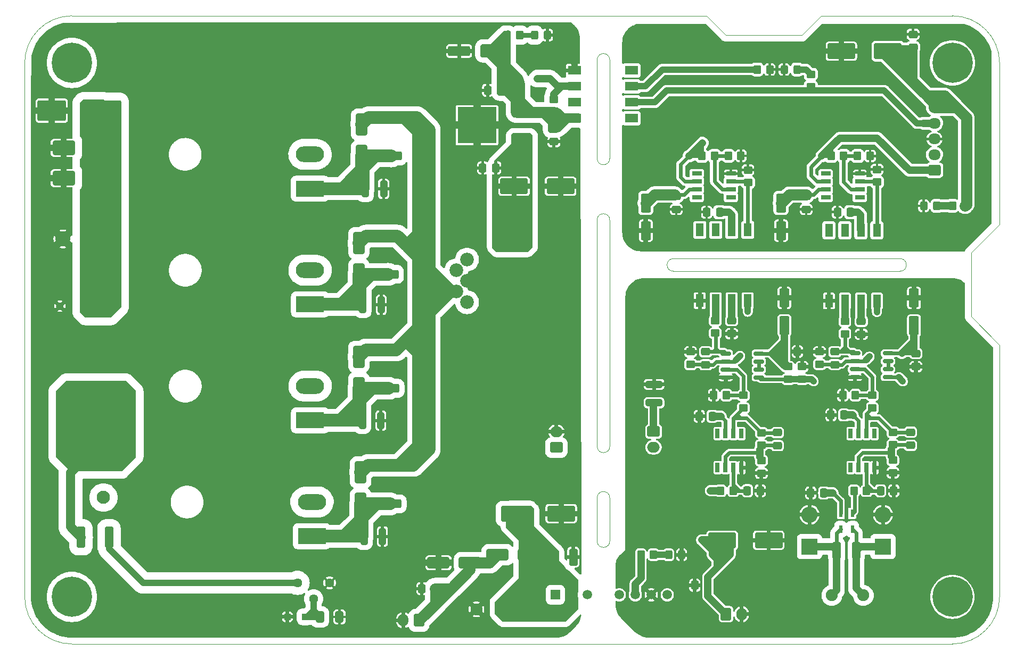
<source format=gbr>
G04 #@! TF.GenerationSoftware,KiCad,Pcbnew,7.0.7+dfsg-1*
G04 #@! TF.CreationDate,2024-12-02T20:39:15+01:00*
G04 #@! TF.ProjectId,evoIII-pulseboard,65766f49-4949-42d7-9075-6c7365626f61,rev?*
G04 #@! TF.SameCoordinates,Original*
G04 #@! TF.FileFunction,Copper,L1,Top*
G04 #@! TF.FilePolarity,Positive*
%FSLAX46Y46*%
G04 Gerber Fmt 4.6, Leading zero omitted, Abs format (unit mm)*
G04 Created by KiCad (PCBNEW 7.0.7+dfsg-1) date 2024-12-02 20:39:15*
%MOMM*%
%LPD*%
G01*
G04 APERTURE LIST*
G04 Aperture macros list*
%AMRoundRect*
0 Rectangle with rounded corners*
0 $1 Rounding radius*
0 $2 $3 $4 $5 $6 $7 $8 $9 X,Y pos of 4 corners*
0 Add a 4 corners polygon primitive as box body*
4,1,4,$2,$3,$4,$5,$6,$7,$8,$9,$2,$3,0*
0 Add four circle primitives for the rounded corners*
1,1,$1+$1,$2,$3*
1,1,$1+$1,$4,$5*
1,1,$1+$1,$6,$7*
1,1,$1+$1,$8,$9*
0 Add four rect primitives between the rounded corners*
20,1,$1+$1,$2,$3,$4,$5,0*
20,1,$1+$1,$4,$5,$6,$7,0*
20,1,$1+$1,$6,$7,$8,$9,0*
20,1,$1+$1,$8,$9,$2,$3,0*%
G04 Aperture macros list end*
G04 #@! TA.AperFunction,SMDPad,CuDef*
%ADD10RoundRect,0.250000X-0.450000X0.350000X-0.450000X-0.350000X0.450000X-0.350000X0.450000X0.350000X0*%
G04 #@! TD*
G04 #@! TA.AperFunction,SMDPad,CuDef*
%ADD11RoundRect,0.250000X0.337500X0.475000X-0.337500X0.475000X-0.337500X-0.475000X0.337500X-0.475000X0*%
G04 #@! TD*
G04 #@! TA.AperFunction,SMDPad,CuDef*
%ADD12RoundRect,0.250000X0.475000X-0.337500X0.475000X0.337500X-0.475000X0.337500X-0.475000X-0.337500X0*%
G04 #@! TD*
G04 #@! TA.AperFunction,SMDPad,CuDef*
%ADD13RoundRect,0.250000X0.350000X0.450000X-0.350000X0.450000X-0.350000X-0.450000X0.350000X-0.450000X0*%
G04 #@! TD*
G04 #@! TA.AperFunction,SMDPad,CuDef*
%ADD14RoundRect,0.250000X0.550000X-1.250000X0.550000X1.250000X-0.550000X1.250000X-0.550000X-1.250000X0*%
G04 #@! TD*
G04 #@! TA.AperFunction,SMDPad,CuDef*
%ADD15RoundRect,0.250000X-1.950000X-1.000000X1.950000X-1.000000X1.950000X1.000000X-1.950000X1.000000X0*%
G04 #@! TD*
G04 #@! TA.AperFunction,SMDPad,CuDef*
%ADD16R,0.650000X1.525000*%
G04 #@! TD*
G04 #@! TA.AperFunction,SMDPad,CuDef*
%ADD17RoundRect,0.249999X1.425001X-0.450001X1.425001X0.450001X-1.425001X0.450001X-1.425001X-0.450001X0*%
G04 #@! TD*
G04 #@! TA.AperFunction,ComponentPad*
%ADD18RoundRect,0.250000X0.600000X0.750000X-0.600000X0.750000X-0.600000X-0.750000X0.600000X-0.750000X0*%
G04 #@! TD*
G04 #@! TA.AperFunction,ComponentPad*
%ADD19O,1.700000X2.000000*%
G04 #@! TD*
G04 #@! TA.AperFunction,SMDPad,CuDef*
%ADD20R,2.100000X1.450000*%
G04 #@! TD*
G04 #@! TA.AperFunction,SMDPad,CuDef*
%ADD21R,1.300000X2.050000*%
G04 #@! TD*
G04 #@! TA.AperFunction,SMDPad,CuDef*
%ADD22RoundRect,0.250000X-0.312500X-1.075000X0.312500X-1.075000X0.312500X1.075000X-0.312500X1.075000X0*%
G04 #@! TD*
G04 #@! TA.AperFunction,SMDPad,CuDef*
%ADD23RoundRect,0.250000X-0.400000X-1.450000X0.400000X-1.450000X0.400000X1.450000X-0.400000X1.450000X0*%
G04 #@! TD*
G04 #@! TA.AperFunction,ComponentPad*
%ADD24RoundRect,0.250000X-0.600000X-0.750000X0.600000X-0.750000X0.600000X0.750000X-0.600000X0.750000X0*%
G04 #@! TD*
G04 #@! TA.AperFunction,ComponentPad*
%ADD25C,0.800000*%
G04 #@! TD*
G04 #@! TA.AperFunction,ComponentPad*
%ADD26C,6.400000*%
G04 #@! TD*
G04 #@! TA.AperFunction,SMDPad,CuDef*
%ADD27RoundRect,0.250000X0.412500X1.100000X-0.412500X1.100000X-0.412500X-1.100000X0.412500X-1.100000X0*%
G04 #@! TD*
G04 #@! TA.AperFunction,SMDPad,CuDef*
%ADD28RoundRect,0.150000X-0.675000X-0.150000X0.675000X-0.150000X0.675000X0.150000X-0.675000X0.150000X0*%
G04 #@! TD*
G04 #@! TA.AperFunction,SMDPad,CuDef*
%ADD29RoundRect,0.250000X0.450000X-0.350000X0.450000X0.350000X-0.450000X0.350000X-0.450000X-0.350000X0*%
G04 #@! TD*
G04 #@! TA.AperFunction,ComponentPad*
%ADD30R,2.100000X2.100000*%
G04 #@! TD*
G04 #@! TA.AperFunction,ComponentPad*
%ADD31C,2.100000*%
G04 #@! TD*
G04 #@! TA.AperFunction,SMDPad,CuDef*
%ADD32RoundRect,0.250000X-0.350000X-0.450000X0.350000X-0.450000X0.350000X0.450000X-0.350000X0.450000X0*%
G04 #@! TD*
G04 #@! TA.AperFunction,SMDPad,CuDef*
%ADD33RoundRect,0.250000X-0.412500X-0.650000X0.412500X-0.650000X0.412500X0.650000X-0.412500X0.650000X0*%
G04 #@! TD*
G04 #@! TA.AperFunction,ComponentPad*
%ADD34RoundRect,0.250000X0.750000X-0.600000X0.750000X0.600000X-0.750000X0.600000X-0.750000X-0.600000X0*%
G04 #@! TD*
G04 #@! TA.AperFunction,ComponentPad*
%ADD35O,2.000000X1.700000*%
G04 #@! TD*
G04 #@! TA.AperFunction,SMDPad,CuDef*
%ADD36RoundRect,0.250000X1.500000X0.650000X-1.500000X0.650000X-1.500000X-0.650000X1.500000X-0.650000X0*%
G04 #@! TD*
G04 #@! TA.AperFunction,SMDPad,CuDef*
%ADD37RoundRect,0.250000X-0.337500X-0.475000X0.337500X-0.475000X0.337500X0.475000X-0.337500X0.475000X0*%
G04 #@! TD*
G04 #@! TA.AperFunction,SMDPad,CuDef*
%ADD38RoundRect,0.250000X1.950000X1.000000X-1.950000X1.000000X-1.950000X-1.000000X1.950000X-1.000000X0*%
G04 #@! TD*
G04 #@! TA.AperFunction,SMDPad,CuDef*
%ADD39R,0.600000X1.200000*%
G04 #@! TD*
G04 #@! TA.AperFunction,ComponentPad*
%ADD40C,1.200000*%
G04 #@! TD*
G04 #@! TA.AperFunction,SMDPad,CuDef*
%ADD41RoundRect,0.250000X0.325000X0.450000X-0.325000X0.450000X-0.325000X-0.450000X0.325000X-0.450000X0*%
G04 #@! TD*
G04 #@! TA.AperFunction,SMDPad,CuDef*
%ADD42R,3.000000X1.600000*%
G04 #@! TD*
G04 #@! TA.AperFunction,SMDPad,CuDef*
%ADD43R,6.200000X5.800000*%
G04 #@! TD*
G04 #@! TA.AperFunction,SMDPad,CuDef*
%ADD44RoundRect,0.250000X-0.650000X1.500000X-0.650000X-1.500000X0.650000X-1.500000X0.650000X1.500000X0*%
G04 #@! TD*
G04 #@! TA.AperFunction,SMDPad,CuDef*
%ADD45RoundRect,0.250000X1.500000X0.900000X-1.500000X0.900000X-1.500000X-0.900000X1.500000X-0.900000X0*%
G04 #@! TD*
G04 #@! TA.AperFunction,ComponentPad*
%ADD46C,2.175000*%
G04 #@! TD*
G04 #@! TA.AperFunction,SMDPad,CuDef*
%ADD47RoundRect,0.250000X-1.075000X0.312500X-1.075000X-0.312500X1.075000X-0.312500X1.075000X0.312500X0*%
G04 #@! TD*
G04 #@! TA.AperFunction,SMDPad,CuDef*
%ADD48RoundRect,0.250000X-0.475000X0.337500X-0.475000X-0.337500X0.475000X-0.337500X0.475000X0.337500X0*%
G04 #@! TD*
G04 #@! TA.AperFunction,ComponentPad*
%ADD49RoundRect,0.250000X0.725000X-0.600000X0.725000X0.600000X-0.725000X0.600000X-0.725000X-0.600000X0*%
G04 #@! TD*
G04 #@! TA.AperFunction,ComponentPad*
%ADD50O,1.950000X1.700000*%
G04 #@! TD*
G04 #@! TA.AperFunction,ComponentPad*
%ADD51R,2.600000X2.600000*%
G04 #@! TD*
G04 #@! TA.AperFunction,ComponentPad*
%ADD52O,2.600000X2.600000*%
G04 #@! TD*
G04 #@! TA.AperFunction,SMDPad,CuDef*
%ADD53RoundRect,0.250000X-0.412500X-1.100000X0.412500X-1.100000X0.412500X1.100000X-0.412500X1.100000X0*%
G04 #@! TD*
G04 #@! TA.AperFunction,SMDPad,CuDef*
%ADD54RoundRect,0.250000X-0.325000X-0.450000X0.325000X-0.450000X0.325000X0.450000X-0.325000X0.450000X0*%
G04 #@! TD*
G04 #@! TA.AperFunction,SMDPad,CuDef*
%ADD55R,1.525000X0.650000*%
G04 #@! TD*
G04 #@! TA.AperFunction,ComponentPad*
%ADD56C,1.905000*%
G04 #@! TD*
G04 #@! TA.AperFunction,SMDPad,CuDef*
%ADD57RoundRect,0.250000X1.500000X0.550000X-1.500000X0.550000X-1.500000X-0.550000X1.500000X-0.550000X0*%
G04 #@! TD*
G04 #@! TA.AperFunction,SMDPad,CuDef*
%ADD58RoundRect,0.250000X-2.000000X1.400000X-2.000000X-1.400000X2.000000X-1.400000X2.000000X1.400000X0*%
G04 #@! TD*
G04 #@! TA.AperFunction,ComponentPad*
%ADD59R,2.400000X2.400000*%
G04 #@! TD*
G04 #@! TA.AperFunction,ComponentPad*
%ADD60C,2.400000*%
G04 #@! TD*
G04 #@! TA.AperFunction,SMDPad,CuDef*
%ADD61RoundRect,0.250000X-1.500000X-0.650000X1.500000X-0.650000X1.500000X0.650000X-1.500000X0.650000X0*%
G04 #@! TD*
G04 #@! TA.AperFunction,ComponentPad*
%ADD62RoundRect,0.250000X-0.750000X0.600000X-0.750000X-0.600000X0.750000X-0.600000X0.750000X0.600000X0*%
G04 #@! TD*
G04 #@! TA.AperFunction,SMDPad,CuDef*
%ADD63RoundRect,0.250000X0.300000X0.300000X-0.300000X0.300000X-0.300000X-0.300000X0.300000X-0.300000X0*%
G04 #@! TD*
G04 #@! TA.AperFunction,ComponentPad*
%ADD64C,1.440000*%
G04 #@! TD*
G04 #@! TA.AperFunction,SMDPad,CuDef*
%ADD65RoundRect,0.250000X-0.550000X1.250000X-0.550000X-1.250000X0.550000X-1.250000X0.550000X1.250000X0*%
G04 #@! TD*
G04 #@! TA.AperFunction,ComponentPad*
%ADD66R,1.500000X1.500000*%
G04 #@! TD*
G04 #@! TA.AperFunction,ComponentPad*
%ADD67C,1.500000*%
G04 #@! TD*
G04 #@! TA.AperFunction,ComponentPad*
%ADD68R,4.500000X2.500000*%
G04 #@! TD*
G04 #@! TA.AperFunction,ComponentPad*
%ADD69O,4.500000X2.500000*%
G04 #@! TD*
G04 #@! TA.AperFunction,ViaPad*
%ADD70C,0.800000*%
G04 #@! TD*
G04 #@! TA.AperFunction,ViaPad*
%ADD71C,1.000000*%
G04 #@! TD*
G04 #@! TA.AperFunction,Conductor*
%ADD72C,1.400000*%
G04 #@! TD*
G04 #@! TA.AperFunction,Conductor*
%ADD73C,1.200000*%
G04 #@! TD*
G04 #@! TA.AperFunction,Conductor*
%ADD74C,0.600000*%
G04 #@! TD*
G04 #@! TA.AperFunction,Conductor*
%ADD75C,2.000000*%
G04 #@! TD*
G04 #@! TA.AperFunction,Conductor*
%ADD76C,0.800000*%
G04 #@! TD*
G04 #@! TA.AperFunction,Conductor*
%ADD77C,1.000000*%
G04 #@! TD*
G04 #@! TA.AperFunction,Conductor*
%ADD78C,1.800000*%
G04 #@! TD*
G04 #@! TA.AperFunction,Conductor*
%ADD79C,0.250000*%
G04 #@! TD*
G04 #@! TA.AperFunction,Profile*
%ADD80C,0.100000*%
G04 #@! TD*
G04 APERTURE END LIST*
D10*
X334634800Y-163312700D03*
X334634800Y-165312700D03*
D11*
X328000000Y-123750000D03*
X325925000Y-123750000D03*
D12*
X350520000Y-143197400D03*
X350520000Y-141122400D03*
D13*
X347720000Y-114812500D03*
X345720000Y-114812500D03*
D14*
X338300000Y-141800000D03*
X338300000Y-137400000D03*
D15*
X328390000Y-176000000D03*
X335790000Y-176000000D03*
D16*
X348808000Y-164430000D03*
X350078000Y-164430000D03*
X351348000Y-164430000D03*
X352618000Y-164430000D03*
X352618000Y-159006000D03*
X351348000Y-159006000D03*
X350078000Y-159006000D03*
X348808000Y-159006000D03*
D17*
X275307800Y-133648000D03*
X275307800Y-127548000D03*
D18*
X280200000Y-188740000D03*
D19*
X277700000Y-188740000D03*
D10*
X342490000Y-101800000D03*
X342490000Y-103800000D03*
D20*
X313985000Y-108810000D03*
X313985000Y-106270000D03*
X313985000Y-103730000D03*
X313985000Y-101190000D03*
X304885000Y-101190000D03*
X304885000Y-103730000D03*
X304885000Y-106270000D03*
X304885000Y-108810000D03*
D21*
X345379000Y-137879000D03*
X347919000Y-137879000D03*
X350459000Y-137879000D03*
X352999000Y-137879000D03*
X352999000Y-126629000D03*
X350459000Y-126629000D03*
X347919000Y-126629000D03*
X345379000Y-126629000D03*
D22*
X271460500Y-175387000D03*
X274385500Y-175387000D03*
D23*
X226450000Y-175514000D03*
X230900000Y-175514000D03*
D24*
X329000000Y-187750000D03*
D19*
X331500000Y-187750000D03*
D25*
X222600000Y-185000000D03*
X223302944Y-183302944D03*
X223302944Y-186697056D03*
X225000000Y-182600000D03*
D26*
X225000000Y-185000000D03*
D25*
X225000000Y-187400000D03*
X226697056Y-183302944D03*
X226697056Y-186697056D03*
X227400000Y-185000000D03*
D11*
X293192200Y-104343200D03*
X291117200Y-104343200D03*
X347751400Y-156050000D03*
X345676400Y-156050000D03*
D13*
X327170000Y-114816000D03*
X325170000Y-114816000D03*
D25*
X222600000Y-100000000D03*
X223302944Y-98302944D03*
X223302944Y-101697056D03*
X225000000Y-97600000D03*
D26*
X225000000Y-100000000D03*
D25*
X225000000Y-102400000D03*
X226697056Y-98302944D03*
X226697056Y-101697056D03*
X227400000Y-100000000D03*
D27*
X349720000Y-177639000D03*
X346595000Y-177639000D03*
D12*
X346302200Y-148045000D03*
X346302200Y-145970000D03*
X325779000Y-148054400D03*
X325779000Y-145979400D03*
D28*
X328970600Y-146249400D03*
X328970600Y-147519400D03*
X328970600Y-148789400D03*
X328970600Y-150059400D03*
X334220600Y-150059400D03*
X334220600Y-148789400D03*
X334220600Y-147519400D03*
X334220600Y-146249400D03*
D17*
X275824000Y-114808000D03*
X275824000Y-108708000D03*
D29*
X301610000Y-107830000D03*
X301610000Y-105830000D03*
D10*
X343889200Y-145976600D03*
X343889200Y-147976600D03*
D13*
X296180000Y-95570000D03*
X294180000Y-95570000D03*
D30*
X230022400Y-146685000D03*
D31*
X230022400Y-154185000D03*
X230022400Y-161685000D03*
X230022400Y-169185000D03*
D10*
X331764600Y-152929600D03*
X331764600Y-154929600D03*
D29*
X341100000Y-150350000D03*
X341100000Y-148350000D03*
D32*
X365000000Y-122750000D03*
X367000000Y-122750000D03*
D33*
X264417500Y-188200000D03*
X267542500Y-188200000D03*
D34*
X302030000Y-161224600D03*
D35*
X302030000Y-158724600D03*
D36*
X288290000Y-179578000D03*
X283290000Y-179578000D03*
D37*
X342476000Y-168450000D03*
X344551000Y-168450000D03*
D13*
X351920000Y-114822500D03*
X349920000Y-114822500D03*
D38*
X354750000Y-98125000D03*
X347350000Y-98125000D03*
D39*
X349130000Y-171710000D03*
X348180000Y-171710000D03*
X347230000Y-171710000D03*
X347230000Y-174210000D03*
X349130000Y-174210000D03*
D40*
X223080000Y-138709400D03*
X228080000Y-138709400D03*
D15*
X295310000Y-119630000D03*
X302710000Y-119630000D03*
D10*
X347903800Y-141122400D03*
X347903800Y-143122400D03*
X353021000Y-116962500D03*
X353021000Y-118962500D03*
D28*
X349519200Y-146224000D03*
X349519200Y-147494000D03*
X349519200Y-148764000D03*
X349519200Y-150034000D03*
X354769200Y-150034000D03*
X354769200Y-148764000D03*
X354769200Y-147494000D03*
X354769200Y-146224000D03*
D11*
X326125000Y-183150000D03*
X324050000Y-183150000D03*
D41*
X321945000Y-178294000D03*
X319895000Y-178294000D03*
D42*
X296509600Y-112190800D03*
D43*
X289409600Y-109905800D03*
D42*
X296509600Y-107620800D03*
D10*
X327300000Y-141020800D03*
X327300000Y-143020800D03*
D44*
X271074200Y-109802000D03*
X271074200Y-114802000D03*
D45*
X229090200Y-118338600D03*
X223690200Y-118338600D03*
D13*
X329046800Y-152904200D03*
X327046800Y-152904200D03*
D37*
X324750000Y-156250000D03*
X326825000Y-156250000D03*
D46*
X287831000Y-138096200D03*
X286131000Y-136396200D03*
X287831000Y-134696200D03*
X286131000Y-132996200D03*
X287831000Y-131296200D03*
D47*
X317575000Y-151179600D03*
X317575000Y-154104600D03*
D32*
X349350000Y-168100000D03*
X351350000Y-168100000D03*
D44*
X270634200Y-128680200D03*
X270634200Y-133680200D03*
D48*
X337174800Y-158851700D03*
X337174800Y-160926700D03*
X359200000Y-146262500D03*
X359200000Y-148337500D03*
D10*
X352287800Y-152920200D03*
X352287800Y-154920200D03*
X334634800Y-158867700D03*
X334634800Y-160867700D03*
D48*
X321100000Y-121250000D03*
X321100000Y-123325000D03*
D12*
X358750000Y-97537500D03*
X358750000Y-95462500D03*
X329920600Y-143095800D03*
X329920600Y-141020800D03*
D49*
X362150000Y-117100000D03*
D50*
X362150000Y-114600000D03*
X362150000Y-112100000D03*
X362150000Y-109600000D03*
X362150000Y-107100000D03*
D10*
X355539000Y-158797000D03*
X355539000Y-160797000D03*
D51*
X342277000Y-177004000D03*
D52*
X342277000Y-171924000D03*
D53*
X301611900Y-178689000D03*
X304736900Y-178689000D03*
D22*
X271206500Y-156942250D03*
X274131500Y-156942250D03*
D54*
X338260000Y-101040000D03*
X340310000Y-101040000D03*
D44*
X270919200Y-165199200D03*
X270919200Y-170199200D03*
D55*
X350272000Y-121428500D03*
X350272000Y-120158500D03*
X350272000Y-118888500D03*
X350272000Y-117618500D03*
X344848000Y-117618500D03*
X344848000Y-118888500D03*
X344848000Y-120158500D03*
X344848000Y-121428500D03*
D56*
X345833000Y-184766000D03*
X350833000Y-184766000D03*
D48*
X301640000Y-110450000D03*
X301640000Y-112525000D03*
D45*
X229090200Y-113512600D03*
X223690200Y-113512600D03*
D37*
X332389100Y-168093400D03*
X334464100Y-168093400D03*
D22*
X271272000Y-138510050D03*
X274197000Y-138510050D03*
D21*
X324830400Y-137842000D03*
X327370400Y-137842000D03*
X329910400Y-137842000D03*
X332450400Y-137842000D03*
X332450400Y-126592000D03*
X329910400Y-126592000D03*
X327370400Y-126592000D03*
X324830400Y-126592000D03*
D44*
X270634200Y-146774600D03*
X270634200Y-151774600D03*
D15*
X295410400Y-171754800D03*
X302810400Y-171754800D03*
D25*
X362600000Y-100000000D03*
X363302944Y-98302944D03*
X363302944Y-101697056D03*
X365000000Y-97600000D03*
D26*
X365000000Y-100000000D03*
D25*
X365000000Y-102400000D03*
X366697056Y-98302944D03*
X366697056Y-101697056D03*
X367400000Y-100000000D03*
D57*
X291970000Y-98110000D03*
X286570000Y-98110000D03*
D58*
X230612400Y-107594400D03*
X221812400Y-107594400D03*
D11*
X348787500Y-123750000D03*
X346712500Y-123750000D03*
D10*
X355539000Y-163242000D03*
X355539000Y-165242000D03*
D37*
X280662500Y-183680000D03*
X282737500Y-183680000D03*
D59*
X228574600Y-128016000D03*
D60*
X223574600Y-128016000D03*
D14*
X358900000Y-141800000D03*
X358900000Y-137400000D03*
D13*
X331380000Y-114786000D03*
X329380000Y-114786000D03*
X317475000Y-178294000D03*
X315475000Y-178294000D03*
D61*
X292688000Y-178308000D03*
X297688000Y-178308000D03*
D11*
X292395000Y-116700000D03*
X290320000Y-116700000D03*
D62*
X317490000Y-158684600D03*
D35*
X317490000Y-161184600D03*
D54*
X360450000Y-122750000D03*
X362500000Y-122750000D03*
D48*
X341750000Y-121250000D03*
X341750000Y-123325000D03*
D63*
X262060000Y-188170000D03*
X259260000Y-188170000D03*
D17*
X275409400Y-151793200D03*
X275409400Y-145693200D03*
D22*
X271653000Y-120056650D03*
X274578000Y-120056650D03*
D37*
X353589100Y-168100000D03*
X355664100Y-168100000D03*
D64*
X265970000Y-182775000D03*
X263430000Y-185315000D03*
X260890000Y-182775000D03*
D65*
X337750000Y-122300000D03*
X337750000Y-126700000D03*
D32*
X333960000Y-101040000D03*
X335960000Y-101040000D03*
D66*
X301880000Y-184670000D03*
D67*
X304420000Y-184670000D03*
X306960000Y-184670000D03*
X312040000Y-184670000D03*
X314580000Y-184670000D03*
X317120000Y-184670000D03*
X319660000Y-184670000D03*
D48*
X358333000Y-158797000D03*
X358333000Y-160872000D03*
D41*
X300612500Y-95570000D03*
X298562500Y-95570000D03*
D10*
X338900000Y-148350000D03*
X338900000Y-150350000D03*
D13*
X349570000Y-152894800D03*
X347570000Y-152894800D03*
D51*
X353961000Y-177004000D03*
D52*
X353961000Y-171924000D03*
D32*
X328150000Y-168093400D03*
X330150000Y-168093400D03*
D17*
X275745200Y-170180000D03*
X275745200Y-164080000D03*
D25*
X362600000Y-185000000D03*
X363302944Y-183302944D03*
X363302944Y-186697056D03*
X365000000Y-182600000D03*
D26*
X365000000Y-185000000D03*
D25*
X365000000Y-187400000D03*
X366697056Y-183302944D03*
X366697056Y-186697056D03*
X367400000Y-185000000D03*
D11*
X340337500Y-145950000D03*
X338262500Y-145950000D03*
D10*
X323366000Y-145986000D03*
X323366000Y-147986000D03*
D56*
X289314900Y-186972500D03*
X294314900Y-186972500D03*
D16*
X327649800Y-164423200D03*
X328919800Y-164423200D03*
X330189800Y-164423200D03*
X331459800Y-164423200D03*
X331459800Y-158999200D03*
X330189800Y-158999200D03*
X328919800Y-158999200D03*
X327649800Y-158999200D03*
D10*
X332500000Y-117036000D03*
X332500000Y-119036000D03*
D55*
X329783400Y-121405000D03*
X329783400Y-120135000D03*
X329783400Y-118865000D03*
X329783400Y-117595000D03*
X324359400Y-117595000D03*
X324359400Y-118865000D03*
X324359400Y-120135000D03*
X324359400Y-121405000D03*
D65*
X316250000Y-122300000D03*
X316250000Y-126700000D03*
D68*
X262870000Y-120000000D03*
D69*
X262870000Y-114550000D03*
X262870000Y-109100000D03*
D68*
X263175000Y-175350000D03*
D69*
X263175000Y-169900000D03*
X263175000Y-164450000D03*
D68*
X262890000Y-138450000D03*
D69*
X262890000Y-133000000D03*
X262890000Y-127550000D03*
D68*
X262890000Y-156900000D03*
D69*
X262890000Y-151450000D03*
X262890000Y-146000000D03*
D70*
X301000000Y-102500000D03*
X299000000Y-102500000D03*
X296164000Y-175209200D03*
X293000000Y-125000000D03*
X293000000Y-127000000D03*
X297000000Y-127000000D03*
X295000000Y-125000000D03*
X293000000Y-129000000D03*
X297078400Y-173786800D03*
X297000000Y-129000000D03*
X297000000Y-125000000D03*
X295000000Y-127000000D03*
X295000000Y-129000000D03*
X275336000Y-95707200D03*
X238506000Y-95758000D03*
X250444000Y-189179200D03*
X274269200Y-160963200D03*
X300202600Y-98806000D03*
X300024800Y-133019800D03*
X275590000Y-138684000D03*
X253866800Y-132842000D03*
X251307600Y-95707200D03*
X243332000Y-139192000D03*
X233426000Y-95758000D03*
X220319600Y-117957600D03*
X303326800Y-174650400D03*
X280162000Y-101600000D03*
X259842000Y-95707200D03*
X274269200Y-142421200D03*
X298958000Y-104876600D03*
X289102800Y-123367800D03*
X279908000Y-171450000D03*
X220268800Y-135128000D03*
X220726000Y-172466000D03*
X275336000Y-101600000D03*
X248786800Y-169926000D03*
X302006000Y-155143200D03*
X302514000Y-122961400D03*
X285953200Y-104267000D03*
X269748000Y-181610000D03*
X220268800Y-159258000D03*
X302006000Y-144983200D03*
X239522000Y-120650000D03*
X272694400Y-95758000D03*
X289356800Y-106146600D03*
X275590000Y-157226000D03*
X272542000Y-188722000D03*
X275336000Y-99060000D03*
X248767600Y-95707200D03*
X220472000Y-129794000D03*
X220421200Y-110083600D03*
X286660000Y-189560000D03*
X235204000Y-189230000D03*
X243332000Y-176276000D03*
X303250600Y-95859600D03*
X245465600Y-189179200D03*
X220268800Y-164592000D03*
X271780000Y-179070000D03*
X253866800Y-169926000D03*
X297840400Y-160248600D03*
X220268800Y-162052000D03*
X297662600Y-98806000D03*
X253866800Y-114300000D03*
X220319600Y-115417600D03*
X274777200Y-123879200D03*
X248786800Y-132842000D03*
X255625600Y-189128400D03*
X257175000Y-95707200D03*
X283006800Y-105511600D03*
X253974600Y-95707200D03*
X265074400Y-95758000D03*
X257810000Y-189128400D03*
X239522000Y-157480000D03*
X220726000Y-177546000D03*
X302717200Y-116255800D03*
X300024800Y-140919200D03*
X302056800Y-131724400D03*
X303174400Y-168351200D03*
X243687600Y-95707200D03*
X220472000Y-146456400D03*
X302056800Y-142290800D03*
X220726000Y-167386000D03*
X276098000Y-120142000D03*
X280416000Y-95707200D03*
X220268800Y-154178000D03*
X235966000Y-95758000D03*
X240284000Y-189230000D03*
X304546000Y-176580800D03*
X230124000Y-189230000D03*
X302056800Y-136804400D03*
X302056800Y-129184400D03*
X220268800Y-151638000D03*
X289128200Y-126111000D03*
X277876000Y-95707200D03*
X220472000Y-124714000D03*
X302006000Y-147523200D03*
X290480000Y-189540000D03*
X300024800Y-138099800D03*
X280162000Y-99060000D03*
X220319600Y-112877600D03*
X289102800Y-120827800D03*
X220726000Y-175006000D03*
X242925600Y-189179200D03*
X243332000Y-120650000D03*
X285826200Y-109855000D03*
X289102800Y-118287800D03*
X280085800Y-167614600D03*
X303250600Y-98399600D03*
X220319600Y-120497600D03*
X237744000Y-189230000D03*
X220243400Y-105029000D03*
X243332000Y-157480000D03*
X300964600Y-165074600D03*
X248786800Y-114300000D03*
X280162000Y-104140000D03*
X267614400Y-95758000D03*
X246227600Y-95707200D03*
X278384000Y-182372000D03*
X248786800Y-151130000D03*
X220268800Y-156718000D03*
X232664000Y-189230000D03*
X253085600Y-189128400D03*
X288213800Y-96342200D03*
X269595600Y-179070000D03*
X220522800Y-149098000D03*
X302107600Y-126492000D03*
X302006000Y-150063200D03*
X277622000Y-102870000D03*
X275844000Y-175514000D03*
X267055600Y-179070000D03*
X239522000Y-139192000D03*
X253866800Y-151130000D03*
X247904000Y-189179200D03*
X300024800Y-135559800D03*
X275336000Y-104140000D03*
X297992800Y-165684200D03*
X289255200Y-102336600D03*
X220726000Y-169926000D03*
X302056800Y-134264400D03*
X285140400Y-96367600D03*
X230886000Y-95758000D03*
X303174400Y-113690400D03*
X262534400Y-95758000D03*
X270154400Y-95758000D03*
X281940000Y-169418000D03*
X283921200Y-98729800D03*
X239522000Y-176276000D03*
X220472000Y-143916400D03*
X277876000Y-173482000D03*
X277622000Y-100330000D03*
X302006000Y-152603200D03*
X302056800Y-139623800D03*
X241046000Y-95758000D03*
D71*
X318554000Y-121000000D03*
X340000000Y-121000000D03*
X350250000Y-124000000D03*
X329750000Y-124000000D03*
X329900000Y-139600000D03*
D70*
X329650000Y-178300000D03*
X326850000Y-178300000D03*
D71*
X325150000Y-175950000D03*
D70*
X357000000Y-146200000D03*
D71*
X338300000Y-144200000D03*
X349200000Y-156100000D03*
X328225000Y-156250000D03*
X327600000Y-180350000D03*
X350459000Y-139700000D03*
X358900000Y-144100000D03*
D70*
X336400000Y-146200000D03*
D71*
X346004600Y-168454600D03*
D70*
X351800000Y-146750000D03*
X353000000Y-139650000D03*
X332450000Y-139600000D03*
X331236048Y-146663952D03*
X342920048Y-150670048D03*
X357120048Y-150670048D03*
D71*
X325250000Y-112750000D03*
D70*
X321310000Y-163940000D03*
X317500000Y-172720000D03*
X363220000Y-160130000D03*
X317500000Y-147430000D03*
X337250000Y-173750000D03*
X341630000Y-165100000D03*
X336400000Y-148850000D03*
X363220000Y-147430000D03*
X342125000Y-139900000D03*
X341630000Y-154940000D03*
X360950000Y-135800000D03*
X348157800Y-186766200D03*
X320040000Y-138430000D03*
X318770000Y-170180000D03*
X360680000Y-160020000D03*
X363220000Y-177910000D03*
X363220000Y-152510000D03*
X317500000Y-144890000D03*
X314960000Y-148590000D03*
X314960000Y-140860000D03*
X321310000Y-170180000D03*
X363220000Y-144780000D03*
X337250000Y-178250000D03*
X336440000Y-154940000D03*
X340400000Y-135800000D03*
X336042000Y-183896000D03*
X334500000Y-178250000D03*
X312674000Y-178816000D03*
X358140000Y-187960000D03*
X344170000Y-154940000D03*
X363220000Y-162670000D03*
X317500000Y-139810000D03*
X320040000Y-172720000D03*
X339090000Y-165100000D03*
X326136000Y-135382000D03*
X323850000Y-160020000D03*
X351790000Y-188250000D03*
X314960000Y-138430000D03*
X320040000Y-151130000D03*
X336042000Y-186436000D03*
X360680000Y-157480000D03*
X314960000Y-146050000D03*
X365760000Y-144890000D03*
X349140000Y-135382000D03*
X365760000Y-137160000D03*
X323850000Y-162560000D03*
X342100000Y-142275000D03*
X355600000Y-152400000D03*
X360680000Y-172720000D03*
X365760000Y-139700000D03*
X326390000Y-170180000D03*
X321310000Y-158750000D03*
X355600000Y-182880000D03*
X360680000Y-154830000D03*
X363220000Y-139700000D03*
X324150000Y-139925000D03*
X336042000Y-188976000D03*
X323850000Y-165210000D03*
X321310000Y-161290000D03*
X314960000Y-143510000D03*
X338582000Y-183896000D03*
X314850000Y-172720000D03*
X342900000Y-162560000D03*
X344170000Y-160020000D03*
X320040000Y-140860000D03*
X341630000Y-160020000D03*
X325120000Y-172720000D03*
X360680000Y-175260000D03*
X336200000Y-135800000D03*
X323750000Y-187000000D03*
X322580000Y-172720000D03*
X317500000Y-142350000D03*
X336550000Y-152654000D03*
X358140000Y-180340000D03*
X360680000Y-162560000D03*
X365760000Y-142350000D03*
X320040000Y-148590000D03*
X363220000Y-165210000D03*
X334500000Y-173750000D03*
X320040000Y-146050000D03*
X360680000Y-177800000D03*
X312928000Y-187706000D03*
X363220000Y-157480000D03*
X338582000Y-188976000D03*
X358140000Y-154830000D03*
X355600000Y-187960000D03*
X360680000Y-165100000D03*
X363220000Y-175370000D03*
X344425000Y-142300000D03*
X323750000Y-189000000D03*
X360680000Y-180450000D03*
X323850000Y-170180000D03*
X355300000Y-142550000D03*
X358140000Y-185420000D03*
X312420000Y-182118000D03*
X331216000Y-135382000D03*
X363220000Y-149970000D03*
X363220000Y-167750000D03*
X363220000Y-170180000D03*
X328566000Y-135382000D03*
X358140000Y-182880000D03*
X339090000Y-154940000D03*
X314850000Y-167640000D03*
X363220000Y-142240000D03*
X351790000Y-135382000D03*
X363220000Y-172830000D03*
X317500000Y-167640000D03*
X314960000Y-189484000D03*
X314960000Y-151130000D03*
X360680000Y-170180000D03*
X343790000Y-188250000D03*
X338582000Y-186436000D03*
X356750000Y-135800000D03*
X355600000Y-185420000D03*
X360680000Y-167530000D03*
X317500000Y-137160000D03*
X346710000Y-135382000D03*
X340360000Y-162560000D03*
X344450000Y-139875000D03*
X320040000Y-143510000D03*
X313944000Y-175768000D03*
X316120000Y-170180000D03*
X337500000Y-115500000D03*
X320490000Y-96250000D03*
X314500000Y-113000000D03*
X317000000Y-117000000D03*
X340500000Y-115500000D03*
X318000000Y-128000000D03*
X331050000Y-98250000D03*
X319000000Y-115000000D03*
X346000000Y-100500000D03*
X358000000Y-120500000D03*
X330500000Y-106500000D03*
X342500000Y-128000000D03*
X318500000Y-110500000D03*
X318780000Y-98250000D03*
X369800000Y-115800000D03*
X334260000Y-98250000D03*
X326059800Y-128905000D03*
X337260000Y-98250000D03*
X336000000Y-118000000D03*
X332500000Y-113500000D03*
X328650600Y-128905000D03*
X364800000Y-128300000D03*
X327500000Y-106500000D03*
X314280000Y-96250000D03*
X346583000Y-128905000D03*
X358800000Y-128300000D03*
X336500000Y-106500000D03*
X346000000Y-95500000D03*
X356000000Y-125000000D03*
X350600000Y-100500000D03*
X328930000Y-102700000D03*
X369800000Y-105800000D03*
X344180000Y-99420000D03*
X317500000Y-113000000D03*
X369800000Y-110800000D03*
X322500000Y-106500000D03*
X369800000Y-113300000D03*
X323490000Y-96250000D03*
X340720000Y-98270000D03*
X339000000Y-118000000D03*
X369800000Y-118500000D03*
X333500000Y-106500000D03*
X335500000Y-113500000D03*
X321000000Y-128000000D03*
X369800000Y-121000000D03*
X326220000Y-102700000D03*
X315780000Y-98250000D03*
X361800000Y-128300000D03*
X363400000Y-126500000D03*
X338500000Y-113500000D03*
X358000000Y-123500000D03*
X360400000Y-126500000D03*
X348500000Y-106500000D03*
X369800000Y-123500000D03*
X323500000Y-110500000D03*
X344180000Y-97060000D03*
X331216000Y-128905000D03*
X337000000Y-111500000D03*
X351739200Y-128905000D03*
X368370000Y-125150000D03*
X325500000Y-108500000D03*
X350600000Y-95500000D03*
X323400000Y-124400000D03*
X342500000Y-106500000D03*
X334000000Y-111500000D03*
X314500000Y-128000000D03*
X317280000Y-96250000D03*
X323220000Y-102700000D03*
X369800000Y-108400000D03*
X331000000Y-111500000D03*
X331930000Y-102700000D03*
X320500000Y-113000000D03*
X334500000Y-115500000D03*
X345500000Y-106500000D03*
X314000000Y-117000000D03*
X324990000Y-98250000D03*
X316000000Y-115000000D03*
X344100000Y-124400000D03*
X328050000Y-98250000D03*
X339500000Y-106500000D03*
X321990000Y-98250000D03*
X341500000Y-113500000D03*
X349173800Y-128905000D03*
X340000000Y-111500000D03*
X337100000Y-102750000D03*
X356000000Y-122000000D03*
X339500000Y-128000000D03*
X336000000Y-128000000D03*
X343000000Y-111500000D03*
X320500000Y-108500000D03*
X356000000Y-119000000D03*
X366700000Y-126860000D03*
X320220000Y-102700000D03*
D71*
X326550000Y-168100000D03*
D72*
X228302200Y-161664000D02*
X224764600Y-165201600D01*
X224764600Y-165201600D02*
X224764600Y-173828600D01*
X229768400Y-161664000D02*
X228302200Y-161664000D01*
X224764600Y-173828600D02*
X226450000Y-175514000D01*
D73*
X301610000Y-105010000D02*
X302890000Y-103730000D01*
X301000000Y-102500000D02*
X299000000Y-102500000D01*
X301000000Y-102500000D02*
X302230000Y-103730000D01*
X302890000Y-103730000D02*
X304885000Y-103730000D01*
X301610000Y-105830000D02*
X301610000Y-105010000D01*
X302230000Y-103730000D02*
X304885000Y-103730000D01*
X350355000Y-177004000D02*
X349720000Y-177639000D01*
D74*
X349130000Y-174210000D02*
X349720000Y-174800000D01*
D73*
X349720000Y-183653000D02*
X350833000Y-184766000D01*
X353961000Y-177004000D02*
X350355000Y-177004000D01*
X349720000Y-177639000D02*
X349720000Y-183653000D01*
D74*
X349720000Y-174800000D02*
X349720000Y-177639000D01*
D75*
X270778750Y-156900000D02*
X270821000Y-156942250D01*
X270634200Y-153926800D02*
X270634200Y-151774600D01*
X275390800Y-151774600D02*
X275409400Y-151793200D01*
X270634200Y-151774600D02*
X273050000Y-151774600D01*
X272786400Y-151774600D02*
X273050000Y-151774600D01*
X267661000Y-156900000D02*
X272786400Y-151774600D01*
X270821000Y-156942250D02*
X270821000Y-151961400D01*
X262890000Y-156900000D02*
X267661000Y-156900000D01*
X273050000Y-151774600D02*
X275390800Y-151774600D01*
X267661000Y-156900000D02*
X270634200Y-153926800D01*
X270821000Y-151961400D02*
X270634200Y-151774600D01*
X267661000Y-156900000D02*
X270778750Y-156900000D01*
X271142100Y-175417650D02*
X271142100Y-170422100D01*
X270919200Y-170199200D02*
X273685000Y-170199200D01*
X271142100Y-170422100D02*
X270919200Y-170199200D01*
X268261000Y-175350000D02*
X273411800Y-170199200D01*
X263175000Y-175350000D02*
X268261000Y-175350000D01*
X268261000Y-175350000D02*
X271074450Y-175350000D01*
X273685000Y-170199200D02*
X275625000Y-170199200D01*
X271074450Y-175350000D02*
X271142100Y-175417650D01*
X273411800Y-170199200D02*
X273685000Y-170199200D01*
X270919200Y-172691800D02*
X270919200Y-170199200D01*
X268261000Y-175350000D02*
X270919200Y-172691800D01*
X273000000Y-114802000D02*
X275818000Y-114802000D01*
X268000000Y-120000000D02*
X269000000Y-119000000D01*
X273000000Y-115000000D02*
X273000000Y-114802000D01*
X269946000Y-118054000D02*
X271074200Y-116925800D01*
X275818000Y-114802000D02*
X275824000Y-114808000D01*
X271240450Y-120000000D02*
X271297100Y-120056650D01*
X273198000Y-114802000D02*
X273000000Y-114802000D01*
X271297100Y-115024900D02*
X271074200Y-114802000D01*
X271074200Y-116925800D02*
X271074200Y-114802000D01*
X271074200Y-114802000D02*
X273000000Y-114802000D01*
X268000000Y-120000000D02*
X271240450Y-120000000D01*
X269000000Y-119000000D02*
X269946000Y-118054000D01*
X269000000Y-119000000D02*
X273000000Y-115000000D01*
X269946000Y-118054000D02*
X273198000Y-114802000D01*
X262870000Y-120000000D02*
X268000000Y-120000000D01*
X271297100Y-120056650D02*
X271297100Y-115024900D01*
X270634200Y-133680200D02*
X273304000Y-133680200D01*
X270786350Y-138450000D02*
X270846400Y-138510050D01*
X270634200Y-135638800D02*
X270634200Y-133680200D01*
X262890000Y-138450000D02*
X267823000Y-138450000D01*
X270846400Y-138510050D02*
X270846400Y-133892400D01*
X267823000Y-138450000D02*
X272592800Y-133680200D01*
X267823000Y-138450000D02*
X270634200Y-135638800D01*
X272592800Y-133680200D02*
X273304000Y-133680200D01*
X270846400Y-133892400D02*
X270634200Y-133680200D01*
X273304000Y-133680200D02*
X275275600Y-133680200D01*
X267823000Y-138450000D02*
X270786350Y-138450000D01*
X275275600Y-133680200D02*
X275307800Y-133648000D01*
D76*
X296180000Y-95570000D02*
X298562500Y-95570000D01*
D73*
X345960000Y-177004000D02*
X342277000Y-177004000D01*
X346595000Y-177639000D02*
X345960000Y-177004000D01*
X346595000Y-184004000D02*
X346595000Y-177639000D01*
X345833000Y-184766000D02*
X346595000Y-184004000D01*
D74*
X346595000Y-174845000D02*
X346595000Y-177639000D01*
X347230000Y-174210000D02*
X346595000Y-174845000D01*
D77*
X318860000Y-101040000D02*
X333960000Y-101040000D01*
X316170000Y-103730000D02*
X318860000Y-101040000D01*
X313985000Y-103730000D02*
X316170000Y-103730000D01*
D78*
X288290000Y-179578000D02*
X291418000Y-179578000D01*
X282855000Y-186085000D02*
X280200000Y-188740000D01*
X291418000Y-179578000D02*
X292688000Y-178308000D01*
X282855000Y-186085000D02*
X282855000Y-185013000D01*
X282737500Y-183680000D02*
X282747500Y-183670000D01*
X288290000Y-180650000D02*
X285270000Y-183670000D01*
X288290000Y-179578000D02*
X288290000Y-180650000D01*
X285270000Y-183670000D02*
X280200000Y-188740000D01*
X282855000Y-186085000D02*
X282855000Y-183797500D01*
X282747500Y-183670000D02*
X285270000Y-183670000D01*
X282855000Y-183797500D02*
X282737500Y-183680000D01*
D77*
X304885000Y-101190000D02*
X304885000Y-100034000D01*
X304885000Y-100034000D02*
X303250600Y-98399600D01*
D74*
X344848000Y-120158500D02*
X343724000Y-120158500D01*
D73*
X329500000Y-123750000D02*
X328000000Y-123750000D01*
D74*
X322350000Y-120946000D02*
X321420000Y-120946000D01*
D78*
X355700000Y-100000000D02*
X353825000Y-98125000D01*
D74*
X343724000Y-120158500D02*
X342920000Y-120962500D01*
D78*
X358475000Y-102775000D02*
X358500000Y-102750000D01*
X354875000Y-98125000D02*
X353825000Y-98125000D01*
D73*
X350250000Y-124000000D02*
X350000000Y-123750000D01*
D78*
X320848600Y-120946000D02*
X317604000Y-120946000D01*
X353912500Y-98037500D02*
X353825000Y-98125000D01*
X363750000Y-105250000D02*
X360950000Y-105250000D01*
X364000000Y-106250000D02*
X364850000Y-107100000D01*
X356537500Y-98037500D02*
X358500000Y-100000000D01*
X341750000Y-120962500D02*
X339087500Y-120962500D01*
X362150000Y-106450000D02*
X360850000Y-105150000D01*
X356500000Y-100000000D02*
X355700000Y-100000000D01*
X357100000Y-101400000D02*
X357100000Y-98600000D01*
X317604000Y-120946000D02*
X316250000Y-122300000D01*
X367200000Y-108700000D02*
X365600000Y-107100000D01*
X353825000Y-98125000D02*
X354625000Y-98125000D01*
X357100000Y-98600000D02*
X356537500Y-98037500D01*
X358500000Y-102750000D02*
X358500000Y-100000000D01*
D73*
X350410400Y-124160400D02*
X350250000Y-124000000D01*
D78*
X364000000Y-106250000D02*
X362350000Y-106250000D01*
D73*
X350000000Y-123750000D02*
X348787500Y-123750000D01*
D78*
X356250000Y-98037500D02*
X353912500Y-98037500D01*
X360850000Y-105150000D02*
X358475000Y-102775000D01*
X339087500Y-120962500D02*
X337750000Y-122300000D01*
X364850000Y-107100000D02*
X362150000Y-107100000D01*
D74*
X323161000Y-120135000D02*
X322350000Y-120946000D01*
D78*
X354625000Y-98125000D02*
X356500000Y-100000000D01*
X365600000Y-107100000D02*
X363750000Y-105250000D01*
D73*
X329910400Y-124160400D02*
X329750000Y-124000000D01*
X329910400Y-126592000D02*
X329910400Y-124160400D01*
D78*
X360950000Y-105250000D02*
X360850000Y-105150000D01*
X365600000Y-107100000D02*
X364850000Y-107100000D01*
D73*
X350410400Y-126592000D02*
X350410400Y-124160400D01*
D78*
X358500000Y-98037500D02*
X356250000Y-98037500D01*
X357100000Y-101400000D02*
X353825000Y-98125000D01*
D74*
X342920000Y-120962500D02*
X342000000Y-120962500D01*
D78*
X358500000Y-100000000D02*
X358500000Y-98037500D01*
X367200000Y-122550000D02*
X367200000Y-108700000D01*
D74*
X324359400Y-120135000D02*
X323161000Y-120135000D01*
D73*
X329750000Y-124000000D02*
X329500000Y-123750000D01*
D78*
X358500000Y-100000000D02*
X356500000Y-100000000D01*
X356250000Y-98037500D02*
X356537500Y-98037500D01*
X362350000Y-106250000D02*
X362150000Y-106450000D01*
X367000000Y-122750000D02*
X367200000Y-122550000D01*
X358475000Y-102775000D02*
X357100000Y-101400000D01*
D73*
X328340000Y-175950000D02*
X328390000Y-176000000D01*
X327600000Y-179050000D02*
X326850000Y-178300000D01*
X327600000Y-180350000D02*
X327600000Y-179050000D01*
X358900000Y-144300000D02*
X357950000Y-145250000D01*
X326850000Y-178300000D02*
X326850000Y-177540000D01*
D74*
X334220600Y-146249400D02*
X336350600Y-146249400D01*
D73*
X329650000Y-177260000D02*
X328390000Y-176000000D01*
X336500000Y-146100000D02*
X338300000Y-146100000D01*
D79*
X329974288Y-140852500D02*
X329974288Y-140900000D01*
D73*
X328400000Y-177600000D02*
X326910000Y-177600000D01*
X338451200Y-148350000D02*
X337550600Y-147449400D01*
X347751400Y-156050000D02*
X349150000Y-156050000D01*
X326125000Y-181825000D02*
X326125000Y-183150000D01*
X328400000Y-178300000D02*
X326850000Y-178300000D01*
X337550600Y-147449400D02*
X336350600Y-146249400D01*
D74*
X350078000Y-156978000D02*
X350078000Y-159006000D01*
D73*
X329974288Y-140900000D02*
X329910400Y-140836112D01*
X358900000Y-145400000D02*
X358900000Y-145962500D01*
D74*
X328919800Y-158999200D02*
X328919800Y-156944800D01*
D73*
X358900000Y-144100000D02*
X358900000Y-145400000D01*
X338300000Y-146100000D02*
X338300000Y-147750000D01*
D74*
X346000000Y-168450000D02*
X346004600Y-168454600D01*
D73*
X329650000Y-178300000D02*
X329650000Y-177260000D01*
X350459000Y-140936112D02*
X350459000Y-137879000D01*
X329650000Y-178300000D02*
X328400000Y-178300000D01*
X327600000Y-180350000D02*
X327600000Y-179100000D01*
X326850000Y-177650000D02*
X325150000Y-175950000D01*
D74*
X358187500Y-145250000D02*
X357950000Y-145250000D01*
D73*
X328400000Y-178300000D02*
X328400000Y-177600000D01*
X329910400Y-140836112D02*
X329910400Y-137842000D01*
X337550600Y-147449400D02*
X337550600Y-146849400D01*
X327600000Y-179100000D02*
X328400000Y-178300000D01*
D74*
X328919800Y-156944800D02*
X328225000Y-156250000D01*
D73*
X326850000Y-178300000D02*
X326850000Y-177650000D01*
X338300000Y-144300000D02*
X338300000Y-141800000D01*
X350522888Y-141000000D02*
X350459000Y-140936112D01*
D74*
X356976000Y-146224000D02*
X354769200Y-146224000D01*
D73*
X358900000Y-145962500D02*
X359200000Y-146262500D01*
D74*
X358200000Y-146224000D02*
X358200000Y-146100000D01*
D73*
X338900000Y-148350000D02*
X338451200Y-148350000D01*
D74*
X358200000Y-146100000D02*
X358900000Y-145400000D01*
D73*
X349150000Y-156050000D02*
X349200000Y-156100000D01*
X326910000Y-177600000D02*
X326850000Y-177540000D01*
X325150000Y-175950000D02*
X328340000Y-175950000D01*
D74*
X347230000Y-169680000D02*
X346004600Y-168454600D01*
D73*
X326825000Y-156250000D02*
X328225000Y-156250000D01*
D74*
X358200000Y-146224000D02*
X359161500Y-146224000D01*
X359161500Y-146224000D02*
X359200000Y-146262500D01*
D73*
X315475000Y-182025000D02*
X315475000Y-178294000D01*
X326850000Y-177540000D02*
X328390000Y-176000000D01*
X327600000Y-180350000D02*
X329650000Y-178300000D01*
X326125000Y-184875000D02*
X326125000Y-183150000D01*
X344551000Y-168450000D02*
X346000000Y-168450000D01*
X328400000Y-176010000D02*
X328390000Y-176000000D01*
X338300000Y-147750000D02*
X338900000Y-148350000D01*
X328400000Y-177600000D02*
X329310000Y-177600000D01*
X337550600Y-146849400D02*
X338300000Y-146100000D01*
X328400000Y-177600000D02*
X328400000Y-176010000D01*
X357950000Y-145250000D02*
X356976000Y-146224000D01*
X314580000Y-182920000D02*
X315475000Y-182025000D01*
D74*
X354769200Y-146224000D02*
X358200000Y-146224000D01*
D79*
X350522888Y-140852500D02*
X350522888Y-141000000D01*
D74*
X347230000Y-171710000D02*
X347230000Y-169680000D01*
X359200000Y-146262500D02*
X358187500Y-145250000D01*
D73*
X314580000Y-184670000D02*
X314580000Y-182920000D01*
X338300000Y-144200000D02*
X338300000Y-146100000D01*
X327600000Y-180350000D02*
X326125000Y-181825000D01*
X336400000Y-146200000D02*
X336500000Y-146100000D01*
X329310000Y-177600000D02*
X329650000Y-177260000D01*
D74*
X349150000Y-156050000D02*
X350078000Y-156978000D01*
D73*
X336350600Y-146249400D02*
X338300000Y-144300000D01*
X329000000Y-187750000D02*
X326125000Y-184875000D01*
X358900000Y-141800000D02*
X358900000Y-144300000D01*
X351348000Y-168098000D02*
X351350000Y-168100000D01*
D74*
X351350000Y-168100000D02*
X352300000Y-168100000D01*
X351348000Y-167100000D02*
X351348000Y-167148000D01*
X351348000Y-167100000D02*
X351348000Y-168098000D01*
X352300000Y-168100000D02*
X353589100Y-168100000D01*
X351348000Y-167148000D02*
X352300000Y-168100000D01*
X351348000Y-164430000D02*
X351348000Y-167100000D01*
X330189800Y-167250000D02*
X330189800Y-168053600D01*
D73*
X330189800Y-168053600D02*
X330150000Y-168093400D01*
D74*
X330189800Y-167250000D02*
X330306600Y-167250000D01*
X330150000Y-168093400D02*
X331150000Y-168093400D01*
X330306600Y-167250000D02*
X331150000Y-168093400D01*
X330189800Y-164423200D02*
X330189800Y-167250000D01*
X331150000Y-168093400D02*
X332389100Y-168093400D01*
X351920000Y-156432000D02*
X351348000Y-155860000D01*
X351348000Y-159006000D02*
X351348000Y-156560000D01*
X351920000Y-156560000D02*
X351920000Y-156432000D01*
X351348000Y-156560000D02*
X351920000Y-156560000D01*
X351920000Y-156560000D02*
X353302000Y-156560000D01*
X353302000Y-156560000D02*
X355539000Y-158797000D01*
X355539000Y-158797000D02*
X358333000Y-158797000D01*
X351348000Y-155860000D02*
X352287800Y-154920200D01*
X351348000Y-156560000D02*
X351348000Y-155860000D01*
X350078000Y-162692000D02*
X350770000Y-162000000D01*
X350770000Y-162000000D02*
X355000000Y-162000000D01*
X355000000Y-162000000D02*
X355000000Y-162703000D01*
X355000000Y-162703000D02*
X355539000Y-163242000D01*
X355539000Y-160797000D02*
X355539000Y-162000000D01*
X355000000Y-161336000D02*
X355539000Y-160797000D01*
X355539000Y-160797000D02*
X358258000Y-160797000D01*
X355539000Y-162000000D02*
X355539000Y-163242000D01*
X355000000Y-162000000D02*
X355539000Y-162000000D01*
X358258000Y-160797000D02*
X358333000Y-160872000D01*
X355000000Y-162000000D02*
X355000000Y-161336000D01*
X350078000Y-164430000D02*
X350078000Y-162692000D01*
X337158800Y-158867700D02*
X337174800Y-158851700D01*
X330727100Y-155967100D02*
X331764600Y-154929600D01*
X331190000Y-156504400D02*
X331190000Y-156430000D01*
X331190000Y-156504400D02*
X332271500Y-156504400D01*
X330189800Y-156504400D02*
X330727100Y-155967100D01*
X334634800Y-158867700D02*
X337158800Y-158867700D01*
X332271500Y-156504400D02*
X334634800Y-158867700D01*
X330189800Y-158999200D02*
X330189800Y-156504400D01*
X331190000Y-156430000D02*
X330727100Y-155967100D01*
X330189800Y-156504400D02*
X331190000Y-156504400D01*
X329540000Y-162030000D02*
X334090000Y-162030000D01*
X334090000Y-162030000D02*
X334090000Y-162767900D01*
X334090000Y-161412500D02*
X334634800Y-160867700D01*
X334090000Y-162030000D02*
X334634800Y-162030000D01*
X328919800Y-162650200D02*
X329540000Y-162030000D01*
X334634800Y-160867700D02*
X337115800Y-160867700D01*
X328919800Y-164423200D02*
X328919800Y-162650200D01*
X334090000Y-162030000D02*
X334090000Y-161412500D01*
X334634800Y-162030000D02*
X334634800Y-163312700D01*
X334090000Y-162767900D02*
X334634800Y-163312700D01*
X337115800Y-160867700D02*
X337174800Y-160926700D01*
X334634800Y-160867700D02*
X334634800Y-162030000D01*
X349519200Y-147494000D02*
X347986000Y-147494000D01*
X346233800Y-147976600D02*
X346302200Y-148045000D01*
D77*
X352999000Y-137879000D02*
X352999000Y-139649000D01*
D74*
X347986000Y-147494000D02*
X347435000Y-148045000D01*
X343889200Y-147976600D02*
X346233800Y-147976600D01*
X351550000Y-147300000D02*
X351356000Y-147494000D01*
X351800000Y-146750000D02*
X351056000Y-147494000D01*
X351056000Y-147494000D02*
X349519200Y-147494000D01*
X347435000Y-148045000D02*
X346302200Y-148045000D01*
D77*
X351800000Y-146750000D02*
X351250000Y-147300000D01*
D74*
X347900000Y-143044112D02*
X347855888Y-143000000D01*
X347200000Y-145970000D02*
X347900000Y-145970000D01*
X346302200Y-145970000D02*
X347200000Y-145970000D01*
X347900000Y-145300000D02*
X347900000Y-143044112D01*
X347900000Y-145970000D02*
X348600000Y-145970000D01*
X347900000Y-145300000D02*
X347870000Y-145300000D01*
X349265200Y-145970000D02*
X349519200Y-146224000D01*
X347870000Y-145300000D02*
X347200000Y-145970000D01*
X347900000Y-145970000D02*
X347900000Y-145300000D01*
X348600000Y-145970000D02*
X349265200Y-145970000D01*
X347930000Y-145300000D02*
X348600000Y-145970000D01*
X347900000Y-145300000D02*
X347930000Y-145300000D01*
D77*
X331236048Y-146663952D02*
X330600000Y-147300000D01*
D74*
X330600000Y-147300000D02*
X330380600Y-147519400D01*
D77*
X332450400Y-137842000D02*
X332450400Y-139599600D01*
D74*
X330380600Y-147519400D02*
X328970600Y-147519400D01*
X328970600Y-147519400D02*
X327440600Y-147519400D01*
X325710600Y-147986000D02*
X325779000Y-148054400D01*
X326905600Y-148054400D02*
X325779000Y-148054400D01*
X323366000Y-147986000D02*
X325710600Y-147986000D01*
X327440600Y-147519400D02*
X326905600Y-148054400D01*
X327400000Y-145979400D02*
X327900000Y-145979400D01*
X327379400Y-145500000D02*
X326900000Y-145979400D01*
X328700600Y-145979400D02*
X328970600Y-146249400D01*
X325779000Y-145979400D02*
X326900000Y-145979400D01*
X327420600Y-145500000D02*
X327900000Y-145979400D01*
X327900000Y-145979400D02*
X328700600Y-145979400D01*
X327400000Y-145500000D02*
X327400000Y-143000000D01*
X327400000Y-145979400D02*
X327400000Y-145500000D01*
X327400000Y-145500000D02*
X327379400Y-145500000D01*
X327400000Y-143000000D02*
X327300000Y-142900000D01*
X326900000Y-145979400D02*
X327400000Y-145979400D01*
X327379400Y-145500000D02*
X327420600Y-145500000D01*
D77*
X341730000Y-101040000D02*
X342490000Y-101800000D01*
X340310000Y-101040000D02*
X341730000Y-101040000D01*
D73*
X362500000Y-122750000D02*
X365000000Y-122750000D01*
D77*
X317475000Y-178294000D02*
X319895000Y-178294000D01*
D74*
X349570000Y-152894800D02*
X352262400Y-152894800D01*
X349519200Y-148764000D02*
X351074000Y-148764000D01*
X352287800Y-149977800D02*
X352287800Y-152920200D01*
X352262400Y-152894800D02*
X352287800Y-152920200D01*
X351074000Y-148764000D02*
X352287800Y-149977800D01*
X338318800Y-150350000D02*
X338609400Y-150059400D01*
X354769200Y-150034000D02*
X356484000Y-150034000D01*
X334220600Y-150059400D02*
X334511200Y-150350000D01*
D77*
X342600000Y-150350000D02*
X342920048Y-150670048D01*
X338900000Y-150350000D02*
X341100000Y-150350000D01*
X356484000Y-150034000D02*
X357120048Y-150670048D01*
X341100000Y-150350000D02*
X342600000Y-150350000D01*
D74*
X334511200Y-150350000D02*
X338318800Y-150350000D01*
X354769200Y-147494000D02*
X354769200Y-148764000D01*
X330709400Y-148789400D02*
X331764600Y-149844600D01*
X329072200Y-152929600D02*
X329046800Y-152904200D01*
X328970600Y-148789400D02*
X330709400Y-148789400D01*
X331764600Y-149844600D02*
X331764600Y-152929600D01*
X331764600Y-152929600D02*
X329072200Y-152929600D01*
X334220600Y-147519400D02*
X334220600Y-148789400D01*
D73*
X347855888Y-141000000D02*
X347919000Y-140936888D01*
X347919000Y-140936888D02*
X347919000Y-137879000D01*
D79*
X347855888Y-140906000D02*
X347855888Y-141000000D01*
X327370400Y-140826112D02*
X327434288Y-140890000D01*
D73*
X327370400Y-137842000D02*
X327370400Y-140826112D01*
D74*
X329783400Y-118865000D02*
X332130400Y-118865000D01*
X332130400Y-118865000D02*
X332532400Y-119267000D01*
X332450400Y-119085600D02*
X332500000Y-119036000D01*
X332450400Y-126592000D02*
X332450400Y-119085600D01*
D73*
X353030000Y-111972500D02*
X358157500Y-117100000D01*
D74*
X345000000Y-114812500D02*
X345000000Y-114462500D01*
X342520000Y-116532500D02*
X344240000Y-114812500D01*
D73*
X347080000Y-111972500D02*
X353030000Y-111972500D01*
D74*
X345000000Y-114812500D02*
X345720000Y-114812500D01*
X344848000Y-118888500D02*
X343446000Y-118888500D01*
X344650000Y-114812500D02*
X344240000Y-114812500D01*
D73*
X344240000Y-114812500D02*
X347080000Y-111972500D01*
D74*
X344240000Y-114812500D02*
X345000000Y-114812500D01*
X342520000Y-117962500D02*
X342520000Y-116532500D01*
X345720000Y-114812500D02*
X345720000Y-113742500D01*
X345000000Y-114462500D02*
X345720000Y-113742500D01*
X343446000Y-118888500D02*
X342520000Y-117962500D01*
D73*
X358157500Y-117100000D02*
X362150000Y-117100000D01*
D74*
X345720000Y-113742500D02*
X344650000Y-114812500D01*
D73*
X323184000Y-114816000D02*
X323120000Y-114816000D01*
D74*
X324359400Y-118865000D02*
X322479000Y-118865000D01*
X325170000Y-113916000D02*
X324270000Y-114816000D01*
X321810000Y-118196000D02*
X321810000Y-116126000D01*
X323940000Y-114816000D02*
X325170000Y-114816000D01*
X323120000Y-114816000D02*
X323940000Y-114816000D01*
X324270000Y-114816000D02*
X323940000Y-114816000D01*
X321810000Y-116126000D02*
X323120000Y-114816000D01*
X322479000Y-118865000D02*
X321810000Y-118196000D01*
D73*
X325250000Y-112750000D02*
X323184000Y-114816000D01*
D74*
X325170000Y-113916000D02*
X325170000Y-112830000D01*
X325170000Y-113916000D02*
X325170000Y-114816000D01*
D75*
X278130000Y-144145000D02*
X280162000Y-142113000D01*
D77*
X285877000Y-136271000D02*
X285877000Y-136398000D01*
D75*
X276991000Y-164080000D02*
X275745200Y-164080000D01*
X280162000Y-110998000D02*
X281813000Y-112649000D01*
D77*
X282702000Y-135636000D02*
X283210000Y-135128000D01*
D75*
X281813000Y-115189000D02*
X281813000Y-117094000D01*
X280162000Y-110998000D02*
X277872000Y-108708000D01*
X281813000Y-117094000D02*
X281813000Y-110617000D01*
X281813000Y-153924000D02*
X281813000Y-159258000D01*
X280162000Y-132402200D02*
X280162000Y-125857000D01*
X281813000Y-133604000D02*
X281813000Y-136398000D01*
D73*
X285877000Y-136398000D02*
X286512000Y-136398000D01*
D75*
X275409400Y-145693200D02*
X276581800Y-145693200D01*
X280162000Y-146177000D02*
X280162000Y-146304000D01*
X275824000Y-108708000D02*
X279904000Y-108708000D01*
X277872000Y-108708000D02*
X275824000Y-108708000D01*
D73*
X281559000Y-129565400D02*
X280162000Y-128168400D01*
D75*
X278320500Y-129095500D02*
X280162000Y-127254000D01*
X280162000Y-127254000D02*
X280162000Y-125857000D01*
D77*
X284607000Y-136398000D02*
X283845000Y-135636000D01*
X283210000Y-137414000D02*
X283210000Y-135255000D01*
X283019500Y-134048500D02*
X284988000Y-136017000D01*
X283019500Y-133413500D02*
X283019500Y-134048500D01*
D75*
X280162000Y-125857000D02*
X280162000Y-110998000D01*
X281813000Y-112649000D02*
X281813000Y-115189000D01*
X280162000Y-142113000D02*
X280162000Y-132402200D01*
X278320500Y-129095500D02*
X276773000Y-127548000D01*
D77*
X283019500Y-133413500D02*
X280670000Y-131064000D01*
D75*
X281686000Y-110490000D02*
X281686000Y-115062000D01*
X281686000Y-115062000D02*
X281813000Y-115189000D01*
D77*
X285877000Y-136398000D02*
X280162000Y-142113000D01*
X285877000Y-136271000D02*
X283019500Y-133413500D01*
D75*
X280162000Y-146304000D02*
X280162000Y-160909000D01*
D77*
X285877000Y-136271000D02*
X285115000Y-136271000D01*
D75*
X271715600Y-145693200D02*
X270634200Y-146774600D01*
X280162000Y-130937000D02*
X278320500Y-129095500D01*
X281813000Y-161544000D02*
X279277000Y-164080000D01*
X280162000Y-160909000D02*
X276991000Y-164080000D01*
X281813000Y-159258000D02*
X280162000Y-160909000D01*
X271766400Y-127548000D02*
X270634200Y-128680200D01*
X281813000Y-153924000D02*
X281813000Y-161544000D01*
D77*
X283845000Y-136779000D02*
X283210000Y-137414000D01*
X285877000Y-136398000D02*
X284607000Y-136398000D01*
D75*
X281813000Y-136398000D02*
X281813000Y-153924000D01*
X278130000Y-144145000D02*
X280162000Y-146177000D01*
X280162000Y-142113000D02*
X280162000Y-146304000D01*
X275307800Y-127548000D02*
X271766400Y-127548000D01*
X275409400Y-145693200D02*
X271715600Y-145693200D01*
X279277000Y-164080000D02*
X275745200Y-164080000D01*
X276773000Y-127548000D02*
X275307800Y-127548000D01*
X281813000Y-110617000D02*
X281686000Y-110490000D01*
X272038400Y-164080000D02*
X270919200Y-165199200D01*
X280162000Y-132402200D02*
X280162000Y-130937000D01*
X281813000Y-117094000D02*
X281813000Y-133604000D01*
X275745200Y-164080000D02*
X272038400Y-164080000D01*
D77*
X283845000Y-135636000D02*
X281813000Y-133604000D01*
X285115000Y-136271000D02*
X282702000Y-138684000D01*
X283845000Y-135636000D02*
X283845000Y-136779000D01*
D75*
X272168200Y-108708000D02*
X271074200Y-109802000D01*
D77*
X282702000Y-138684000D02*
X282702000Y-135636000D01*
D75*
X275824000Y-108708000D02*
X272168200Y-108708000D01*
X279904000Y-108708000D02*
X281686000Y-110490000D01*
X276581800Y-145693200D02*
X278130000Y-144145000D01*
D77*
X281864000Y-136449000D02*
X281813000Y-136398000D01*
X359350000Y-109600000D02*
X354160000Y-104410000D01*
D73*
X362150000Y-109600000D02*
X360350000Y-109600000D01*
D77*
X317730000Y-106270000D02*
X313985000Y-106270000D01*
X360350000Y-109600000D02*
X359350000Y-109600000D01*
X354160000Y-104410000D02*
X319590000Y-104410000D01*
X319590000Y-104410000D02*
X317730000Y-106270000D01*
X263430000Y-185315000D02*
X263430000Y-187212500D01*
X263430000Y-186537600D02*
X263430000Y-185315000D01*
X263430000Y-188061800D02*
X263430000Y-187198000D01*
X262060000Y-188170000D02*
X263321800Y-188170000D01*
X262060000Y-188170000D02*
X262458000Y-188170000D01*
X262458000Y-188170000D02*
X263430000Y-187198000D01*
D79*
X263430000Y-187212500D02*
X263430000Y-186537600D01*
D77*
X263430000Y-187198000D02*
X263430000Y-186537600D01*
X263430000Y-187212500D02*
X264417500Y-188200000D01*
X263321800Y-188170000D02*
X264387500Y-188170000D01*
X263321800Y-188170000D02*
X263430000Y-188061800D01*
D79*
X264387500Y-188170000D02*
X263430000Y-187212500D01*
X264387500Y-188170000D02*
X264417500Y-188200000D01*
D77*
X236305000Y-182775000D02*
X260890000Y-182775000D01*
X230900000Y-177370000D02*
X236305000Y-182775000D01*
X230900000Y-175514000D02*
X230900000Y-177370000D01*
D74*
X349130000Y-171710000D02*
X349450000Y-171390000D01*
X349450000Y-171390000D02*
X349450000Y-168200000D01*
X349450000Y-168200000D02*
X349350000Y-168100000D01*
X350272000Y-118888500D02*
X352947000Y-118888500D01*
D79*
X352947000Y-118888500D02*
X353021000Y-118962500D01*
D74*
X352999000Y-126629000D02*
X352999000Y-118984500D01*
X352999000Y-118984500D02*
X353021000Y-118962500D01*
X327170000Y-114856000D02*
X327170000Y-118884100D01*
D79*
X329350000Y-114816000D02*
X329380000Y-114786000D01*
D74*
X327170000Y-118884100D02*
X328420900Y-120135000D01*
X328420900Y-120135000D02*
X329783400Y-120135000D01*
X327200000Y-114826000D02*
X327170000Y-114856000D01*
X327170000Y-114816000D02*
X329350000Y-114816000D01*
X347690000Y-114772500D02*
X347690000Y-118939000D01*
X349910000Y-114812500D02*
X349920000Y-114822500D01*
X347690000Y-118939000D02*
X348909500Y-120158500D01*
X348909500Y-120158500D02*
X350272000Y-120158500D01*
X347720000Y-114812500D02*
X349910000Y-114812500D01*
D73*
X317490000Y-158684600D02*
X317490000Y-154189600D01*
X328150000Y-168093400D02*
X326556600Y-168093400D01*
D74*
X326556600Y-168093400D02*
X326550000Y-168100000D01*
G04 #@! TA.AperFunction,Conductor*
G36*
X294500848Y-94845981D02*
G01*
X294580841Y-94861892D01*
X294625536Y-94880406D01*
X294682991Y-94918796D01*
X294717203Y-94953008D01*
X294755593Y-95010463D01*
X294774108Y-95055162D01*
X294790017Y-95135143D01*
X294792400Y-95159333D01*
X294792400Y-100177600D01*
X295671080Y-101056280D01*
X295975338Y-101360538D01*
X296198481Y-101583681D01*
X296200871Y-101586208D01*
X296297622Y-101694473D01*
X296421577Y-101833178D01*
X296425906Y-101838607D01*
X296616558Y-102107305D01*
X296620255Y-102113188D01*
X296779623Y-102401543D01*
X296782642Y-102407812D01*
X296908714Y-102712179D01*
X296911012Y-102718746D01*
X297002219Y-103035331D01*
X297003767Y-103042115D01*
X297058953Y-103366910D01*
X297059732Y-103373825D01*
X297078302Y-103704505D01*
X297078400Y-103707982D01*
X297078400Y-105664000D01*
X297764191Y-106349791D01*
X297764199Y-106349800D01*
X297764207Y-106349807D01*
X298450000Y-107035600D01*
X301709500Y-107035600D01*
X301714366Y-107035791D01*
X301752319Y-107038777D01*
X301966756Y-107055654D01*
X301985965Y-107058697D01*
X302225023Y-107116089D01*
X302243515Y-107122097D01*
X302420239Y-107195300D01*
X302470650Y-107216181D01*
X302487980Y-107225010D01*
X302697610Y-107353472D01*
X302713342Y-107364903D01*
X302907700Y-107530900D01*
X303403000Y-108026200D01*
X305601865Y-108026200D01*
X305626048Y-108028581D01*
X305706041Y-108044492D01*
X305750736Y-108063006D01*
X305808191Y-108101396D01*
X305842403Y-108135608D01*
X305880793Y-108193063D01*
X305899308Y-108237762D01*
X305915217Y-108317743D01*
X305917600Y-108341934D01*
X305917600Y-109400800D01*
X305897915Y-109467839D01*
X305845111Y-109513594D01*
X305793600Y-109524800D01*
X304063400Y-109524800D01*
X303425801Y-110162398D01*
X303425802Y-110162398D01*
X302951401Y-110636798D01*
X302947825Y-110640104D01*
X302748560Y-110810291D01*
X302732819Y-110821728D01*
X302515638Y-110954817D01*
X302498301Y-110963651D01*
X302262969Y-111061129D01*
X302244463Y-111067142D01*
X301996783Y-111126605D01*
X301977565Y-111129649D01*
X301716326Y-111150209D01*
X301711460Y-111150400D01*
X301209593Y-111150400D01*
X301201493Y-111149869D01*
X301184995Y-111147697D01*
X301087039Y-111134800D01*
X301055773Y-111126422D01*
X300960448Y-111086938D01*
X300932413Y-111070752D01*
X300850551Y-111007936D01*
X300827663Y-110985048D01*
X300764847Y-110903186D01*
X300748661Y-110875151D01*
X300709177Y-110779826D01*
X300700799Y-110748559D01*
X300685731Y-110634107D01*
X300685200Y-110626005D01*
X300685200Y-110274097D01*
X300685200Y-110274096D01*
X300685200Y-109702600D01*
X299720000Y-108737400D01*
X299037503Y-108737400D01*
X295662658Y-108737400D01*
X295656577Y-108737101D01*
X295502581Y-108721934D01*
X295478740Y-108717192D01*
X295339427Y-108674932D01*
X295316971Y-108665630D01*
X295188585Y-108597006D01*
X295168374Y-108583501D01*
X295055840Y-108491147D01*
X295038652Y-108473959D01*
X294946298Y-108361425D01*
X294932793Y-108341214D01*
X294864167Y-108212823D01*
X294854867Y-108190372D01*
X294827877Y-108101396D01*
X294812605Y-108051053D01*
X294807866Y-108027223D01*
X294792699Y-107873221D01*
X294792400Y-107867141D01*
X294792400Y-106793176D01*
X294792400Y-106146600D01*
X293878000Y-105232200D01*
X293357300Y-105232200D01*
X293357297Y-105232200D01*
X293056193Y-105232200D01*
X293048093Y-105231669D01*
X293031595Y-105229497D01*
X292933639Y-105216600D01*
X292902373Y-105208222D01*
X292807048Y-105168738D01*
X292779013Y-105152552D01*
X292697151Y-105089736D01*
X292674263Y-105066848D01*
X292611447Y-104984986D01*
X292595261Y-104956951D01*
X292555777Y-104861626D01*
X292547399Y-104830359D01*
X292532331Y-104715907D01*
X292531800Y-104707805D01*
X292531800Y-101694473D01*
X292531800Y-101694470D01*
X292531800Y-100634800D01*
X291499518Y-99602518D01*
X291338534Y-99441533D01*
X291338528Y-99441528D01*
X291033200Y-99136200D01*
X290601400Y-99136200D01*
X290601397Y-99136200D01*
X290353272Y-99136200D01*
X290345173Y-99135669D01*
X290319013Y-99132225D01*
X290253163Y-99123555D01*
X290221897Y-99115177D01*
X290147484Y-99084354D01*
X290119452Y-99068170D01*
X290094894Y-99049326D01*
X290055549Y-99019136D01*
X290032663Y-98996250D01*
X289983629Y-98932347D01*
X289967445Y-98904315D01*
X289936622Y-98829902D01*
X289928244Y-98798634D01*
X289916131Y-98706628D01*
X289915600Y-98698526D01*
X289915600Y-97465673D01*
X289916131Y-97457571D01*
X289928244Y-97365565D01*
X289936620Y-97334300D01*
X289967445Y-97259882D01*
X289983627Y-97231855D01*
X290032666Y-97167945D01*
X290055545Y-97145066D01*
X290119455Y-97096027D01*
X290147482Y-97079845D01*
X290221900Y-97049020D01*
X290253163Y-97040644D01*
X290345172Y-97028530D01*
X290353273Y-97028000D01*
X290855402Y-97028000D01*
X291541200Y-97028000D01*
X293409143Y-95160055D01*
X293413644Y-95155977D01*
X293424431Y-95147124D01*
X293564473Y-95032195D01*
X293584673Y-95018698D01*
X293748668Y-94931041D01*
X293771113Y-94921743D01*
X293949067Y-94867762D01*
X293972891Y-94863023D01*
X294096415Y-94850857D01*
X294167069Y-94843899D01*
X294173149Y-94843600D01*
X294476665Y-94843600D01*
X294500848Y-94845981D01*
G37*
G04 #@! TD.AperFunction*
G04 #@! TA.AperFunction,Conductor*
G36*
X298007677Y-170519685D02*
G01*
X298028319Y-170536319D01*
X298455681Y-170963681D01*
X298489166Y-171025004D01*
X298492000Y-171051362D01*
X298492000Y-173762000D01*
X302463681Y-177733681D01*
X302497166Y-177795004D01*
X302500000Y-177821362D01*
X302500000Y-179254000D01*
X303288108Y-180042108D01*
X303319087Y-180093793D01*
X303349167Y-180192953D01*
X303349168Y-180192954D01*
X303446715Y-180375450D01*
X303446717Y-180375452D01*
X303577989Y-180535410D01*
X303674609Y-180614702D01*
X303737950Y-180666685D01*
X303920446Y-180764232D01*
X304019607Y-180794311D01*
X304071290Y-180825290D01*
X305463682Y-182217682D01*
X305497166Y-182279003D01*
X305500000Y-182305361D01*
X305500000Y-184118437D01*
X305490561Y-184165890D01*
X305480830Y-184189381D01*
X305480829Y-184189384D01*
X305423853Y-184426702D01*
X305404706Y-184670000D01*
X305423853Y-184913297D01*
X305423853Y-184913300D01*
X305423854Y-184913302D01*
X305480828Y-185150612D01*
X305490562Y-185174112D01*
X305500000Y-185221561D01*
X305500000Y-186940638D01*
X305480315Y-187007677D01*
X305463681Y-187028319D01*
X303536319Y-188955681D01*
X303474996Y-188989166D01*
X303448638Y-188992000D01*
X293551362Y-188992000D01*
X293484323Y-188972315D01*
X293463681Y-188955681D01*
X292290319Y-187782319D01*
X292256834Y-187720996D01*
X292254000Y-187694638D01*
X292254000Y-185813362D01*
X292273685Y-185746323D01*
X292290319Y-185725681D01*
X292551040Y-185464960D01*
X300329500Y-185464960D01*
X300344630Y-185599249D01*
X300344631Y-185599254D01*
X300404211Y-185769523D01*
X300500183Y-185922262D01*
X300500184Y-185922262D01*
X300627738Y-186049816D01*
X300780478Y-186145789D01*
X300950744Y-186205367D01*
X300950745Y-186205368D01*
X300950750Y-186205369D01*
X301041246Y-186215565D01*
X301085040Y-186220499D01*
X301085043Y-186220500D01*
X301085046Y-186220500D01*
X302674957Y-186220500D01*
X302674958Y-186220499D01*
X302742104Y-186212934D01*
X302809249Y-186205369D01*
X302809252Y-186205368D01*
X302809255Y-186205368D01*
X302979522Y-186145789D01*
X303132262Y-186049816D01*
X303259816Y-185922262D01*
X303355789Y-185769522D01*
X303415368Y-185599255D01*
X303430500Y-185464954D01*
X303430500Y-183875046D01*
X303415368Y-183740745D01*
X303355789Y-183570478D01*
X303259816Y-183417738D01*
X303132262Y-183290184D01*
X303122775Y-183284223D01*
X302979523Y-183194211D01*
X302809254Y-183134631D01*
X302809249Y-183134630D01*
X302674960Y-183119500D01*
X302674954Y-183119500D01*
X301085046Y-183119500D01*
X301085039Y-183119500D01*
X300950750Y-183134630D01*
X300950745Y-183134631D01*
X300780476Y-183194211D01*
X300627737Y-183290184D01*
X300500184Y-183417737D01*
X300404211Y-183570476D01*
X300344631Y-183740745D01*
X300344630Y-183740750D01*
X300329500Y-183875039D01*
X300329500Y-185464960D01*
X292551040Y-185464960D01*
X294140961Y-183875039D01*
X296024000Y-181992000D01*
X296024000Y-176024000D01*
X296023999Y-176023998D01*
X294036319Y-174036318D01*
X294002834Y-173974995D01*
X294000000Y-173948637D01*
X294000000Y-171051362D01*
X294019685Y-170984323D01*
X294036319Y-170963681D01*
X294463681Y-170536319D01*
X294525004Y-170502834D01*
X294551362Y-170500000D01*
X297940638Y-170500000D01*
X298007677Y-170519685D01*
G37*
G04 #@! TD.AperFunction*
G04 #@! TA.AperFunction,Conductor*
G36*
X297950277Y-111200885D02*
G01*
X297970918Y-111217519D01*
X298243682Y-111490282D01*
X298277166Y-111551603D01*
X298280000Y-111577961D01*
X298280000Y-129298638D01*
X298260315Y-129365677D01*
X298243681Y-129386319D01*
X297546319Y-130083681D01*
X297484996Y-130117166D01*
X297458638Y-130120000D01*
X292541362Y-130120000D01*
X292474323Y-130100315D01*
X292453681Y-130083681D01*
X291836319Y-129466318D01*
X291802834Y-129404995D01*
X291800000Y-129378637D01*
X291800000Y-120030000D01*
X292810000Y-120030000D01*
X292810000Y-120673053D01*
X292820613Y-120761443D01*
X292876079Y-120902095D01*
X292967435Y-121022564D01*
X293087904Y-121113920D01*
X293228556Y-121169386D01*
X293316946Y-121180000D01*
X294910000Y-121180000D01*
X294910000Y-120030000D01*
X295710000Y-120030000D01*
X295710000Y-121180000D01*
X297303054Y-121180000D01*
X297391443Y-121169386D01*
X297532095Y-121113920D01*
X297652564Y-121022564D01*
X297743920Y-120902095D01*
X297799386Y-120761443D01*
X297810000Y-120673053D01*
X297810000Y-120030000D01*
X295710000Y-120030000D01*
X294910000Y-120030000D01*
X292810000Y-120030000D01*
X291800000Y-120030000D01*
X291800000Y-119230000D01*
X292810000Y-119230000D01*
X294910000Y-119230000D01*
X294910000Y-118080000D01*
X295710000Y-118080000D01*
X295710000Y-119230000D01*
X297810000Y-119230000D01*
X297810000Y-118586946D01*
X297799386Y-118498556D01*
X297743920Y-118357904D01*
X297652564Y-118237435D01*
X297532095Y-118146079D01*
X297391443Y-118090613D01*
X297303054Y-118080000D01*
X295710000Y-118080000D01*
X294910000Y-118080000D01*
X293316946Y-118080000D01*
X293228556Y-118090613D01*
X293087904Y-118146079D01*
X292967435Y-118237435D01*
X292876079Y-118357904D01*
X292820613Y-118498556D01*
X292810000Y-118586946D01*
X292810000Y-119230000D01*
X291800000Y-119230000D01*
X291800000Y-117839030D01*
X291819685Y-117771991D01*
X291872489Y-117726236D01*
X291938784Y-117715915D01*
X292014438Y-117725000D01*
X292145000Y-117725000D01*
X292145000Y-116950000D01*
X292645000Y-116950000D01*
X292645000Y-117725000D01*
X292775554Y-117725000D01*
X292863943Y-117714386D01*
X293004595Y-117658920D01*
X293125064Y-117567564D01*
X293216420Y-117447095D01*
X293271886Y-117306443D01*
X293282500Y-117218053D01*
X293282500Y-116950000D01*
X292645000Y-116950000D01*
X292145000Y-116950000D01*
X292145000Y-115675000D01*
X292645000Y-115675000D01*
X292645000Y-116450000D01*
X293282500Y-116450000D01*
X293282500Y-116181946D01*
X293271886Y-116093556D01*
X293216420Y-115952904D01*
X293125064Y-115832435D01*
X293004595Y-115741079D01*
X292863943Y-115685613D01*
X292775554Y-115675000D01*
X292645000Y-115675000D01*
X292145000Y-115675000D01*
X292145000Y-115656142D01*
X292134195Y-115636353D01*
X292139182Y-115566661D01*
X292167679Y-115522320D01*
X294810000Y-112880000D01*
X294810000Y-111514961D01*
X294829685Y-111447923D01*
X294846319Y-111427281D01*
X295056081Y-111217519D01*
X295117404Y-111184034D01*
X295143762Y-111181200D01*
X297883238Y-111181200D01*
X297950277Y-111200885D01*
G37*
G04 #@! TD.AperFunction*
G04 #@! TA.AperFunction,Conductor*
G36*
X230093677Y-105839685D02*
G01*
X230114319Y-105856319D01*
X232823682Y-108565682D01*
X232857166Y-108627003D01*
X232860000Y-108653361D01*
X232860000Y-138856638D01*
X232840315Y-138923677D01*
X232823681Y-138944319D01*
X231244319Y-140523681D01*
X231182996Y-140557166D01*
X231156638Y-140560000D01*
X227162162Y-140560000D01*
X227095123Y-140540315D01*
X227074481Y-140523681D01*
X226326319Y-139775519D01*
X226292834Y-139714196D01*
X226290000Y-139687838D01*
X226290000Y-120229838D01*
X226309685Y-120162799D01*
X226319369Y-120149707D01*
X226374733Y-120084340D01*
X226497782Y-119877838D01*
X226585163Y-119653899D01*
X226634494Y-119418631D01*
X226640700Y-119318669D01*
X226640699Y-117358532D01*
X226634494Y-117258569D01*
X226585163Y-117023301D01*
X226585161Y-117023296D01*
X226585159Y-117023289D01*
X226497783Y-116799365D01*
X226497782Y-116799362D01*
X226374733Y-116592860D01*
X226374731Y-116592858D01*
X226374729Y-116592854D01*
X226319378Y-116527502D01*
X226291071Y-116463624D01*
X226290000Y-116447361D01*
X226290000Y-115403838D01*
X226309685Y-115336799D01*
X226319369Y-115323707D01*
X226374733Y-115258340D01*
X226497782Y-115051838D01*
X226585163Y-114827899D01*
X226634494Y-114592631D01*
X226640700Y-114492669D01*
X226640699Y-112532532D01*
X226634494Y-112432569D01*
X226585163Y-112197301D01*
X226585161Y-112197296D01*
X226585159Y-112197289D01*
X226497783Y-111973365D01*
X226497782Y-111973362D01*
X226374733Y-111766860D01*
X226374731Y-111766858D01*
X226374729Y-111766854D01*
X226319378Y-111701502D01*
X226291071Y-111637624D01*
X226290000Y-111621361D01*
X226290000Y-106357361D01*
X226309685Y-106290322D01*
X226326314Y-106269685D01*
X226739680Y-105856318D01*
X226801004Y-105822834D01*
X226827362Y-105820000D01*
X230026638Y-105820000D01*
X230093677Y-105839685D01*
G37*
G04 #@! TD.AperFunction*
G04 #@! TA.AperFunction,Conductor*
G36*
X335693278Y-146869585D02*
G01*
X335713920Y-146886219D01*
X336863039Y-148035337D01*
X336863040Y-148035339D01*
X336896022Y-148068321D01*
X336898243Y-148070660D01*
X336944729Y-148122288D01*
X336953784Y-148128867D01*
X336956068Y-148130526D01*
X336970865Y-148143164D01*
X337757436Y-148929736D01*
X337770071Y-148944529D01*
X337778310Y-148955869D01*
X337778312Y-148955871D01*
X337829930Y-149002348D01*
X337832268Y-149004568D01*
X337847820Y-149020120D01*
X337864916Y-149033964D01*
X337867368Y-149036058D01*
X337890087Y-149056514D01*
X337918984Y-149082533D01*
X337926833Y-149087065D01*
X337931120Y-149089540D01*
X337947152Y-149100557D01*
X337958051Y-149109383D01*
X338019914Y-149140903D01*
X338022769Y-149142453D01*
X338082907Y-149177174D01*
X338082912Y-149177177D01*
X338082913Y-149177177D01*
X338082916Y-149177179D01*
X338096250Y-149181511D01*
X338114222Y-149188956D01*
X338126712Y-149195320D01*
X338126714Y-149195320D01*
X338126715Y-149195321D01*
X338145128Y-149200254D01*
X338193801Y-149213296D01*
X338196882Y-149214209D01*
X338262944Y-149235674D01*
X338262954Y-149235675D01*
X338266087Y-149236341D01*
X338267734Y-149237230D01*
X338269125Y-149237682D01*
X338269042Y-149237936D01*
X338327573Y-149269527D01*
X338361356Y-149330687D01*
X338356710Y-149400402D01*
X338315112Y-149456538D01*
X338285810Y-149472988D01*
X338177658Y-149515638D01*
X338057077Y-149607077D01*
X337986290Y-149700425D01*
X337930097Y-149741949D01*
X337887486Y-149749500D01*
X335400093Y-149749500D01*
X335333054Y-149729815D01*
X335300323Y-149699133D01*
X335262792Y-149648280D01*
X335217750Y-149587250D01*
X335132277Y-149524168D01*
X335090028Y-149468523D01*
X335084569Y-149398867D01*
X335117636Y-149337317D01*
X335132270Y-149324636D01*
X335217750Y-149261550D01*
X335298393Y-149152282D01*
X335328037Y-149067564D01*
X335343246Y-149024101D01*
X335343246Y-149024099D01*
X335346100Y-148993669D01*
X335346100Y-148585130D01*
X335343246Y-148554700D01*
X335343246Y-148554698D01*
X335298393Y-148426519D01*
X335298392Y-148426517D01*
X335263398Y-148379102D01*
X335217750Y-148317250D01*
X335132277Y-148254168D01*
X335090028Y-148198523D01*
X335084569Y-148128867D01*
X335117636Y-148067317D01*
X335132270Y-148054636D01*
X335217750Y-147991550D01*
X335298393Y-147882282D01*
X335320819Y-147818190D01*
X335343246Y-147754101D01*
X335343246Y-147754099D01*
X335346100Y-147723669D01*
X335346100Y-147315130D01*
X335343246Y-147284700D01*
X335343246Y-147284698D01*
X335301851Y-147166400D01*
X335298393Y-147156518D01*
X335217958Y-147047532D01*
X335193988Y-146981905D01*
X335209303Y-146913734D01*
X335259044Y-146864666D01*
X335317729Y-146849900D01*
X335626239Y-146849900D01*
X335693278Y-146869585D01*
G37*
G04 #@! TD.AperFunction*
G04 #@! TA.AperFunction,Conductor*
G36*
X364991735Y-134250098D02*
G01*
X365148642Y-134258909D01*
X365322425Y-134268668D01*
X365329315Y-134269444D01*
X365605833Y-134316426D01*
X365654125Y-134324632D01*
X365660909Y-134326180D01*
X365977491Y-134417386D01*
X365984055Y-134419683D01*
X366288442Y-134545763D01*
X366294690Y-134548773D01*
X366583051Y-134708144D01*
X366588929Y-134711837D01*
X366857634Y-134902495D01*
X366863057Y-134906819D01*
X366948127Y-134982842D01*
X366984997Y-135042189D01*
X366989499Y-135075300D01*
X366989499Y-140377284D01*
X366987243Y-140466359D01*
X366987243Y-140466367D01*
X366998064Y-140526739D01*
X366998718Y-140531404D01*
X367004925Y-140592430D01*
X367004927Y-140592444D01*
X367015208Y-140625213D01*
X367017079Y-140632837D01*
X367023142Y-140666652D01*
X367023142Y-140666655D01*
X367045894Y-140723612D01*
X367047474Y-140728051D01*
X367065841Y-140786588D01*
X367065844Y-140786595D01*
X367082509Y-140816619D01*
X367085879Y-140823714D01*
X367098622Y-140855614D01*
X367098627Y-140855624D01*
X367132377Y-140906833D01*
X367134818Y-140910863D01*
X367164588Y-140964498D01*
X367164589Y-140964499D01*
X367164591Y-140964502D01*
X367186968Y-140990567D01*
X367191693Y-140996835D01*
X367204263Y-141015906D01*
X367210598Y-141025519D01*
X367253978Y-141068899D01*
X367257169Y-141072343D01*
X367297131Y-141118892D01*
X367297130Y-141118892D01*
X367324299Y-141139923D01*
X367330186Y-141145107D01*
X369507422Y-143322342D01*
X371463181Y-145278101D01*
X371496666Y-145339424D01*
X371499500Y-145365781D01*
X371499500Y-184907289D01*
X371499500Y-184907290D01*
X371499500Y-185000000D01*
X371482240Y-185461295D01*
X371481413Y-185483389D01*
X371481066Y-185488014D01*
X371427166Y-185966393D01*
X371426474Y-185970979D01*
X371336976Y-186443987D01*
X371335944Y-186448509D01*
X371211345Y-186913520D01*
X371209978Y-186917952D01*
X371050981Y-187372340D01*
X371049286Y-187376658D01*
X370856769Y-187817909D01*
X370854757Y-187822088D01*
X370629820Y-188247691D01*
X370627501Y-188251707D01*
X370371372Y-188659334D01*
X370368759Y-188663167D01*
X370082896Y-189050499D01*
X370080004Y-189054125D01*
X369765976Y-189419032D01*
X369762821Y-189422432D01*
X369422432Y-189762821D01*
X369419032Y-189765976D01*
X369054125Y-190080004D01*
X369050499Y-190082896D01*
X368663167Y-190368759D01*
X368659334Y-190371372D01*
X368251707Y-190627501D01*
X368247691Y-190629820D01*
X367822088Y-190854757D01*
X367817909Y-190856769D01*
X367376658Y-191049286D01*
X367372340Y-191050981D01*
X366917952Y-191209978D01*
X366913520Y-191211345D01*
X366448509Y-191335944D01*
X366443987Y-191336976D01*
X365970979Y-191426474D01*
X365966394Y-191427165D01*
X365839050Y-191441514D01*
X365488014Y-191481066D01*
X365483395Y-191481412D01*
X365414244Y-191484000D01*
X316708787Y-191484000D01*
X316705330Y-191483903D01*
X316529061Y-191474040D01*
X316375861Y-191465468D01*
X316368972Y-191464694D01*
X316045317Y-191409908D01*
X316038557Y-191408371D01*
X315723044Y-191317824D01*
X315716497Y-191315542D01*
X315413052Y-191190361D01*
X315406804Y-191187365D01*
X315119219Y-191029114D01*
X315113342Y-191025438D01*
X314845208Y-190836095D01*
X314839777Y-190831786D01*
X314593135Y-190612553D01*
X314590610Y-190610179D01*
X312314014Y-188346621D01*
X312311609Y-188344091D01*
X312260301Y-188286985D01*
X312089450Y-188096825D01*
X312085084Y-188091378D01*
X311954599Y-187908353D01*
X311893133Y-187822137D01*
X311889410Y-187816239D01*
X311774337Y-187608934D01*
X311728926Y-187527127D01*
X311725890Y-187520847D01*
X311696425Y-187449999D01*
X311598911Y-187215532D01*
X311596599Y-187208948D01*
X311578387Y-187145975D01*
X311504732Y-186891296D01*
X311503177Y-186884506D01*
X311447590Y-186558560D01*
X311446805Y-186551620D01*
X311428098Y-186219725D01*
X311428000Y-186216236D01*
X311428000Y-185740910D01*
X311447685Y-185673871D01*
X311500489Y-185628116D01*
X311569647Y-185618172D01*
X311610452Y-185631551D01*
X311636046Y-185645232D01*
X311834066Y-185705300D01*
X311834065Y-185705300D01*
X311852529Y-185707118D01*
X312040000Y-185725583D01*
X312245934Y-185705300D01*
X312443954Y-185645232D01*
X312626450Y-185547685D01*
X312786410Y-185416410D01*
X312917685Y-185256450D01*
X313015232Y-185073954D01*
X313075300Y-184875934D01*
X313095583Y-184670000D01*
X313095583Y-184669999D01*
X313524417Y-184669999D01*
X313544699Y-184875932D01*
X313558731Y-184922189D01*
X313604768Y-185073954D01*
X313702315Y-185256450D01*
X313702317Y-185256452D01*
X313833589Y-185416410D01*
X313918030Y-185485708D01*
X313993550Y-185547685D01*
X314176046Y-185645232D01*
X314374066Y-185705300D01*
X314374065Y-185705300D01*
X314394347Y-185707297D01*
X314580000Y-185725583D01*
X314785934Y-185705300D01*
X314983954Y-185645232D01*
X315166450Y-185547685D01*
X315326410Y-185416410D01*
X315457685Y-185256450D01*
X315555232Y-185073954D01*
X315615300Y-184875934D01*
X315635583Y-184670000D01*
X315635583Y-184669999D01*
X316064919Y-184669999D01*
X316085191Y-184875834D01*
X316145233Y-185073764D01*
X316196345Y-185169388D01*
X316483386Y-184882348D01*
X316544709Y-184848863D01*
X316614400Y-184853847D01*
X316670334Y-184895718D01*
X316675368Y-184902969D01*
X316738239Y-185000798D01*
X316846900Y-185094952D01*
X316846901Y-185094952D01*
X316846903Y-185094954D01*
X316871452Y-185106165D01*
X316924256Y-185151919D01*
X316943941Y-185218959D01*
X316924257Y-185285998D01*
X316907622Y-185306640D01*
X316620609Y-185593652D01*
X316620609Y-185593653D01*
X316716235Y-185644766D01*
X316914165Y-185704808D01*
X317120000Y-185725080D01*
X317325834Y-185704808D01*
X317523762Y-185644767D01*
X317619389Y-185593652D01*
X317332376Y-185306640D01*
X317298891Y-185245317D01*
X317303875Y-185175626D01*
X317345746Y-185119692D01*
X317368536Y-185106170D01*
X317393100Y-185094952D01*
X317501761Y-185000798D01*
X317564617Y-184902990D01*
X317617419Y-184857236D01*
X317686578Y-184847292D01*
X317750134Y-184876316D01*
X317756613Y-184882349D01*
X318043652Y-185169389D01*
X318094767Y-185073762D01*
X318154808Y-184875834D01*
X318175080Y-184669999D01*
X318604417Y-184669999D01*
X318624699Y-184875932D01*
X318638731Y-184922189D01*
X318684768Y-185073954D01*
X318782315Y-185256450D01*
X318782317Y-185256452D01*
X318913589Y-185416410D01*
X318998030Y-185485708D01*
X319073550Y-185547685D01*
X319256046Y-185645232D01*
X319454066Y-185705300D01*
X319454065Y-185705300D01*
X319474347Y-185707297D01*
X319660000Y-185725583D01*
X319865934Y-185705300D01*
X320063954Y-185645232D01*
X320246450Y-185547685D01*
X320406410Y-185416410D01*
X320537685Y-185256450D01*
X320635232Y-185073954D01*
X320695300Y-184875934D01*
X320715583Y-184670000D01*
X320695300Y-184464066D01*
X320635232Y-184266046D01*
X320537685Y-184083550D01*
X320461633Y-183990880D01*
X320406410Y-183923589D01*
X320246452Y-183792317D01*
X320246453Y-183792317D01*
X320246450Y-183792315D01*
X320063954Y-183694768D01*
X319865934Y-183634700D01*
X319865932Y-183634699D01*
X319865934Y-183634699D01*
X319660000Y-183614417D01*
X319454067Y-183634699D01*
X319256043Y-183694769D01*
X319159553Y-183746345D01*
X319073550Y-183792315D01*
X319073548Y-183792316D01*
X319073547Y-183792317D01*
X318913589Y-183923589D01*
X318812270Y-184047049D01*
X318782315Y-184083550D01*
X318764021Y-184117775D01*
X318684769Y-184266043D01*
X318624699Y-184464067D01*
X318604417Y-184669999D01*
X318175080Y-184669999D01*
X318154808Y-184464165D01*
X318094766Y-184266235D01*
X318043653Y-184170609D01*
X318043652Y-184170609D01*
X317756613Y-184457649D01*
X317695290Y-184491134D01*
X317625598Y-184486150D01*
X317569665Y-184444278D01*
X317564616Y-184437007D01*
X317503478Y-184341874D01*
X317501761Y-184339202D01*
X317393100Y-184245048D01*
X317393096Y-184245046D01*
X317368543Y-184233832D01*
X317315740Y-184188076D01*
X317296057Y-184121036D01*
X317315743Y-184053997D01*
X317332376Y-184033358D01*
X317619388Y-183746345D01*
X317523764Y-183695233D01*
X317325834Y-183635191D01*
X317120000Y-183614919D01*
X316914165Y-183635191D01*
X316716233Y-183695233D01*
X316620610Y-183746345D01*
X316620610Y-183746346D01*
X316907623Y-184033359D01*
X316941108Y-184094682D01*
X316936124Y-184164374D01*
X316894252Y-184220307D01*
X316871455Y-184233834D01*
X316846899Y-184245048D01*
X316738237Y-184339203D01*
X316675382Y-184437008D01*
X316622578Y-184482763D01*
X316553420Y-184492707D01*
X316489864Y-184463682D01*
X316483386Y-184457650D01*
X316196346Y-184170610D01*
X316196345Y-184170610D01*
X316145233Y-184266233D01*
X316085191Y-184464165D01*
X316064919Y-184669999D01*
X315635583Y-184669999D01*
X315615300Y-184464066D01*
X315555232Y-184266046D01*
X315555230Y-184266043D01*
X315555230Y-184266041D01*
X315495142Y-184153625D01*
X315480500Y-184095172D01*
X315480500Y-183450000D01*
X323162500Y-183450000D01*
X323162500Y-183668053D01*
X323173113Y-183756443D01*
X323228579Y-183897095D01*
X323319935Y-184017564D01*
X323440404Y-184108920D01*
X323581056Y-184164386D01*
X323669446Y-184175000D01*
X323750000Y-184175000D01*
X323750000Y-183450000D01*
X324350000Y-183450000D01*
X324350000Y-184175000D01*
X324430554Y-184175000D01*
X324518943Y-184164386D01*
X324659595Y-184108920D01*
X324780064Y-184017564D01*
X324871420Y-183897095D01*
X324926886Y-183756443D01*
X324937500Y-183668053D01*
X324937500Y-183450000D01*
X324350000Y-183450000D01*
X323750000Y-183450000D01*
X323162500Y-183450000D01*
X315480500Y-183450000D01*
X315480500Y-183344360D01*
X315500185Y-183277321D01*
X315516815Y-183256683D01*
X315923497Y-182850000D01*
X323162500Y-182850000D01*
X323750000Y-182850000D01*
X323750000Y-182125000D01*
X324350000Y-182125000D01*
X324350000Y-182850000D01*
X324937500Y-182850000D01*
X324937500Y-182631946D01*
X324926886Y-182543556D01*
X324871420Y-182402904D01*
X324780064Y-182282435D01*
X324659595Y-182191079D01*
X324518943Y-182135613D01*
X324430554Y-182125000D01*
X324350000Y-182125000D01*
X323750000Y-182125000D01*
X323669446Y-182125000D01*
X323581056Y-182135613D01*
X323440404Y-182191079D01*
X323319935Y-182282435D01*
X323228579Y-182402904D01*
X323173113Y-182543556D01*
X323162500Y-182631946D01*
X323162500Y-182850000D01*
X315923497Y-182850000D01*
X316054737Y-182718760D01*
X316069525Y-182706130D01*
X316080871Y-182697888D01*
X316127347Y-182646270D01*
X316129570Y-182643928D01*
X316145119Y-182628380D01*
X316158982Y-182611260D01*
X316161049Y-182608841D01*
X316207533Y-182557216D01*
X316214538Y-182545080D01*
X316225570Y-182529031D01*
X316234381Y-182518151D01*
X316234383Y-182518149D01*
X316234383Y-182518148D01*
X316265934Y-182456222D01*
X316267425Y-182453476D01*
X316302179Y-182393284D01*
X316306509Y-182379956D01*
X316313960Y-182361969D01*
X316320319Y-182349490D01*
X316320320Y-182349488D01*
X316329129Y-182316610D01*
X316338297Y-182282390D01*
X316339201Y-182279337D01*
X316360674Y-182213256D01*
X316362139Y-182199307D01*
X316365684Y-182180183D01*
X316369312Y-182166646D01*
X316372947Y-182097284D01*
X316373200Y-182094071D01*
X316375500Y-182072192D01*
X316375500Y-182050196D01*
X316375585Y-182046950D01*
X316379219Y-181977612D01*
X316377027Y-181963772D01*
X316375500Y-181944373D01*
X316375500Y-178996447D01*
X316395185Y-178929408D01*
X316447989Y-178883653D01*
X316517147Y-178873709D01*
X316580703Y-178902734D01*
X316614853Y-178950954D01*
X316623503Y-178972888D01*
X316640639Y-179016343D01*
X316732077Y-179136922D01*
X316852656Y-179228360D01*
X316852657Y-179228360D01*
X316852658Y-179228361D01*
X316993436Y-179283877D01*
X317081898Y-179294500D01*
X317081903Y-179294500D01*
X317868097Y-179294500D01*
X317868102Y-179294500D01*
X317956564Y-179283877D01*
X318097342Y-179228361D01*
X318217922Y-179136922D01*
X318217928Y-179136913D01*
X318223915Y-179130928D01*
X318226526Y-179133539D01*
X318268802Y-179102149D01*
X318311680Y-179094500D01*
X319083320Y-179094500D01*
X319150359Y-179114185D01*
X319169799Y-179132213D01*
X319171085Y-179130928D01*
X319177074Y-179136917D01*
X319177078Y-179136922D01*
X319177082Y-179136925D01*
X319297656Y-179228360D01*
X319297657Y-179228360D01*
X319297658Y-179228361D01*
X319438436Y-179283877D01*
X319526898Y-179294500D01*
X319526903Y-179294500D01*
X320263097Y-179294500D01*
X320263102Y-179294500D01*
X320351564Y-179283877D01*
X320492342Y-179228361D01*
X320612922Y-179136922D01*
X320704361Y-179016342D01*
X320759877Y-178875564D01*
X320770500Y-178787102D01*
X320770500Y-178594000D01*
X321070000Y-178594000D01*
X321070000Y-178787053D01*
X321080613Y-178875443D01*
X321136079Y-179016095D01*
X321227435Y-179136564D01*
X321347904Y-179227920D01*
X321488556Y-179283386D01*
X321576946Y-179294000D01*
X321645000Y-179294000D01*
X321645000Y-178594000D01*
X322245000Y-178594000D01*
X322245000Y-179294000D01*
X322313054Y-179294000D01*
X322401443Y-179283386D01*
X322542095Y-179227920D01*
X322662564Y-179136564D01*
X322753920Y-179016095D01*
X322809386Y-178875443D01*
X322820000Y-178787053D01*
X322820000Y-178594000D01*
X322245000Y-178594000D01*
X321645000Y-178594000D01*
X321070000Y-178594000D01*
X320770500Y-178594000D01*
X320770500Y-177994000D01*
X321070000Y-177994000D01*
X321645000Y-177994000D01*
X321645000Y-177294000D01*
X322245000Y-177294000D01*
X322245000Y-177994000D01*
X322820000Y-177994000D01*
X322820000Y-177800946D01*
X322809386Y-177712556D01*
X322753920Y-177571904D01*
X322662564Y-177451435D01*
X322542095Y-177360079D01*
X322401443Y-177304613D01*
X322313054Y-177294000D01*
X322245000Y-177294000D01*
X321645000Y-177294000D01*
X321576946Y-177294000D01*
X321488556Y-177304613D01*
X321347904Y-177360079D01*
X321227435Y-177451435D01*
X321136079Y-177571904D01*
X321080613Y-177712556D01*
X321070000Y-177800946D01*
X321070000Y-177994000D01*
X320770500Y-177994000D01*
X320770500Y-177800898D01*
X320759877Y-177712436D01*
X320704361Y-177571658D01*
X320704360Y-177571657D01*
X320704360Y-177571656D01*
X320612922Y-177451077D01*
X320492343Y-177359639D01*
X320396192Y-177321722D01*
X320351564Y-177304123D01*
X320351563Y-177304122D01*
X320351561Y-177304122D01*
X320305926Y-177298642D01*
X320263102Y-177293500D01*
X319526898Y-177293500D01*
X319487853Y-177298188D01*
X319438438Y-177304122D01*
X319297656Y-177359639D01*
X319177082Y-177451074D01*
X319171085Y-177457072D01*
X319168473Y-177454460D01*
X319126198Y-177485851D01*
X319083320Y-177493500D01*
X318311680Y-177493500D01*
X318244641Y-177473815D01*
X318225200Y-177455786D01*
X318223915Y-177457072D01*
X318217925Y-177451082D01*
X318217922Y-177451078D01*
X318217917Y-177451074D01*
X318097343Y-177359639D01*
X318001192Y-177321722D01*
X317956564Y-177304123D01*
X317956563Y-177304122D01*
X317956561Y-177304122D01*
X317910926Y-177298642D01*
X317868102Y-177293500D01*
X317081898Y-177293500D01*
X317042853Y-177298188D01*
X316993438Y-177304122D01*
X316852656Y-177359639D01*
X316732077Y-177451077D01*
X316640639Y-177571656D01*
X316610665Y-177647663D01*
X316590353Y-177699171D01*
X316547449Y-177754314D01*
X316481541Y-177777507D01*
X316413556Y-177761386D01*
X316365080Y-177711070D01*
X316359648Y-177699178D01*
X316309361Y-177571658D01*
X316309360Y-177571657D01*
X316309360Y-177571656D01*
X316217922Y-177451077D01*
X316097343Y-177359639D01*
X316001192Y-177321722D01*
X315956564Y-177304123D01*
X315956563Y-177304122D01*
X315956561Y-177304122D01*
X315910926Y-177298642D01*
X315868102Y-177293500D01*
X315081898Y-177293500D01*
X315042853Y-177298188D01*
X314993438Y-177304122D01*
X314852656Y-177359639D01*
X314732077Y-177451077D01*
X314640639Y-177571656D01*
X314585122Y-177712438D01*
X314580094Y-177754314D01*
X314574500Y-177800898D01*
X314574500Y-177800902D01*
X314574500Y-177800903D01*
X314574500Y-181600637D01*
X314554815Y-181667676D01*
X314538181Y-181688318D01*
X314000263Y-182226236D01*
X313985474Y-182238869D01*
X313974126Y-182247114D01*
X313927666Y-182298713D01*
X313925435Y-182301065D01*
X313909890Y-182316610D01*
X313909875Y-182316627D01*
X313896039Y-182333710D01*
X313893936Y-182336172D01*
X313847469Y-182387781D01*
X313847466Y-182387785D01*
X313840458Y-182399923D01*
X313829444Y-182415948D01*
X313820626Y-182426837D01*
X313820616Y-182426853D01*
X313789082Y-182488740D01*
X313787533Y-182491592D01*
X313752821Y-182551713D01*
X313748487Y-182565053D01*
X313741045Y-182583020D01*
X313734680Y-182595512D01*
X313716706Y-182662584D01*
X313715785Y-182665692D01*
X313694326Y-182731742D01*
X313694325Y-182731745D01*
X313692860Y-182745686D01*
X313689315Y-182764812D01*
X313685686Y-182778352D01*
X313682051Y-182847710D01*
X313681797Y-182850941D01*
X313679500Y-182872810D01*
X313679500Y-182894797D01*
X313679415Y-182898042D01*
X313675781Y-182967387D01*
X313677973Y-182981225D01*
X313679500Y-183000626D01*
X313679500Y-184095172D01*
X313664858Y-184153625D01*
X313604769Y-184266041D01*
X313544699Y-184464067D01*
X313524417Y-184669999D01*
X313095583Y-184669999D01*
X313075300Y-184464066D01*
X313015232Y-184266046D01*
X312917685Y-184083550D01*
X312841633Y-183990880D01*
X312786410Y-183923589D01*
X312626452Y-183792317D01*
X312626453Y-183792317D01*
X312626450Y-183792315D01*
X312443954Y-183694768D01*
X312245934Y-183634700D01*
X312245932Y-183634699D01*
X312245934Y-183634699D01*
X312058463Y-183616235D01*
X312040000Y-183614417D01*
X312039999Y-183614417D01*
X311834067Y-183634699D01*
X311636041Y-183694769D01*
X311610453Y-183708447D01*
X311542050Y-183722689D01*
X311476806Y-183697689D01*
X311435436Y-183641384D01*
X311428000Y-183599089D01*
X311428000Y-179997946D01*
X311428156Y-179993549D01*
X311450538Y-179678647D01*
X311453025Y-179661241D01*
X311499115Y-179448002D01*
X311518323Y-179359134D01*
X311523245Y-179342259D01*
X311565603Y-179227920D01*
X311630622Y-179052409D01*
X311637877Y-179036412D01*
X311785169Y-178764664D01*
X311794610Y-178749859D01*
X311978857Y-178501675D01*
X311990311Y-178488338D01*
X311990385Y-178488264D01*
X312214000Y-178262457D01*
X312214010Y-178262446D01*
X313000000Y-177574027D01*
X313000000Y-175902611D01*
X324245781Y-175902611D01*
X324249415Y-175971956D01*
X324249500Y-175975201D01*
X324249500Y-176044650D01*
X324252413Y-176058357D01*
X324254952Y-176077638D01*
X324255686Y-176091646D01*
X324273660Y-176158726D01*
X324274418Y-176161881D01*
X324288855Y-176229803D01*
X324294556Y-176242605D01*
X324301052Y-176260950D01*
X324304679Y-176274487D01*
X324336213Y-176336377D01*
X324337610Y-176339306D01*
X324365848Y-176402729D01*
X324374086Y-176414068D01*
X324384249Y-176430652D01*
X324390617Y-176443149D01*
X324428932Y-176490464D01*
X324434324Y-176497122D01*
X324436300Y-176499698D01*
X324477112Y-176555871D01*
X324528739Y-176602356D01*
X324531077Y-176604576D01*
X325913181Y-177986680D01*
X325946666Y-178048003D01*
X325949500Y-178074361D01*
X325949500Y-178219373D01*
X325947973Y-178238772D01*
X325945781Y-178252611D01*
X325949415Y-178321956D01*
X325949500Y-178325201D01*
X325949500Y-178394650D01*
X325952413Y-178408357D01*
X325954952Y-178427638D01*
X325955686Y-178441648D01*
X325959315Y-178455189D01*
X325962860Y-178474314D01*
X325964325Y-178488251D01*
X325964327Y-178488262D01*
X325977986Y-178530296D01*
X325979666Y-178536569D01*
X325988856Y-178579803D01*
X325988857Y-178579807D01*
X325994556Y-178592606D01*
X326001052Y-178610949D01*
X326004678Y-178624484D01*
X326004684Y-178624498D01*
X326011043Y-178636978D01*
X326018488Y-178654949D01*
X326022820Y-178668282D01*
X326044924Y-178706567D01*
X326047872Y-178712353D01*
X326065850Y-178752732D01*
X326074086Y-178764068D01*
X326084249Y-178780652D01*
X326090617Y-178793150D01*
X326090618Y-178793151D01*
X326099436Y-178804040D01*
X326110456Y-178820073D01*
X326117466Y-178832214D01*
X326117469Y-178832218D01*
X326147050Y-178865071D01*
X326151137Y-178870119D01*
X326177110Y-178905869D01*
X326177112Y-178905871D01*
X326209966Y-178935453D01*
X326214546Y-178940034D01*
X326244128Y-178972887D01*
X326255468Y-178981126D01*
X326270263Y-178993762D01*
X326663182Y-179386681D01*
X326696666Y-179448002D01*
X326699500Y-179474360D01*
X326699500Y-179925638D01*
X326679815Y-179992677D01*
X326663181Y-180013319D01*
X325545263Y-181131236D01*
X325530474Y-181143869D01*
X325519126Y-181152114D01*
X325472666Y-181203713D01*
X325470435Y-181206065D01*
X325454890Y-181221610D01*
X325454875Y-181221627D01*
X325441039Y-181238710D01*
X325438936Y-181241172D01*
X325392469Y-181292781D01*
X325392466Y-181292785D01*
X325385458Y-181304923D01*
X325374444Y-181320948D01*
X325365626Y-181331837D01*
X325365616Y-181331853D01*
X325334082Y-181393740D01*
X325332533Y-181396592D01*
X325297821Y-181456713D01*
X325293487Y-181470053D01*
X325286045Y-181488020D01*
X325279680Y-181500512D01*
X325261706Y-181567584D01*
X325260785Y-181570692D01*
X325239326Y-181636742D01*
X325239325Y-181636745D01*
X325237860Y-181650686D01*
X325234315Y-181669812D01*
X325230686Y-181683352D01*
X325227051Y-181752710D01*
X325226797Y-181755941D01*
X325224500Y-181777810D01*
X325224500Y-181799797D01*
X325224415Y-181803042D01*
X325220781Y-181872387D01*
X325222973Y-181886225D01*
X325224500Y-181905626D01*
X325224500Y-184794373D01*
X325222972Y-184813772D01*
X325220781Y-184827612D01*
X325223649Y-184882349D01*
X325224415Y-184896956D01*
X325224500Y-184900201D01*
X325224500Y-184922189D01*
X325226797Y-184944059D01*
X325227051Y-184947290D01*
X325230686Y-185016643D01*
X325230688Y-185016653D01*
X325234315Y-185030189D01*
X325237860Y-185049314D01*
X325239325Y-185063249D01*
X325239326Y-185063256D01*
X325249624Y-185094952D01*
X325260784Y-185129298D01*
X325261705Y-185132409D01*
X325279679Y-185199486D01*
X325279684Y-185199498D01*
X325286043Y-185211978D01*
X325293488Y-185229949D01*
X325297820Y-185243282D01*
X325332537Y-185303414D01*
X325334085Y-185306266D01*
X325355992Y-185349259D01*
X325365617Y-185368149D01*
X325365619Y-185368151D01*
X325365620Y-185368153D01*
X325374438Y-185379043D01*
X325385454Y-185395070D01*
X325392465Y-185407213D01*
X325392470Y-185407220D01*
X325438939Y-185458831D01*
X325441043Y-185461295D01*
X325454882Y-185478382D01*
X325470423Y-185493922D01*
X325472657Y-185496277D01*
X325519128Y-185547887D01*
X325530468Y-185556126D01*
X325545265Y-185568764D01*
X327813181Y-187836679D01*
X327846666Y-187898002D01*
X327849499Y-187924359D01*
X327849500Y-188543102D01*
X327855126Y-188589954D01*
X327860122Y-188631561D01*
X327915639Y-188772343D01*
X328007077Y-188892922D01*
X328127656Y-188984360D01*
X328127657Y-188984360D01*
X328127658Y-188984361D01*
X328268436Y-189039877D01*
X328356898Y-189050500D01*
X328356903Y-189050500D01*
X329643097Y-189050500D01*
X329643102Y-189050500D01*
X329731564Y-189039877D01*
X329872342Y-188984361D01*
X329992922Y-188892922D01*
X330084361Y-188772342D01*
X330139877Y-188631564D01*
X330150500Y-188543102D01*
X330150500Y-188248175D01*
X330170185Y-188181136D01*
X330222989Y-188135381D01*
X330292147Y-188125437D01*
X330355703Y-188154462D01*
X330393477Y-188213240D01*
X330393767Y-188214241D01*
X330423062Y-188317206D01*
X330423066Y-188317216D01*
X330518059Y-188507989D01*
X330646500Y-188678071D01*
X330804000Y-188821651D01*
X330804002Y-188821653D01*
X330985201Y-188933846D01*
X330985207Y-188933849D01*
X331183941Y-189010838D01*
X331200000Y-189013840D01*
X331200000Y-188354024D01*
X331219685Y-188286985D01*
X331272489Y-188241230D01*
X331341647Y-188231286D01*
X331356396Y-188234494D01*
X331357682Y-188234679D01*
X331357685Y-188234680D01*
X331464237Y-188250000D01*
X331464238Y-188250000D01*
X331535762Y-188250000D01*
X331535763Y-188250000D01*
X331639756Y-188235048D01*
X331651094Y-188233418D01*
X331651328Y-188235048D01*
X331710926Y-188235044D01*
X331769707Y-188272815D01*
X331798737Y-188336368D01*
X331800000Y-188354024D01*
X331800000Y-189013839D01*
X331816058Y-189010838D01*
X332014792Y-188933849D01*
X332014798Y-188933846D01*
X332195997Y-188821653D01*
X332195999Y-188821651D01*
X332353499Y-188678071D01*
X332481940Y-188507989D01*
X332576933Y-188317216D01*
X332576941Y-188317196D01*
X332635261Y-188112218D01*
X332641027Y-188050000D01*
X332098666Y-188050000D01*
X332031627Y-188030315D01*
X331985872Y-187977511D01*
X331975928Y-187908353D01*
X331979689Y-187891066D01*
X331999927Y-187822137D01*
X332000000Y-187821889D01*
X332000000Y-187678111D01*
X331999999Y-187678107D01*
X331979689Y-187608934D01*
X331979689Y-187539064D01*
X332017464Y-187480286D01*
X332081020Y-187451262D01*
X332098666Y-187450000D01*
X332641027Y-187450000D01*
X332641027Y-187449999D01*
X332635261Y-187387781D01*
X332576941Y-187182803D01*
X332576933Y-187182783D01*
X332481940Y-186992010D01*
X332353499Y-186821928D01*
X332195999Y-186678348D01*
X332195997Y-186678346D01*
X332014798Y-186566153D01*
X332014792Y-186566151D01*
X331816060Y-186489162D01*
X331800000Y-186486159D01*
X331800000Y-187145975D01*
X331780315Y-187213014D01*
X331727511Y-187258769D01*
X331658353Y-187268713D01*
X331643608Y-187265505D01*
X331548449Y-187251824D01*
X331535763Y-187250000D01*
X331464237Y-187250000D01*
X331348906Y-187266582D01*
X331348671Y-187264953D01*
X331289059Y-187264950D01*
X331230283Y-187227173D01*
X331201261Y-187163615D01*
X331200000Y-187145975D01*
X331200000Y-186486159D01*
X331183939Y-186489162D01*
X330985207Y-186566151D01*
X330985201Y-186566153D01*
X330804002Y-186678346D01*
X330804000Y-186678348D01*
X330646500Y-186821928D01*
X330518059Y-186992010D01*
X330423066Y-187182783D01*
X330423058Y-187182803D01*
X330393766Y-187285758D01*
X330356487Y-187344851D01*
X330293178Y-187374409D01*
X330223938Y-187365047D01*
X330170751Y-187319738D01*
X330150504Y-187252866D01*
X330150500Y-187251824D01*
X330150500Y-186956903D01*
X330150500Y-186956898D01*
X330139877Y-186868436D01*
X330084361Y-186727658D01*
X330084360Y-186727657D01*
X330084360Y-186727656D01*
X329992922Y-186607077D01*
X329872343Y-186515639D01*
X329731561Y-186460122D01*
X329685926Y-186454642D01*
X329643102Y-186449500D01*
X329643097Y-186449500D01*
X329024361Y-186449500D01*
X328957322Y-186429815D01*
X328936680Y-186413181D01*
X327061819Y-184538320D01*
X327028334Y-184476997D01*
X327025500Y-184450639D01*
X327025500Y-182249359D01*
X327045185Y-182182320D01*
X327061814Y-182161683D01*
X328179737Y-181043760D01*
X328194525Y-181031130D01*
X328205871Y-181022888D01*
X328252348Y-180971268D01*
X328254569Y-180968929D01*
X328328650Y-180894852D01*
X328328692Y-180894805D01*
X330229742Y-178993756D01*
X330244525Y-178981130D01*
X330255871Y-178972888D01*
X330285453Y-178940032D01*
X330290032Y-178935453D01*
X330322888Y-178905871D01*
X330348868Y-178870110D01*
X330352950Y-178865069D01*
X330382533Y-178832216D01*
X330389538Y-178820080D01*
X330400563Y-178804040D01*
X330409383Y-178793149D01*
X330415747Y-178780656D01*
X330425920Y-178764058D01*
X330434151Y-178752730D01*
X330440181Y-178739185D01*
X330452132Y-178712341D01*
X330455063Y-178706586D01*
X330477179Y-178668284D01*
X330481509Y-178654956D01*
X330488960Y-178636969D01*
X330495318Y-178624492D01*
X330495318Y-178624491D01*
X330495320Y-178624488D01*
X330498949Y-178610941D01*
X330505443Y-178592606D01*
X330511144Y-178579803D01*
X330520336Y-178536551D01*
X330522013Y-178530296D01*
X330535674Y-178488256D01*
X330537139Y-178474307D01*
X330540685Y-178455183D01*
X330544313Y-178441645D01*
X330545046Y-178427647D01*
X330547585Y-178408357D01*
X330550500Y-178394646D01*
X330550500Y-178360613D01*
X340276500Y-178360613D01*
X340282913Y-178431192D01*
X340282913Y-178431194D01*
X340282914Y-178431196D01*
X340333522Y-178593606D01*
X340405307Y-178712353D01*
X340421530Y-178739188D01*
X340541811Y-178859469D01*
X340541813Y-178859470D01*
X340541815Y-178859472D01*
X340687394Y-178947478D01*
X340849804Y-178998086D01*
X340920384Y-179004500D01*
X340920387Y-179004500D01*
X343633613Y-179004500D01*
X343633616Y-179004500D01*
X343704196Y-178998086D01*
X343866606Y-178947478D01*
X344012185Y-178859472D01*
X344132472Y-178739185D01*
X344220478Y-178593606D01*
X344271086Y-178431196D01*
X344272351Y-178417274D01*
X344298023Y-178352293D01*
X344354752Y-178311506D01*
X344395842Y-178304500D01*
X345108000Y-178304500D01*
X345175039Y-178324185D01*
X345220794Y-178376989D01*
X345232000Y-178428499D01*
X345232000Y-178794138D01*
X345233555Y-178811625D01*
X345242082Y-178907548D01*
X345242082Y-178907551D01*
X345242083Y-178907552D01*
X345289715Y-179074018D01*
X345289716Y-179074019D01*
X345294500Y-179108131D01*
X345294499Y-183117005D01*
X345274814Y-183184044D01*
X345222010Y-183229799D01*
X345217952Y-183231566D01*
X345080232Y-183288611D01*
X344858389Y-183424557D01*
X344858384Y-183424561D01*
X344660538Y-183593538D01*
X344491561Y-183791384D01*
X344491557Y-183791389D01*
X344355611Y-184013233D01*
X344355609Y-184013236D01*
X344256047Y-184253604D01*
X344256044Y-184253612D01*
X344195303Y-184506612D01*
X344174889Y-184765999D01*
X344195303Y-185025387D01*
X344206963Y-185073954D01*
X344242187Y-185220672D01*
X344256044Y-185278387D01*
X344256047Y-185278395D01*
X344355609Y-185518763D01*
X344355611Y-185518766D01*
X344491557Y-185740610D01*
X344491561Y-185740615D01*
X344568157Y-185830297D01*
X344660538Y-185938462D01*
X344787181Y-186046625D01*
X344858384Y-186107438D01*
X344858389Y-186107442D01*
X345080233Y-186243388D01*
X345080236Y-186243390D01*
X345311597Y-186339221D01*
X345320616Y-186342957D01*
X345573614Y-186403697D01*
X345833000Y-186424111D01*
X346092386Y-186403697D01*
X346345384Y-186342957D01*
X346480934Y-186286810D01*
X346585763Y-186243390D01*
X346585764Y-186243389D01*
X346585767Y-186243388D01*
X346807613Y-186107440D01*
X347005462Y-185938462D01*
X347174440Y-185740613D01*
X347181687Y-185728788D01*
X347241272Y-185631553D01*
X347310388Y-185518767D01*
X347320203Y-185495073D01*
X347356592Y-185407220D01*
X347409957Y-185278384D01*
X347470697Y-185025386D01*
X347472053Y-185008151D01*
X347496934Y-184942863D01*
X347507991Y-184930194D01*
X347537985Y-184900201D01*
X347595047Y-184843139D01*
X347626195Y-184798652D01*
X347629466Y-184794389D01*
X347664377Y-184752786D01*
X347691521Y-184705770D01*
X347694429Y-184701204D01*
X347694472Y-184701141D01*
X347725568Y-184656734D01*
X347748514Y-184607522D01*
X347751008Y-184602735D01*
X347753678Y-184598111D01*
X347778156Y-184555715D01*
X347796730Y-184504680D01*
X347798792Y-184499702D01*
X347821739Y-184450496D01*
X347835797Y-184398027D01*
X347837408Y-184392915D01*
X347855985Y-184341879D01*
X347865414Y-184288399D01*
X347866581Y-184283140D01*
X347880635Y-184230692D01*
X347885367Y-184176597D01*
X347886066Y-184171280D01*
X347895501Y-184117779D01*
X347895501Y-183890221D01*
X347895501Y-183887490D01*
X347895500Y-183887465D01*
X347895500Y-179108131D01*
X347900284Y-179074019D01*
X347947917Y-178907552D01*
X347958000Y-178794138D01*
X347958000Y-176483862D01*
X347947917Y-176370448D01*
X347894737Y-176184594D01*
X347805234Y-176013249D01*
X347683071Y-175863429D01*
X347673168Y-175855354D01*
X347641137Y-175829235D01*
X347601621Y-175771613D01*
X347595500Y-175733135D01*
X347595500Y-175614552D01*
X347615185Y-175547513D01*
X347667989Y-175501758D01*
X347682598Y-175496170D01*
X347819606Y-175453478D01*
X347965185Y-175365472D01*
X347986531Y-175344126D01*
X348090776Y-175239882D01*
X348092668Y-175241774D01*
X348139215Y-175208492D01*
X348208998Y-175205031D01*
X348269576Y-175239848D01*
X348272080Y-175242738D01*
X348394811Y-175365469D01*
X348394813Y-175365470D01*
X348394815Y-175365472D01*
X348540394Y-175453478D01*
X348632391Y-175482145D01*
X348690538Y-175520882D01*
X348718512Y-175584907D01*
X348719500Y-175600530D01*
X348719500Y-175733135D01*
X348699815Y-175800174D01*
X348673863Y-175829235D01*
X348631927Y-175863430D01*
X348509765Y-176013250D01*
X348420262Y-176184594D01*
X348367082Y-176370451D01*
X348360620Y-176443147D01*
X348357000Y-176483862D01*
X348357000Y-178794138D01*
X348358555Y-178811625D01*
X348367082Y-178907548D01*
X348367082Y-178907551D01*
X348367083Y-178907552D01*
X348414715Y-179074018D01*
X348414716Y-179074019D01*
X348419500Y-179108131D01*
X348419500Y-183536465D01*
X348419499Y-183536490D01*
X348419499Y-183766783D01*
X348428926Y-183820245D01*
X348429632Y-183825608D01*
X348434365Y-183879692D01*
X348448416Y-183932133D01*
X348449587Y-183937416D01*
X348459014Y-183990879D01*
X348477580Y-184041888D01*
X348479208Y-184047049D01*
X348493260Y-184099495D01*
X348493260Y-184099496D01*
X348516204Y-184148698D01*
X348518275Y-184153697D01*
X348536844Y-184204715D01*
X348563996Y-184251744D01*
X348566484Y-184256522D01*
X348574428Y-184273558D01*
X348589429Y-184305730D01*
X348589432Y-184305735D01*
X348620567Y-184350200D01*
X348623474Y-184354764D01*
X348645485Y-184392886D01*
X348650623Y-184401786D01*
X348685526Y-184443382D01*
X348688803Y-184447651D01*
X348700366Y-184464165D01*
X348719955Y-184492142D01*
X348882995Y-184655182D01*
X348883017Y-184655202D01*
X349158009Y-184930194D01*
X349191494Y-184991517D01*
X349193945Y-185008141D01*
X349195302Y-185025380D01*
X349195302Y-185025383D01*
X349195303Y-185025386D01*
X349250777Y-185256450D01*
X349256044Y-185278387D01*
X349256047Y-185278395D01*
X349355609Y-185518763D01*
X349355611Y-185518766D01*
X349491557Y-185740610D01*
X349491561Y-185740615D01*
X349568157Y-185830297D01*
X349660538Y-185938462D01*
X349787181Y-186046625D01*
X349858384Y-186107438D01*
X349858389Y-186107442D01*
X350080233Y-186243388D01*
X350080236Y-186243390D01*
X350311597Y-186339221D01*
X350320616Y-186342957D01*
X350573614Y-186403697D01*
X350833000Y-186424111D01*
X351092386Y-186403697D01*
X351345384Y-186342957D01*
X351480934Y-186286810D01*
X351585763Y-186243390D01*
X351585764Y-186243389D01*
X351585767Y-186243388D01*
X351807613Y-186107440D01*
X352005462Y-185938462D01*
X352174440Y-185740613D01*
X352181687Y-185728788D01*
X352241272Y-185631553D01*
X352310388Y-185518767D01*
X352320203Y-185495073D01*
X352356592Y-185407220D01*
X352409957Y-185278384D01*
X352470697Y-185025386D01*
X352472695Y-185000000D01*
X361494696Y-185000000D01*
X361513898Y-185366405D01*
X361557986Y-185644766D01*
X361571295Y-185728794D01*
X361574541Y-185740910D01*
X361666260Y-186083206D01*
X361797746Y-186425739D01*
X361964320Y-186752656D01*
X362164147Y-187060364D01*
X362332865Y-187268713D01*
X362395051Y-187345506D01*
X362654494Y-187604949D01*
X362813311Y-187733557D01*
X362939635Y-187835852D01*
X363247343Y-188035679D01*
X363247348Y-188035682D01*
X363574264Y-188202255D01*
X363916801Y-188333742D01*
X364271206Y-188428705D01*
X364633596Y-188486102D01*
X364979734Y-188504241D01*
X364999999Y-188505304D01*
X365000000Y-188505304D01*
X365000001Y-188505304D01*
X365019203Y-188504297D01*
X365366404Y-188486102D01*
X365728794Y-188428705D01*
X366083199Y-188333742D01*
X366425736Y-188202255D01*
X366752652Y-188035682D01*
X367060366Y-187835851D01*
X367345506Y-187604949D01*
X367604949Y-187345506D01*
X367835851Y-187060366D01*
X368035682Y-186752652D01*
X368202255Y-186425736D01*
X368333742Y-186083199D01*
X368428705Y-185728794D01*
X368486102Y-185366404D01*
X368505304Y-185000000D01*
X368486102Y-184633596D01*
X368428705Y-184271206D01*
X368333742Y-183916801D01*
X368202255Y-183574264D01*
X368035682Y-183247348D01*
X367997819Y-183189044D01*
X367835852Y-182939635D01*
X367604952Y-182654498D01*
X367604949Y-182654494D01*
X367345506Y-182395051D01*
X367229443Y-182301065D01*
X367060364Y-182164147D01*
X366752656Y-181964320D01*
X366425739Y-181797746D01*
X366083206Y-181666260D01*
X366083199Y-181666258D01*
X365728794Y-181571295D01*
X365728790Y-181571294D01*
X365728789Y-181571294D01*
X365366405Y-181513898D01*
X365000001Y-181494696D01*
X364999999Y-181494696D01*
X364633594Y-181513898D01*
X364271211Y-181571294D01*
X364271209Y-181571294D01*
X363916793Y-181666260D01*
X363574260Y-181797746D01*
X363247343Y-181964320D01*
X362939635Y-182164147D01*
X362654498Y-182395047D01*
X362654490Y-182395054D01*
X362395054Y-182654490D01*
X362395047Y-182654498D01*
X362164147Y-182939635D01*
X361964320Y-183247343D01*
X361797746Y-183574260D01*
X361666260Y-183916793D01*
X361571294Y-184271209D01*
X361571294Y-184271211D01*
X361513898Y-184633594D01*
X361494696Y-184999999D01*
X361494696Y-185000000D01*
X352472695Y-185000000D01*
X352491111Y-184766000D01*
X352470697Y-184506614D01*
X352409957Y-184253616D01*
X352378063Y-184176616D01*
X352310390Y-184013236D01*
X352310388Y-184013233D01*
X352174442Y-183791389D01*
X352174438Y-183791384D01*
X352069103Y-183668053D01*
X352005462Y-183593538D01*
X351837400Y-183450000D01*
X351807615Y-183424561D01*
X351807610Y-183424557D01*
X351585766Y-183288611D01*
X351585763Y-183288609D01*
X351345395Y-183189047D01*
X351345387Y-183189044D01*
X351345385Y-183189043D01*
X351345384Y-183189043D01*
X351115549Y-183133864D01*
X351054960Y-183099074D01*
X351022796Y-183037048D01*
X351020499Y-183013291D01*
X351020499Y-181131236D01*
X351020499Y-179108123D01*
X351025284Y-179074019D01*
X351072917Y-178907552D01*
X351083000Y-178794138D01*
X351083000Y-178428500D01*
X351102685Y-178361461D01*
X351155489Y-178315706D01*
X351207000Y-178304500D01*
X351842158Y-178304500D01*
X351909197Y-178324185D01*
X351954952Y-178376989D01*
X351965648Y-178417274D01*
X351966914Y-178431196D01*
X352017522Y-178593606D01*
X352089307Y-178712353D01*
X352105530Y-178739188D01*
X352225811Y-178859469D01*
X352225813Y-178859470D01*
X352225815Y-178859472D01*
X352371394Y-178947478D01*
X352533804Y-178998086D01*
X352604384Y-179004500D01*
X352604387Y-179004500D01*
X355317613Y-179004500D01*
X355317616Y-179004500D01*
X355388196Y-178998086D01*
X355550606Y-178947478D01*
X355696185Y-178859472D01*
X355816472Y-178739185D01*
X355904478Y-178593606D01*
X355955086Y-178431196D01*
X355961500Y-178360616D01*
X355961500Y-175647384D01*
X355955086Y-175576804D01*
X355904478Y-175414394D01*
X355816472Y-175268815D01*
X355816470Y-175268813D01*
X355816469Y-175268811D01*
X355696188Y-175148530D01*
X355687417Y-175143228D01*
X355550606Y-175060522D01*
X355388196Y-175009914D01*
X355388194Y-175009913D01*
X355388192Y-175009913D01*
X355338778Y-175005423D01*
X355317616Y-175003500D01*
X352604384Y-175003500D01*
X352585145Y-175005248D01*
X352533807Y-175009913D01*
X352371393Y-175060522D01*
X352225811Y-175148530D01*
X352105530Y-175268811D01*
X352017522Y-175414393D01*
X352017522Y-175414394D01*
X351966914Y-175576804D01*
X351966913Y-175576806D01*
X351966914Y-175576806D01*
X351965649Y-175590725D01*
X351939977Y-175655707D01*
X351883248Y-175696494D01*
X351842158Y-175703500D01*
X350844500Y-175703500D01*
X350777461Y-175683815D01*
X350731706Y-175631011D01*
X350720500Y-175579500D01*
X350720500Y-174812715D01*
X350722757Y-174723641D01*
X350722756Y-174723640D01*
X350722757Y-174723637D01*
X350711933Y-174663249D01*
X350711280Y-174658587D01*
X350705074Y-174597563D01*
X350705074Y-174597562D01*
X350694784Y-174564768D01*
X350692917Y-174557155D01*
X350686858Y-174523347D01*
X350686857Y-174523345D01*
X350682473Y-174512371D01*
X350664100Y-174466374D01*
X350662521Y-174461938D01*
X350662105Y-174460613D01*
X350644159Y-174403412D01*
X350644158Y-174403410D01*
X350644157Y-174403407D01*
X350627488Y-174373378D01*
X350624117Y-174366278D01*
X350611378Y-174334386D01*
X350611377Y-174334383D01*
X350577620Y-174283163D01*
X350575180Y-174279134D01*
X350564379Y-174259675D01*
X350545409Y-174225498D01*
X350545407Y-174225495D01*
X350523033Y-174199434D01*
X350518302Y-174193159D01*
X350516181Y-174189941D01*
X350499402Y-174164481D01*
X350456033Y-174121112D01*
X350452829Y-174117656D01*
X350412867Y-174071106D01*
X350385698Y-174050075D01*
X350379804Y-174044883D01*
X350166819Y-173831898D01*
X350133334Y-173770575D01*
X350130500Y-173744217D01*
X350130500Y-173553386D01*
X350124086Y-173482807D01*
X350124086Y-173482804D01*
X350073478Y-173320394D01*
X349985472Y-173174815D01*
X349985470Y-173174813D01*
X349985469Y-173174811D01*
X349865188Y-173054530D01*
X349719606Y-172966522D01*
X349719605Y-172966521D01*
X349557196Y-172915914D01*
X349557194Y-172915913D01*
X349557192Y-172915913D01*
X349507778Y-172911423D01*
X349486616Y-172909500D01*
X348773384Y-172909500D01*
X348754144Y-172911248D01*
X348702807Y-172915913D01*
X348540393Y-172966522D01*
X348394811Y-173054530D01*
X348394810Y-173054531D01*
X348269224Y-173180118D01*
X348267334Y-173178228D01*
X348220757Y-173211517D01*
X348150972Y-173214960D01*
X348090403Y-173180129D01*
X348087912Y-173177254D01*
X347965188Y-173054530D01*
X347819606Y-172966522D01*
X347819606Y-172966521D01*
X347657196Y-172915914D01*
X347657194Y-172915913D01*
X347657192Y-172915913D01*
X347607778Y-172911423D01*
X347586616Y-172909500D01*
X346873384Y-172909500D01*
X346854144Y-172911248D01*
X346802807Y-172915913D01*
X346640393Y-172966522D01*
X346494811Y-173054530D01*
X346374530Y-173174811D01*
X346286522Y-173320393D01*
X346235913Y-173482807D01*
X346229500Y-173553386D01*
X346229500Y-173744217D01*
X346209815Y-173811256D01*
X346193181Y-173831898D01*
X345896532Y-174128546D01*
X345831946Y-174189942D01*
X345796899Y-174240294D01*
X345794062Y-174244056D01*
X345755302Y-174291592D01*
X345755299Y-174291597D01*
X345739392Y-174322047D01*
X345735324Y-174328761D01*
X345715702Y-174356954D01*
X345691509Y-174413330D01*
X345689488Y-174417584D01*
X345661091Y-174471951D01*
X345661090Y-174471952D01*
X345651640Y-174504975D01*
X345649007Y-174512371D01*
X345635459Y-174543943D01*
X345623113Y-174604019D01*
X345621990Y-174608595D01*
X345605113Y-174667577D01*
X345605113Y-174667579D01*
X345602503Y-174701841D01*
X345601414Y-174709608D01*
X345597706Y-174727656D01*
X345594500Y-174743258D01*
X345594500Y-174804597D01*
X345594321Y-174809306D01*
X345589662Y-174870474D01*
X345591707Y-174886527D01*
X345594003Y-174904560D01*
X345594500Y-174912388D01*
X345594500Y-175579500D01*
X345574815Y-175646539D01*
X345522011Y-175692294D01*
X345470500Y-175703500D01*
X344395842Y-175703500D01*
X344328803Y-175683815D01*
X344283048Y-175631011D01*
X344272351Y-175590725D01*
X344271822Y-175584907D01*
X344271086Y-175576804D01*
X344220478Y-175414394D01*
X344132472Y-175268815D01*
X344132470Y-175268813D01*
X344132469Y-175268811D01*
X344012188Y-175148530D01*
X344003417Y-175143228D01*
X343866606Y-175060522D01*
X343704196Y-175009914D01*
X343704194Y-175009913D01*
X343704192Y-175009913D01*
X343654778Y-175005423D01*
X343633616Y-175003500D01*
X340920384Y-175003500D01*
X340901145Y-175005248D01*
X340849807Y-175009913D01*
X340687393Y-175060522D01*
X340541811Y-175148530D01*
X340421530Y-175268811D01*
X340333522Y-175414393D01*
X340282913Y-175576807D01*
X340276500Y-175647386D01*
X340276500Y-178360613D01*
X330550500Y-178360613D01*
X330550500Y-178325201D01*
X330550585Y-178321956D01*
X330554219Y-178252612D01*
X330552027Y-178238772D01*
X330550500Y-178219373D01*
X330550500Y-177591668D01*
X330570185Y-177524629D01*
X330606369Y-177490521D01*
X330605584Y-177489486D01*
X330732922Y-177392922D01*
X330799889Y-177304613D01*
X330824361Y-177272342D01*
X330879877Y-177131564D01*
X330890500Y-177043102D01*
X330890500Y-176300000D01*
X333290000Y-176300000D01*
X333290000Y-177043053D01*
X333300613Y-177131443D01*
X333356079Y-177272095D01*
X333447435Y-177392564D01*
X333567904Y-177483920D01*
X333708556Y-177539386D01*
X333796946Y-177550000D01*
X335490000Y-177550000D01*
X335490000Y-176300000D01*
X336090000Y-176300000D01*
X336090000Y-177550000D01*
X337783054Y-177550000D01*
X337871443Y-177539386D01*
X338012095Y-177483920D01*
X338132564Y-177392564D01*
X338223920Y-177272095D01*
X338279386Y-177131443D01*
X338290000Y-177043053D01*
X338290000Y-176300000D01*
X336090000Y-176300000D01*
X335490000Y-176300000D01*
X333290000Y-176300000D01*
X330890500Y-176300000D01*
X330890500Y-175700000D01*
X333290000Y-175700000D01*
X335490000Y-175700000D01*
X335490000Y-174450000D01*
X336090000Y-174450000D01*
X336090000Y-175700000D01*
X338290000Y-175700000D01*
X338290000Y-174956946D01*
X338279386Y-174868556D01*
X338223920Y-174727904D01*
X338132564Y-174607435D01*
X338012095Y-174516079D01*
X337871443Y-174460613D01*
X337783054Y-174450000D01*
X336090000Y-174450000D01*
X335490000Y-174450000D01*
X333796946Y-174450000D01*
X333708556Y-174460613D01*
X333567904Y-174516079D01*
X333447435Y-174607435D01*
X333356079Y-174727904D01*
X333300613Y-174868556D01*
X333290000Y-174956946D01*
X333290000Y-175700000D01*
X330890500Y-175700000D01*
X330890500Y-174956898D01*
X330879877Y-174868436D01*
X330824361Y-174727658D01*
X330824360Y-174727657D01*
X330824360Y-174727656D01*
X330732922Y-174607077D01*
X330612343Y-174515639D01*
X330501560Y-174471952D01*
X330471564Y-174460123D01*
X330471563Y-174460122D01*
X330471561Y-174460122D01*
X330425926Y-174454642D01*
X330383102Y-174449500D01*
X326396898Y-174449500D01*
X326357853Y-174454188D01*
X326308438Y-174460122D01*
X326167656Y-174515639D01*
X326047077Y-174607077D01*
X325955639Y-174727656D01*
X325900122Y-174868438D01*
X325895865Y-174903888D01*
X325891494Y-174940285D01*
X325863959Y-175004498D01*
X325806077Y-175043631D01*
X325768380Y-175049500D01*
X325175203Y-175049500D01*
X325171959Y-175049415D01*
X325102612Y-175045781D01*
X325034032Y-175056641D01*
X325030816Y-175057065D01*
X324961743Y-175064325D01*
X324948402Y-175068660D01*
X324929496Y-175073199D01*
X324915650Y-175075392D01*
X324915645Y-175075394D01*
X324866551Y-175094239D01*
X324850832Y-175100273D01*
X324847783Y-175101353D01*
X324781717Y-175122819D01*
X324769571Y-175129832D01*
X324752018Y-175138204D01*
X324738930Y-175143228D01*
X324738929Y-175143228D01*
X324680685Y-175181051D01*
X324677920Y-175182746D01*
X324617786Y-175217465D01*
X324617775Y-175217473D01*
X324607361Y-175226850D01*
X324591936Y-175238687D01*
X324580178Y-175246323D01*
X324531076Y-175295424D01*
X324528722Y-175297657D01*
X324477114Y-175344126D01*
X324477111Y-175344129D01*
X324468870Y-175355472D01*
X324456243Y-175370256D01*
X324446323Y-175380176D01*
X324446323Y-175380177D01*
X324408507Y-175438409D01*
X324406670Y-175441082D01*
X324365851Y-175497266D01*
X324365846Y-175497274D01*
X324360142Y-175510085D01*
X324350864Y-175527172D01*
X324343231Y-175538926D01*
X324343228Y-175538932D01*
X324318344Y-175603755D01*
X324317102Y-175606753D01*
X324288856Y-175670194D01*
X324288854Y-175670202D01*
X324285938Y-175683918D01*
X324280418Y-175702556D01*
X324275394Y-175715645D01*
X324275391Y-175715658D01*
X324264530Y-175784231D01*
X324263939Y-175787422D01*
X324249500Y-175855354D01*
X324249500Y-175855358D01*
X324249500Y-175869373D01*
X324247973Y-175888772D01*
X324245781Y-175902611D01*
X313000000Y-175902611D01*
X313000000Y-172224000D01*
X340703559Y-172224000D01*
X340750602Y-172419953D01*
X340846978Y-172652627D01*
X340846980Y-172652630D01*
X340978568Y-172867362D01*
X340978571Y-172867367D01*
X341142130Y-173058869D01*
X341333632Y-173222428D01*
X341333637Y-173222431D01*
X341548368Y-173354019D01*
X341781045Y-173450396D01*
X341976999Y-173497440D01*
X341977000Y-173497440D01*
X341977000Y-172677915D01*
X341996685Y-172610876D01*
X342049489Y-172565121D01*
X342118647Y-172555177D01*
X342131816Y-172557806D01*
X342194886Y-172574000D01*
X342194890Y-172574000D01*
X342317892Y-172574000D01*
X342317894Y-172574000D01*
X342437459Y-172558895D01*
X342506435Y-172570021D01*
X342558447Y-172616674D01*
X342576999Y-172681917D01*
X342576999Y-173497440D01*
X342772954Y-173450396D01*
X343005631Y-173354019D01*
X343220362Y-173222431D01*
X343220367Y-173222428D01*
X343411869Y-173058869D01*
X343575428Y-172867367D01*
X343575431Y-172867362D01*
X343707019Y-172652630D01*
X343707021Y-172652627D01*
X343803397Y-172419953D01*
X343850441Y-172224000D01*
X343031383Y-172224000D01*
X342964344Y-172204315D01*
X342918589Y-172151511D01*
X342908645Y-172082353D01*
X342909579Y-172076765D01*
X342912456Y-172061684D01*
X342930873Y-171965138D01*
X342920561Y-171801234D01*
X342915714Y-171786316D01*
X342913720Y-171716475D01*
X342949802Y-171656643D01*
X343012503Y-171625816D01*
X343033646Y-171624000D01*
X343850441Y-171624000D01*
X343850440Y-171623999D01*
X343803397Y-171428046D01*
X343707021Y-171195372D01*
X343707019Y-171195369D01*
X343575431Y-170980637D01*
X343575428Y-170980632D01*
X343411869Y-170789130D01*
X343220367Y-170625571D01*
X343220362Y-170625568D01*
X343005631Y-170493980D01*
X342772956Y-170397603D01*
X342576999Y-170350559D01*
X342576999Y-171170084D01*
X342557314Y-171237123D01*
X342504510Y-171282878D01*
X342435352Y-171292822D01*
X342422165Y-171290188D01*
X342389681Y-171281848D01*
X342359115Y-171274000D01*
X342359114Y-171274000D01*
X342236106Y-171274000D01*
X342236094Y-171274000D01*
X342116541Y-171289104D01*
X342047563Y-171277977D01*
X341995551Y-171231324D01*
X341977000Y-171166082D01*
X341977000Y-170350559D01*
X341976999Y-170350559D01*
X341781046Y-170397602D01*
X341548372Y-170493978D01*
X341548369Y-170493980D01*
X341333637Y-170625568D01*
X341333632Y-170625571D01*
X341142130Y-170789130D01*
X340978571Y-170980632D01*
X340978568Y-170980637D01*
X340846980Y-171195369D01*
X340846978Y-171195372D01*
X340750602Y-171428046D01*
X340703559Y-171623999D01*
X340703559Y-171624000D01*
X341522617Y-171624000D01*
X341589656Y-171643685D01*
X341635411Y-171696489D01*
X341645355Y-171765647D01*
X341644422Y-171771227D01*
X341623127Y-171882862D01*
X341623127Y-171882864D01*
X341623127Y-171882865D01*
X341633439Y-172046766D01*
X341638286Y-172061684D01*
X341640280Y-172131525D01*
X341604198Y-172191357D01*
X341541497Y-172222184D01*
X341520354Y-172224000D01*
X340703559Y-172224000D01*
X313000000Y-172224000D01*
X313000000Y-154460202D01*
X315949500Y-154460202D01*
X315955126Y-154507054D01*
X315960122Y-154548661D01*
X316015639Y-154689443D01*
X316107077Y-154810022D01*
X316227656Y-154901460D01*
X316227657Y-154901460D01*
X316227658Y-154901461D01*
X316368436Y-154956977D01*
X316456898Y-154967600D01*
X316465500Y-154967600D01*
X316532539Y-154987285D01*
X316578294Y-155040089D01*
X316589500Y-155091600D01*
X316589500Y-157467796D01*
X316569815Y-157534835D01*
X316517011Y-157580590D01*
X316510990Y-157583150D01*
X316467660Y-157600237D01*
X316467658Y-157600238D01*
X316347077Y-157691677D01*
X316255639Y-157812256D01*
X316200122Y-157953038D01*
X316195653Y-157990256D01*
X316189500Y-158041498D01*
X316189500Y-159327702D01*
X316195126Y-159374554D01*
X316200122Y-159416161D01*
X316255639Y-159556943D01*
X316347077Y-159677522D01*
X316467656Y-159768960D01*
X316467657Y-159768960D01*
X316467658Y-159768961D01*
X316608436Y-159824477D01*
X316696898Y-159835100D01*
X316696903Y-159835100D01*
X316989998Y-159835100D01*
X317057037Y-159854785D01*
X317102792Y-159907589D01*
X317112736Y-159976747D01*
X317083711Y-160040303D01*
X317024933Y-160078077D01*
X317023933Y-160078366D01*
X316922607Y-160107196D01*
X316922605Y-160107196D01*
X316731746Y-160202232D01*
X316561593Y-160330727D01*
X316417947Y-160488299D01*
X316305702Y-160669580D01*
X316305701Y-160669582D01*
X316264852Y-160775027D01*
X316228679Y-160868402D01*
X316189500Y-161077990D01*
X316189500Y-161291210D01*
X316228679Y-161500798D01*
X316242526Y-161536542D01*
X316297872Y-161679409D01*
X316305702Y-161699619D01*
X316417948Y-161880902D01*
X316521665Y-161994673D01*
X316561593Y-162038472D01*
X316731746Y-162166967D01*
X316922606Y-162262003D01*
X316922608Y-162262003D01*
X316922611Y-162262005D01*
X317127690Y-162320356D01*
X317286806Y-162335100D01*
X317286810Y-162335100D01*
X317693190Y-162335100D01*
X317693194Y-162335100D01*
X317852310Y-162320356D01*
X318057389Y-162262005D01*
X318057393Y-162262003D01*
X318057394Y-162262003D01*
X318248253Y-162166967D01*
X318248253Y-162166966D01*
X318248255Y-162166966D01*
X318418407Y-162038472D01*
X318562052Y-161880902D01*
X318674298Y-161699619D01*
X318751321Y-161500798D01*
X318790500Y-161291210D01*
X318790500Y-161077990D01*
X318751321Y-160868402D01*
X318674298Y-160669581D01*
X318562052Y-160488298D01*
X318418407Y-160330728D01*
X318418406Y-160330727D01*
X318248253Y-160202232D01*
X318057393Y-160107196D01*
X317956067Y-160078366D01*
X317896974Y-160041086D01*
X317867417Y-159977777D01*
X317876779Y-159908537D01*
X317922089Y-159855351D01*
X317988961Y-159835104D01*
X317990002Y-159835100D01*
X318283097Y-159835100D01*
X318283102Y-159835100D01*
X318371564Y-159824477D01*
X318512342Y-159768961D01*
X318632922Y-159677522D01*
X318724361Y-159556942D01*
X318779877Y-159416164D01*
X318790500Y-159327702D01*
X318790500Y-158041498D01*
X318779877Y-157953036D01*
X318724361Y-157812258D01*
X318724360Y-157812257D01*
X318724360Y-157812256D01*
X318632922Y-157691677D01*
X318512341Y-157600238D01*
X318512339Y-157600237D01*
X318469010Y-157583150D01*
X318413866Y-157540244D01*
X318390673Y-157474336D01*
X318390500Y-157467796D01*
X318390500Y-156550000D01*
X323862500Y-156550000D01*
X323862500Y-156768053D01*
X323873113Y-156856443D01*
X323928579Y-156997095D01*
X324019935Y-157117564D01*
X324140404Y-157208920D01*
X324281056Y-157264386D01*
X324369446Y-157275000D01*
X324450000Y-157275000D01*
X324450000Y-156550000D01*
X325050000Y-156550000D01*
X325050000Y-157275000D01*
X325130554Y-157275000D01*
X325218943Y-157264386D01*
X325359595Y-157208920D01*
X325480064Y-157117564D01*
X325571420Y-156997095D01*
X325626886Y-156856443D01*
X325637500Y-156768053D01*
X325637500Y-156550000D01*
X325050000Y-156550000D01*
X324450000Y-156550000D01*
X323862500Y-156550000D01*
X318390500Y-156550000D01*
X318390500Y-155950000D01*
X323862500Y-155950000D01*
X324450000Y-155950000D01*
X324450000Y-155225000D01*
X325050000Y-155225000D01*
X325050000Y-155950000D01*
X325637500Y-155950000D01*
X325637500Y-155731946D01*
X325626886Y-155643556D01*
X325571420Y-155502904D01*
X325480064Y-155382435D01*
X325359595Y-155291079D01*
X325218943Y-155235613D01*
X325130554Y-155225000D01*
X325050000Y-155225000D01*
X324450000Y-155225000D01*
X324369446Y-155225000D01*
X324281056Y-155235613D01*
X324140404Y-155291079D01*
X324019935Y-155382435D01*
X323928579Y-155502904D01*
X323873113Y-155643556D01*
X323862500Y-155731946D01*
X323862500Y-155950000D01*
X318390500Y-155950000D01*
X318390500Y-155091600D01*
X318410185Y-155024561D01*
X318462989Y-154978806D01*
X318514500Y-154967600D01*
X318693097Y-154967600D01*
X318693102Y-154967600D01*
X318781564Y-154956977D01*
X318922342Y-154901461D01*
X319042922Y-154810022D01*
X319134361Y-154689442D01*
X319189877Y-154548664D01*
X319200500Y-154460202D01*
X319200500Y-153748998D01*
X319189877Y-153660536D01*
X319134361Y-153519758D01*
X319134360Y-153519757D01*
X319134360Y-153519756D01*
X319042922Y-153399177D01*
X318922343Y-153307739D01*
X318781561Y-153252222D01*
X318735926Y-153246742D01*
X318693102Y-153241600D01*
X316456898Y-153241600D01*
X316417853Y-153246288D01*
X316368438Y-153252222D01*
X316227656Y-153307739D01*
X316107077Y-153399177D01*
X316015639Y-153519756D01*
X315960122Y-153660538D01*
X315954188Y-153709953D01*
X315949500Y-153748998D01*
X315949500Y-154460202D01*
X313000000Y-154460202D01*
X313000000Y-153204200D01*
X326146800Y-153204200D01*
X326146800Y-153397253D01*
X326157413Y-153485643D01*
X326212879Y-153626295D01*
X326304235Y-153746764D01*
X326424704Y-153838120D01*
X326565356Y-153893586D01*
X326653746Y-153904200D01*
X326746800Y-153904200D01*
X326746800Y-153204200D01*
X326146800Y-153204200D01*
X313000000Y-153204200D01*
X313000000Y-152604200D01*
X326146800Y-152604200D01*
X326746800Y-152604200D01*
X326746800Y-151904200D01*
X326653746Y-151904200D01*
X326565356Y-151914813D01*
X326424704Y-151970279D01*
X326304235Y-152061635D01*
X326212879Y-152182104D01*
X326157413Y-152322756D01*
X326146800Y-152411146D01*
X326146800Y-152604200D01*
X313000000Y-152604200D01*
X313000000Y-151479600D01*
X315950000Y-151479600D01*
X315950000Y-151535153D01*
X315960613Y-151623543D01*
X316016079Y-151764195D01*
X316107435Y-151884664D01*
X316227904Y-151976020D01*
X316368556Y-152031486D01*
X316456946Y-152042100D01*
X317275000Y-152042100D01*
X317275000Y-151479600D01*
X317875000Y-151479600D01*
X317875000Y-152042100D01*
X318693054Y-152042100D01*
X318781443Y-152031486D01*
X318922095Y-151976020D01*
X319042564Y-151884664D01*
X319133920Y-151764195D01*
X319189386Y-151623543D01*
X319200000Y-151535153D01*
X319200000Y-151479600D01*
X317875000Y-151479600D01*
X317275000Y-151479600D01*
X315950000Y-151479600D01*
X313000000Y-151479600D01*
X313000000Y-150879600D01*
X315950000Y-150879600D01*
X317275000Y-150879600D01*
X317275000Y-150317100D01*
X317875000Y-150317100D01*
X317875000Y-150879600D01*
X319200000Y-150879600D01*
X319200000Y-150824046D01*
X319189386Y-150735656D01*
X319133920Y-150595004D01*
X319042564Y-150474535D01*
X318922095Y-150383179D01*
X318861796Y-150359400D01*
X327871333Y-150359400D01*
X327893253Y-150422044D01*
X327973807Y-150531192D01*
X328082954Y-150611746D01*
X328210997Y-150656549D01*
X328241392Y-150659399D01*
X328670599Y-150659399D01*
X328670600Y-150659398D01*
X328670600Y-150359400D01*
X329270600Y-150359400D01*
X329270600Y-150659399D01*
X329699796Y-150659399D01*
X329730206Y-150656548D01*
X329858245Y-150611746D01*
X329967392Y-150531192D01*
X330047946Y-150422044D01*
X330069866Y-150359400D01*
X329270600Y-150359400D01*
X328670600Y-150359400D01*
X327871333Y-150359400D01*
X318861796Y-150359400D01*
X318781443Y-150327713D01*
X318693054Y-150317100D01*
X317875000Y-150317100D01*
X317275000Y-150317100D01*
X316456946Y-150317100D01*
X316368556Y-150327713D01*
X316227904Y-150383179D01*
X316107435Y-150474535D01*
X316016079Y-150595004D01*
X315960613Y-150735656D01*
X315950000Y-150824046D01*
X315950000Y-150879600D01*
X313000000Y-150879600D01*
X313000000Y-148379102D01*
X322365500Y-148379102D01*
X322368144Y-148401117D01*
X322376122Y-148467561D01*
X322431639Y-148608343D01*
X322523077Y-148728922D01*
X322643656Y-148820360D01*
X322643657Y-148820360D01*
X322643658Y-148820361D01*
X322784436Y-148875877D01*
X322872898Y-148886500D01*
X322872903Y-148886500D01*
X323859097Y-148886500D01*
X323859102Y-148886500D01*
X323947564Y-148875877D01*
X324088342Y-148820361D01*
X324208922Y-148728922D01*
X324257971Y-148664242D01*
X324279710Y-148635575D01*
X324335903Y-148594051D01*
X324378514Y-148586500D01*
X324704587Y-148586500D01*
X324771626Y-148606185D01*
X324817381Y-148658989D01*
X324819541Y-148664068D01*
X324819638Y-148664241D01*
X324911077Y-148784822D01*
X325031656Y-148876260D01*
X325031657Y-148876260D01*
X325031658Y-148876261D01*
X325172436Y-148931777D01*
X325260898Y-148942400D01*
X325260903Y-148942400D01*
X326297097Y-148942400D01*
X326297102Y-148942400D01*
X326385564Y-148931777D01*
X326526342Y-148876261D01*
X326646922Y-148784822D01*
X326708231Y-148703973D01*
X326764424Y-148662451D01*
X326807035Y-148654900D01*
X326862172Y-148654900D01*
X326870270Y-148655430D01*
X326905600Y-148660082D01*
X326905601Y-148660082D01*
X326977000Y-148650682D01*
X327062362Y-148639444D01*
X327208441Y-148578936D01*
X327220691Y-148569536D01*
X327230977Y-148561644D01*
X327333880Y-148482684D01*
X327333882Y-148482682D01*
X327355584Y-148454398D01*
X327360918Y-148448315D01*
X327653017Y-148156216D01*
X327714339Y-148122734D01*
X327740697Y-148119900D01*
X327873471Y-148119900D01*
X327940510Y-148139585D01*
X327986265Y-148192389D01*
X327996209Y-148261547D01*
X327973241Y-148317532D01*
X327959821Y-148335717D01*
X327892807Y-148426517D01*
X327892806Y-148426519D01*
X327847953Y-148554698D01*
X327847953Y-148554700D01*
X327845100Y-148585130D01*
X327845100Y-148993669D01*
X327847953Y-149024099D01*
X327847953Y-149024101D01*
X327892806Y-149152280D01*
X327892807Y-149152282D01*
X327973449Y-149261549D01*
X327973451Y-149261551D01*
X327989830Y-149273639D01*
X328058919Y-149324629D01*
X328059341Y-149324940D01*
X328101592Y-149380587D01*
X328107051Y-149450243D01*
X328073984Y-149511793D01*
X328059342Y-149524480D01*
X327973807Y-149587607D01*
X327893253Y-149696755D01*
X327871333Y-149759399D01*
X327871333Y-149759400D01*
X330069867Y-149759400D01*
X330069866Y-149759399D01*
X330047946Y-149696755D01*
X329967338Y-149587534D01*
X329943367Y-149521905D01*
X329958683Y-149453734D01*
X330008423Y-149404666D01*
X330067108Y-149389900D01*
X330409303Y-149389900D01*
X330476342Y-149409585D01*
X330496984Y-149426219D01*
X331127782Y-150057017D01*
X331161266Y-150118338D01*
X331164100Y-150144696D01*
X331164100Y-151962796D01*
X331144415Y-152029835D01*
X331091611Y-152075590D01*
X331085590Y-152078150D01*
X331042260Y-152095237D01*
X331042258Y-152095238D01*
X330921677Y-152186677D01*
X330850890Y-152280025D01*
X330794697Y-152321549D01*
X330752086Y-152329100D01*
X330023620Y-152329100D01*
X329956581Y-152309415D01*
X329910826Y-152256611D01*
X329908272Y-152250608D01*
X329881161Y-152181858D01*
X329881160Y-152181857D01*
X329881160Y-152181856D01*
X329789722Y-152061277D01*
X329669143Y-151969839D01*
X329572992Y-151931922D01*
X329528364Y-151914323D01*
X329528363Y-151914322D01*
X329528361Y-151914322D01*
X329482726Y-151908842D01*
X329439902Y-151903700D01*
X328653698Y-151903700D01*
X328614653Y-151908388D01*
X328565238Y-151914322D01*
X328424456Y-151969839D01*
X328303877Y-152061277D01*
X328212439Y-152181856D01*
X328196683Y-152221811D01*
X328162988Y-152307258D01*
X328161886Y-152310052D01*
X328118980Y-152365196D01*
X328053072Y-152388389D01*
X327985087Y-152372268D01*
X327936611Y-152321952D01*
X327931176Y-152310052D01*
X327880720Y-152182104D01*
X327789364Y-152061635D01*
X327668895Y-151970279D01*
X327528243Y-151914813D01*
X327439854Y-151904200D01*
X327346800Y-151904200D01*
X327346800Y-153904200D01*
X327439854Y-153904200D01*
X327528243Y-153893586D01*
X327668895Y-153838120D01*
X327789364Y-153746764D01*
X327880720Y-153626295D01*
X327931176Y-153498347D01*
X327974082Y-153443203D01*
X328039990Y-153420010D01*
X328107974Y-153436130D01*
X328156451Y-153486447D01*
X328161879Y-153498332D01*
X328183021Y-153551943D01*
X328212439Y-153626543D01*
X328303877Y-153747122D01*
X328424456Y-153838560D01*
X328424457Y-153838560D01*
X328424458Y-153838561D01*
X328565236Y-153894077D01*
X328653698Y-153904700D01*
X328653703Y-153904700D01*
X329439897Y-153904700D01*
X329439902Y-153904700D01*
X329528364Y-153894077D01*
X329669142Y-153838561D01*
X329789722Y-153747122D01*
X329881161Y-153626542D01*
X329888232Y-153608610D01*
X329931137Y-153553467D01*
X329997045Y-153530273D01*
X330003587Y-153530100D01*
X330752086Y-153530100D01*
X330819125Y-153549785D01*
X330850890Y-153579175D01*
X330921677Y-153672522D01*
X331042256Y-153763960D01*
X331042257Y-153763960D01*
X331042258Y-153763961D01*
X331169771Y-153814246D01*
X331224914Y-153857151D01*
X331248107Y-153923059D01*
X331231986Y-153991044D01*
X331181670Y-154039520D01*
X331169778Y-154044951D01*
X331118263Y-154065265D01*
X331042256Y-154095239D01*
X330921677Y-154186677D01*
X330830239Y-154307256D01*
X330774722Y-154448038D01*
X330768788Y-154497453D01*
X330764100Y-154536498D01*
X330764100Y-154536503D01*
X330764100Y-155029502D01*
X330744415Y-155096541D01*
X330727781Y-155117183D01*
X330333195Y-155511768D01*
X330327093Y-155517120D01*
X330298819Y-155538816D01*
X330277123Y-155567091D01*
X330271770Y-155573194D01*
X329795896Y-156049068D01*
X329789794Y-156054419D01*
X329761518Y-156076117D01*
X329761517Y-156076118D01*
X329652170Y-156218621D01*
X329652411Y-156220001D01*
X329643763Y-156253465D01*
X329604757Y-156347634D01*
X329604755Y-156347639D01*
X329587264Y-156480502D01*
X329558997Y-156544399D01*
X329500673Y-156582870D01*
X329430808Y-156583701D01*
X329371585Y-156546629D01*
X329365962Y-156539820D01*
X329348082Y-156516518D01*
X329331794Y-156504020D01*
X329319809Y-156494823D01*
X329313705Y-156489470D01*
X329227689Y-156403454D01*
X329161817Y-156337581D01*
X329128334Y-156276260D01*
X329125500Y-156249902D01*
X329125500Y-156155354D01*
X329086144Y-155970197D01*
X329086142Y-155970192D01*
X329009151Y-155797270D01*
X329009148Y-155797265D01*
X328897888Y-155644129D01*
X328897118Y-155643436D01*
X328757216Y-155517467D01*
X328593284Y-155422821D01*
X328593277Y-155422818D01*
X328413259Y-155364327D01*
X328413256Y-155364326D01*
X328272192Y-155349500D01*
X328272188Y-155349500D01*
X327554161Y-155349500D01*
X327487122Y-155329815D01*
X327479248Y-155324313D01*
X327445291Y-155298563D01*
X327434841Y-155290638D01*
X327326735Y-155248006D01*
X327294064Y-155235123D01*
X327294063Y-155235122D01*
X327294061Y-155235122D01*
X327248426Y-155229642D01*
X327205602Y-155224500D01*
X326444398Y-155224500D01*
X326405353Y-155229188D01*
X326355938Y-155235122D01*
X326215156Y-155290639D01*
X326094577Y-155382077D01*
X326003139Y-155502656D01*
X325947622Y-155643438D01*
X325945259Y-155663122D01*
X325937000Y-155731898D01*
X325937000Y-155731902D01*
X325937000Y-155731903D01*
X325937000Y-156083513D01*
X325934291Y-156109287D01*
X325924500Y-156155354D01*
X325924500Y-156155357D01*
X325924500Y-156155358D01*
X325924500Y-156344645D01*
X325934290Y-156390704D01*
X325937000Y-156416485D01*
X325937000Y-156768102D01*
X325942626Y-156814954D01*
X325947622Y-156856561D01*
X326003139Y-156997343D01*
X326094577Y-157117922D01*
X326215156Y-157209360D01*
X326215157Y-157209360D01*
X326215158Y-157209361D01*
X326355936Y-157264877D01*
X326444398Y-157275500D01*
X326444403Y-157275500D01*
X327205597Y-157275500D01*
X327205602Y-157275500D01*
X327294064Y-157264877D01*
X327434842Y-157209361D01*
X327479237Y-157175695D01*
X327544547Y-157150873D01*
X327554161Y-157150500D01*
X328195300Y-157150500D01*
X328262339Y-157170185D01*
X328308094Y-157222989D01*
X328319300Y-157274500D01*
X328319300Y-157870021D01*
X328299615Y-157937060D01*
X328246811Y-157982815D01*
X328177653Y-157992759D01*
X328145214Y-157983456D01*
X328143762Y-157982815D01*
X328044791Y-157939115D01*
X328019665Y-157936200D01*
X327279943Y-157936200D01*
X327279917Y-157936202D01*
X327254812Y-157939113D01*
X327254808Y-157939115D01*
X327152035Y-157984493D01*
X327072594Y-158063934D01*
X327027215Y-158166706D01*
X327027215Y-158166708D01*
X327024300Y-158191831D01*
X327024300Y-159806556D01*
X327024302Y-159806582D01*
X327027213Y-159831687D01*
X327027215Y-159831691D01*
X327072593Y-159934464D01*
X327072594Y-159934465D01*
X327152035Y-160013906D01*
X327254809Y-160059285D01*
X327279935Y-160062200D01*
X328019664Y-160062199D01*
X328019679Y-160062197D01*
X328019682Y-160062197D01*
X328044787Y-160059286D01*
X328044788Y-160059285D01*
X328044791Y-160059285D01*
X328147565Y-160013906D01*
X328197119Y-159964351D01*
X328258442Y-159930867D01*
X328328134Y-159935851D01*
X328372481Y-159964352D01*
X328422035Y-160013906D01*
X328524809Y-160059285D01*
X328549935Y-160062200D01*
X329289664Y-160062199D01*
X329289679Y-160062197D01*
X329289682Y-160062197D01*
X329314787Y-160059286D01*
X329314788Y-160059285D01*
X329314791Y-160059285D01*
X329417565Y-160013906D01*
X329467118Y-159964352D01*
X329528442Y-159930867D01*
X329598134Y-159935851D01*
X329642480Y-159964351D01*
X329692035Y-160013906D01*
X329794809Y-160059285D01*
X329819935Y-160062200D01*
X330559664Y-160062199D01*
X330559679Y-160062197D01*
X330559682Y-160062197D01*
X330584787Y-160059286D01*
X330584788Y-160059285D01*
X330584791Y-160059285D01*
X330687565Y-160013906D01*
X330737119Y-159964352D01*
X330798442Y-159930867D01*
X330868134Y-159935851D01*
X330912481Y-159964352D01*
X330962035Y-160013906D01*
X331064809Y-160059285D01*
X331089935Y-160062200D01*
X331829664Y-160062199D01*
X331829679Y-160062197D01*
X331829682Y-160062197D01*
X331854787Y-160059286D01*
X331854788Y-160059285D01*
X331854791Y-160059285D01*
X331957565Y-160013906D01*
X332037006Y-159934465D01*
X332082385Y-159831691D01*
X332085300Y-159806565D01*
X332085299Y-158191836D01*
X332084964Y-158188949D01*
X332082386Y-158166712D01*
X332082385Y-158166710D01*
X332082385Y-158166709D01*
X332037006Y-158063935D01*
X331957565Y-157984494D01*
X331886324Y-157953038D01*
X331854792Y-157939115D01*
X331829665Y-157936200D01*
X331089943Y-157936200D01*
X331089917Y-157936202D01*
X331064813Y-157939113D01*
X330964386Y-157983456D01*
X330895107Y-157992527D01*
X330831922Y-157962703D01*
X330794892Y-157903453D01*
X330790300Y-157870021D01*
X330790300Y-157228900D01*
X330809985Y-157161861D01*
X330862789Y-157116106D01*
X330914300Y-157104900D01*
X331146572Y-157104900D01*
X331154670Y-157105430D01*
X331190000Y-157110082D01*
X331225329Y-157105430D01*
X331233428Y-157104900D01*
X331971403Y-157104900D01*
X332038442Y-157124585D01*
X332059084Y-157141219D01*
X333597981Y-158680116D01*
X333631466Y-158741439D01*
X333634300Y-158767797D01*
X333634300Y-159260802D01*
X333636433Y-159278561D01*
X333644922Y-159349261D01*
X333700439Y-159490043D01*
X333791877Y-159610622D01*
X333912456Y-159702060D01*
X333912457Y-159702060D01*
X333912458Y-159702061D01*
X334039971Y-159752346D01*
X334095114Y-159795251D01*
X334118307Y-159861159D01*
X334102186Y-159929144D01*
X334051870Y-159977620D01*
X334039978Y-159983051D01*
X333988463Y-160003365D01*
X333912456Y-160033339D01*
X333791877Y-160124777D01*
X333700439Y-160245356D01*
X333644922Y-160386138D01*
X333642905Y-160402938D01*
X333634300Y-160474598D01*
X333634300Y-160474603D01*
X333634300Y-160977857D01*
X333614615Y-161044896D01*
X333608678Y-161053341D01*
X333585566Y-161083462D01*
X333565464Y-161109658D01*
X333565461Y-161109663D01*
X333504957Y-161255734D01*
X333504955Y-161255739D01*
X333496274Y-161321685D01*
X333468008Y-161385582D01*
X333409683Y-161424053D01*
X333373335Y-161429500D01*
X329583428Y-161429500D01*
X329575329Y-161428969D01*
X329540000Y-161424318D01*
X329500639Y-161429500D01*
X329383239Y-161444955D01*
X329383237Y-161444956D01*
X329237157Y-161505464D01*
X329111719Y-161601716D01*
X329090019Y-161629994D01*
X329084668Y-161636096D01*
X328525896Y-162194868D01*
X328519794Y-162200219D01*
X328491516Y-162221918D01*
X328445618Y-162281736D01*
X328429424Y-162302841D01*
X328406404Y-162332842D01*
X328395262Y-162347362D01*
X328395261Y-162347363D01*
X328334757Y-162493434D01*
X328334755Y-162493439D01*
X328314118Y-162650198D01*
X328314118Y-162650200D01*
X328318769Y-162685526D01*
X328319300Y-162693627D01*
X328319300Y-163294021D01*
X328299615Y-163361060D01*
X328246811Y-163406815D01*
X328177653Y-163416759D01*
X328145214Y-163407456D01*
X328143762Y-163406815D01*
X328044791Y-163363115D01*
X328019665Y-163360200D01*
X327279943Y-163360200D01*
X327279917Y-163360202D01*
X327254812Y-163363113D01*
X327254808Y-163363115D01*
X327152035Y-163408493D01*
X327072594Y-163487934D01*
X327027215Y-163590706D01*
X327027215Y-163590708D01*
X327024300Y-163615831D01*
X327024300Y-165230556D01*
X327024302Y-165230582D01*
X327027213Y-165255687D01*
X327027215Y-165255691D01*
X327072593Y-165358464D01*
X327072594Y-165358465D01*
X327152035Y-165437906D01*
X327254809Y-165483285D01*
X327279935Y-165486200D01*
X328019664Y-165486199D01*
X328019679Y-165486197D01*
X328019682Y-165486197D01*
X328044787Y-165483286D01*
X328044788Y-165483285D01*
X328044791Y-165483285D01*
X328147565Y-165437906D01*
X328197119Y-165388352D01*
X328258442Y-165354867D01*
X328328134Y-165359851D01*
X328372481Y-165388352D01*
X328422035Y-165437906D01*
X328524809Y-165483285D01*
X328549935Y-165486200D01*
X329289664Y-165486199D01*
X329289679Y-165486197D01*
X329289682Y-165486197D01*
X329314787Y-165483286D01*
X329314791Y-165483285D01*
X329399598Y-165445839D01*
X329415214Y-165438943D01*
X329484492Y-165429872D01*
X329547677Y-165459695D01*
X329584708Y-165518945D01*
X329589300Y-165552378D01*
X329589300Y-167051843D01*
X329569615Y-167118882D01*
X329533599Y-167152837D01*
X329534416Y-167153914D01*
X329407077Y-167250477D01*
X329315639Y-167371056D01*
X329285665Y-167447063D01*
X329265353Y-167498571D01*
X329222449Y-167553714D01*
X329156541Y-167576907D01*
X329088556Y-167560786D01*
X329040080Y-167510470D01*
X329034648Y-167498578D01*
X328984361Y-167371058D01*
X328984360Y-167371057D01*
X328984360Y-167371056D01*
X328892922Y-167250477D01*
X328772343Y-167159039D01*
X328648298Y-167110122D01*
X328631564Y-167103523D01*
X328631563Y-167103522D01*
X328631561Y-167103522D01*
X328585926Y-167098042D01*
X328543102Y-167092900D01*
X327756898Y-167092900D01*
X327717853Y-167097588D01*
X327668438Y-167103522D01*
X327591053Y-167134039D01*
X327527658Y-167159039D01*
X327516233Y-167167702D01*
X327450924Y-167192527D01*
X327441307Y-167192900D01*
X326509408Y-167192900D01*
X326368344Y-167207726D01*
X326368341Y-167207726D01*
X326368340Y-167207727D01*
X326188322Y-167266218D01*
X326188315Y-167266221D01*
X326024385Y-167360866D01*
X325883711Y-167487529D01*
X325772451Y-167640665D01*
X325772448Y-167640670D01*
X325695457Y-167813592D01*
X325695455Y-167813597D01*
X325656100Y-167998754D01*
X325656100Y-168188045D01*
X325695455Y-168373202D01*
X325695457Y-168373207D01*
X325772448Y-168546129D01*
X325772451Y-168546134D01*
X325883711Y-168699270D01*
X325883712Y-168699271D01*
X326024384Y-168825933D01*
X326188316Y-168920579D01*
X326368344Y-168979074D01*
X326509408Y-168993900D01*
X327441307Y-168993900D01*
X327508346Y-169013585D01*
X327516225Y-169019091D01*
X327527658Y-169027761D01*
X327668436Y-169083277D01*
X327756898Y-169093900D01*
X327756903Y-169093900D01*
X328543097Y-169093900D01*
X328543102Y-169093900D01*
X328631564Y-169083277D01*
X328772342Y-169027761D01*
X328892922Y-168936322D01*
X328984361Y-168815742D01*
X329034646Y-168688226D01*
X329077551Y-168633085D01*
X329143459Y-168609892D01*
X329211443Y-168626012D01*
X329259920Y-168676329D01*
X329265348Y-168688214D01*
X329281088Y-168728127D01*
X329315639Y-168815743D01*
X329407077Y-168936322D01*
X329527656Y-169027760D01*
X329527657Y-169027760D01*
X329527658Y-169027761D01*
X329668436Y-169083277D01*
X329756898Y-169093900D01*
X329756903Y-169093900D01*
X330543097Y-169093900D01*
X330543102Y-169093900D01*
X330631564Y-169083277D01*
X330772342Y-169027761D01*
X330892922Y-168936322D01*
X330984361Y-168815742D01*
X331000744Y-168774197D01*
X331043648Y-168719055D01*
X331109556Y-168695861D01*
X331132276Y-168696748D01*
X331150000Y-168699082D01*
X331185329Y-168694430D01*
X331193428Y-168693900D01*
X331424938Y-168693900D01*
X331491977Y-168713585D01*
X331537732Y-168766389D01*
X331540287Y-168772397D01*
X331544576Y-168783272D01*
X331567238Y-168840742D01*
X331658677Y-168961322D01*
X331779256Y-169052760D01*
X331779257Y-169052760D01*
X331779258Y-169052761D01*
X331920036Y-169108277D01*
X332008498Y-169118900D01*
X332008503Y-169118900D01*
X332769697Y-169118900D01*
X332769702Y-169118900D01*
X332858164Y-169108277D01*
X332998942Y-169052761D01*
X333119522Y-168961322D01*
X333210961Y-168840742D01*
X333266477Y-168699964D01*
X333277100Y-168611502D01*
X333277100Y-168393400D01*
X333576600Y-168393400D01*
X333576600Y-168611453D01*
X333587213Y-168699843D01*
X333642679Y-168840495D01*
X333734035Y-168960964D01*
X333854504Y-169052320D01*
X333995156Y-169107786D01*
X334083546Y-169118400D01*
X334164100Y-169118400D01*
X334164100Y-168393400D01*
X334764100Y-168393400D01*
X334764100Y-169118400D01*
X334844654Y-169118400D01*
X334933043Y-169107786D01*
X335073695Y-169052320D01*
X335194164Y-168960964D01*
X335285520Y-168840495D01*
X335321207Y-168750000D01*
X341588500Y-168750000D01*
X341588500Y-168968053D01*
X341599113Y-169056443D01*
X341654579Y-169197095D01*
X341745935Y-169317564D01*
X341866404Y-169408920D01*
X342007056Y-169464386D01*
X342095446Y-169475000D01*
X342175999Y-169475000D01*
X342176000Y-168750000D01*
X342776000Y-168750000D01*
X342776000Y-169475000D01*
X342856554Y-169475000D01*
X342944943Y-169464386D01*
X343085595Y-169408920D01*
X343206064Y-169317564D01*
X343297420Y-169197095D01*
X343352886Y-169056443D01*
X343363500Y-168968053D01*
X343363500Y-168750000D01*
X342776000Y-168750000D01*
X342176000Y-168750000D01*
X341588500Y-168750000D01*
X335321207Y-168750000D01*
X335340986Y-168699843D01*
X335351600Y-168611453D01*
X335351600Y-168544646D01*
X343650500Y-168544646D01*
X343659397Y-168586502D01*
X343660290Y-168590704D01*
X343663000Y-168616484D01*
X343663000Y-168968102D01*
X343664318Y-168979074D01*
X343673622Y-169056561D01*
X343729139Y-169197343D01*
X343820577Y-169317922D01*
X343941156Y-169409360D01*
X343941157Y-169409360D01*
X343941158Y-169409361D01*
X344081936Y-169464877D01*
X344170398Y-169475500D01*
X344170403Y-169475500D01*
X344931597Y-169475500D01*
X344931602Y-169475500D01*
X345020064Y-169464877D01*
X345160842Y-169409361D01*
X345205237Y-169375695D01*
X345270547Y-169350873D01*
X345280161Y-169350500D01*
X345999903Y-169350500D01*
X346066942Y-169370185D01*
X346087584Y-169386819D01*
X346593181Y-169892416D01*
X346626666Y-169953739D01*
X346629500Y-169980097D01*
X346629500Y-172354856D01*
X346629502Y-172354882D01*
X346632413Y-172379987D01*
X346632415Y-172379991D01*
X346677793Y-172482764D01*
X346677794Y-172482765D01*
X346757235Y-172562206D01*
X346860009Y-172607585D01*
X346885135Y-172610500D01*
X347574864Y-172610499D01*
X347574879Y-172610497D01*
X347574882Y-172610497D01*
X347599986Y-172607586D01*
X347599987Y-172607585D01*
X347599991Y-172607585D01*
X347655534Y-172583060D01*
X347724807Y-172573989D01*
X347755703Y-172583061D01*
X347810120Y-172607088D01*
X347810124Y-172607089D01*
X347835205Y-172609999D01*
X347879998Y-172609999D01*
X347879999Y-172609998D01*
X347880000Y-172010000D01*
X347879999Y-170809999D01*
X347866820Y-170796821D01*
X347833334Y-170735498D01*
X347830500Y-170709139D01*
X347830500Y-169723428D01*
X347831031Y-169715326D01*
X347835682Y-169679999D01*
X347835682Y-169679998D01*
X347815044Y-169523239D01*
X347815044Y-169523238D01*
X347754536Y-169377159D01*
X347734080Y-169350500D01*
X347658282Y-169251718D01*
X347641994Y-169239220D01*
X347630009Y-169230023D01*
X347623905Y-169224670D01*
X346936819Y-168537583D01*
X346903334Y-168476260D01*
X346900500Y-168449902D01*
X346900500Y-168355354D01*
X346861144Y-168170197D01*
X346861142Y-168170192D01*
X346784151Y-167997270D01*
X346784148Y-167997265D01*
X346672888Y-167844129D01*
X346616548Y-167793400D01*
X346532216Y-167717467D01*
X346368284Y-167622821D01*
X346368277Y-167622818D01*
X346188259Y-167564327D01*
X346188256Y-167564326D01*
X346047192Y-167549500D01*
X346047188Y-167549500D01*
X345280161Y-167549500D01*
X345213122Y-167529815D01*
X345205248Y-167524313D01*
X345164533Y-167493438D01*
X345160841Y-167490638D01*
X345028721Y-167438537D01*
X345020064Y-167435123D01*
X345020063Y-167435122D01*
X345020061Y-167435122D01*
X344974426Y-167429642D01*
X344931602Y-167424500D01*
X344170398Y-167424500D01*
X344131353Y-167429188D01*
X344081938Y-167435122D01*
X343941156Y-167490639D01*
X343820577Y-167582077D01*
X343729139Y-167702656D01*
X343673622Y-167843438D01*
X343670160Y-167872275D01*
X343663000Y-167931898D01*
X343663000Y-167931903D01*
X343663000Y-168283513D01*
X343660291Y-168309287D01*
X343650500Y-168355354D01*
X343650500Y-168544646D01*
X335351600Y-168544646D01*
X335351600Y-168393400D01*
X334764100Y-168393400D01*
X334164100Y-168393400D01*
X333576600Y-168393400D01*
X333277100Y-168393400D01*
X333277100Y-168150000D01*
X341588500Y-168150000D01*
X342175999Y-168150000D01*
X342176000Y-167425000D01*
X342776000Y-167425000D01*
X342776000Y-168150000D01*
X343363500Y-168150000D01*
X343363500Y-167931946D01*
X343352886Y-167843556D01*
X343297420Y-167702904D01*
X343206064Y-167582435D01*
X343085595Y-167491079D01*
X342944943Y-167435613D01*
X342856554Y-167425000D01*
X342776000Y-167425000D01*
X342176000Y-167425000D01*
X342095446Y-167425000D01*
X342007056Y-167435613D01*
X341866404Y-167491079D01*
X341745935Y-167582435D01*
X341654579Y-167702904D01*
X341599113Y-167843556D01*
X341588500Y-167931946D01*
X341588500Y-168150000D01*
X333277100Y-168150000D01*
X333277100Y-167793400D01*
X333576600Y-167793400D01*
X334164100Y-167793400D01*
X334164100Y-167068400D01*
X334764100Y-167068400D01*
X334764100Y-167793400D01*
X335351600Y-167793400D01*
X335351600Y-167575346D01*
X335340986Y-167486956D01*
X335285520Y-167346304D01*
X335194164Y-167225835D01*
X335073695Y-167134479D01*
X334933043Y-167079013D01*
X334844654Y-167068400D01*
X334764100Y-167068400D01*
X334164100Y-167068400D01*
X334083546Y-167068400D01*
X333995156Y-167079013D01*
X333854504Y-167134479D01*
X333734035Y-167225835D01*
X333642679Y-167346304D01*
X333587213Y-167486956D01*
X333576600Y-167575346D01*
X333576600Y-167793400D01*
X333277100Y-167793400D01*
X333277100Y-167575298D01*
X333266477Y-167486836D01*
X333210961Y-167346058D01*
X333210960Y-167346057D01*
X333210960Y-167346056D01*
X333119522Y-167225477D01*
X332998943Y-167134039D01*
X332874898Y-167085122D01*
X332858164Y-167078523D01*
X332858163Y-167078522D01*
X332858161Y-167078522D01*
X332812526Y-167073042D01*
X332769702Y-167067900D01*
X332008498Y-167067900D01*
X331969453Y-167072588D01*
X331920038Y-167078522D01*
X331779256Y-167134039D01*
X331658677Y-167225477D01*
X331567238Y-167346058D01*
X331567237Y-167346060D01*
X331547407Y-167396346D01*
X331504501Y-167451490D01*
X331438594Y-167474683D01*
X331370609Y-167458562D01*
X331344372Y-167438537D01*
X330826619Y-166920784D01*
X330793134Y-166859461D01*
X330790300Y-166833103D01*
X330790300Y-165612700D01*
X333634800Y-165612700D01*
X333634800Y-165705753D01*
X333645413Y-165794143D01*
X333700879Y-165934795D01*
X333792235Y-166055264D01*
X333912704Y-166146620D01*
X334053356Y-166202086D01*
X334141746Y-166212700D01*
X334334800Y-166212700D01*
X334334800Y-165612700D01*
X334934800Y-165612700D01*
X334934800Y-166212700D01*
X335127854Y-166212700D01*
X335216243Y-166202086D01*
X335356895Y-166146620D01*
X335477364Y-166055264D01*
X335568720Y-165934795D01*
X335624186Y-165794143D01*
X335634800Y-165705753D01*
X335634800Y-165612700D01*
X334934800Y-165612700D01*
X334334800Y-165612700D01*
X333634800Y-165612700D01*
X330790300Y-165612700D01*
X330790300Y-165551833D01*
X330809985Y-165484794D01*
X330862789Y-165439039D01*
X330931947Y-165429095D01*
X330964386Y-165438398D01*
X331064925Y-165482789D01*
X331090005Y-165485699D01*
X331159799Y-165485698D01*
X331159800Y-165485698D01*
X331159800Y-164723200D01*
X331759800Y-164723200D01*
X331759800Y-165485699D01*
X331829586Y-165485699D01*
X331829608Y-165485697D01*
X331854669Y-165482791D01*
X331854673Y-165482790D01*
X331957274Y-165437488D01*
X331957279Y-165437485D01*
X332036585Y-165358179D01*
X332036588Y-165358174D01*
X332081889Y-165255577D01*
X332081889Y-165255575D01*
X332084799Y-165230494D01*
X332084800Y-165230491D01*
X332084800Y-164723200D01*
X331759800Y-164723200D01*
X331159800Y-164723200D01*
X331159800Y-163360700D01*
X331759800Y-163360700D01*
X331759800Y-164123200D01*
X332084799Y-164123200D01*
X332084799Y-163615914D01*
X332084797Y-163615891D01*
X332081891Y-163590830D01*
X332081890Y-163590826D01*
X332036588Y-163488225D01*
X332036585Y-163488220D01*
X331957279Y-163408914D01*
X331957274Y-163408911D01*
X331854676Y-163363610D01*
X331829594Y-163360700D01*
X331759800Y-163360700D01*
X331159800Y-163360700D01*
X331159799Y-163360699D01*
X331090003Y-163360700D01*
X331064930Y-163363608D01*
X331064926Y-163363609D01*
X330962325Y-163408911D01*
X330962320Y-163408914D01*
X330912834Y-163458401D01*
X330851511Y-163491886D01*
X330781819Y-163486902D01*
X330737472Y-163458401D01*
X330687565Y-163408494D01*
X330584792Y-163363115D01*
X330559665Y-163360200D01*
X329819943Y-163360200D01*
X329819917Y-163360202D01*
X329794813Y-163363113D01*
X329694386Y-163407456D01*
X329625107Y-163416527D01*
X329561922Y-163386703D01*
X329524892Y-163327453D01*
X329520300Y-163294021D01*
X329520300Y-162950296D01*
X329539985Y-162883257D01*
X329556619Y-162862615D01*
X329752416Y-162666819D01*
X329813739Y-162633334D01*
X329840097Y-162630500D01*
X333361012Y-162630500D01*
X333428051Y-162650185D01*
X333473806Y-162702989D01*
X333482317Y-162759773D01*
X333484318Y-162759773D01*
X333484318Y-162767900D01*
X333489500Y-162807260D01*
X333504955Y-162924660D01*
X333504956Y-162924662D01*
X333558776Y-163054596D01*
X333565464Y-163070741D01*
X333608676Y-163127057D01*
X333633870Y-163192224D01*
X333634300Y-163202540D01*
X333634300Y-163705802D01*
X333636433Y-163723561D01*
X333644922Y-163794261D01*
X333700439Y-163935043D01*
X333791877Y-164055622D01*
X333912457Y-164147061D01*
X333946566Y-164160511D01*
X334040653Y-164197615D01*
X334095795Y-164240519D01*
X334118989Y-164306426D01*
X334102869Y-164374411D01*
X334052552Y-164422888D01*
X334040653Y-164428322D01*
X333912706Y-164478778D01*
X333792235Y-164570135D01*
X333700879Y-164690604D01*
X333645413Y-164831256D01*
X333634800Y-164919646D01*
X333634800Y-165012700D01*
X335634800Y-165012700D01*
X335634800Y-164919646D01*
X335624186Y-164831256D01*
X335568720Y-164690604D01*
X335477364Y-164570135D01*
X335356893Y-164478778D01*
X335356891Y-164478777D01*
X335228947Y-164428322D01*
X335173803Y-164385416D01*
X335150610Y-164319509D01*
X335166731Y-164251524D01*
X335217048Y-164203048D01*
X335228924Y-164197623D01*
X335357142Y-164147061D01*
X335477722Y-164055622D01*
X335569161Y-163935042D01*
X335624677Y-163794264D01*
X335635300Y-163705802D01*
X335635300Y-162919598D01*
X335624677Y-162831136D01*
X335569161Y-162690358D01*
X335569160Y-162690357D01*
X335569160Y-162690356D01*
X335477722Y-162569777D01*
X335357141Y-162478338D01*
X335357139Y-162478337D01*
X335313810Y-162461250D01*
X335258666Y-162418344D01*
X335235473Y-162352436D01*
X335235300Y-162345896D01*
X335235300Y-162073427D01*
X335235831Y-162065326D01*
X335240482Y-162030000D01*
X335240482Y-162029999D01*
X335238673Y-162016266D01*
X335235830Y-161994669D01*
X335235300Y-161986571D01*
X335235300Y-161834503D01*
X335254985Y-161767464D01*
X335307789Y-161721709D01*
X335313796Y-161719154D01*
X335357142Y-161702061D01*
X335477722Y-161610622D01*
X335484476Y-161601716D01*
X335548510Y-161517275D01*
X335604703Y-161475751D01*
X335647314Y-161468200D01*
X336104476Y-161468200D01*
X336171515Y-161487885D01*
X336212560Y-161531423D01*
X336215437Y-161536540D01*
X336306877Y-161657122D01*
X336427456Y-161748560D01*
X336427457Y-161748560D01*
X336427458Y-161748561D01*
X336568236Y-161804077D01*
X336656698Y-161814700D01*
X336656703Y-161814700D01*
X337692897Y-161814700D01*
X337692902Y-161814700D01*
X337781364Y-161804077D01*
X337922142Y-161748561D01*
X338042722Y-161657122D01*
X338134161Y-161536542D01*
X338189677Y-161395764D01*
X338200300Y-161307302D01*
X338200300Y-160546098D01*
X338189677Y-160457636D01*
X338134161Y-160316858D01*
X338134160Y-160316857D01*
X338134160Y-160316856D01*
X338042722Y-160196277D01*
X337922143Y-160104839D01*
X337814327Y-160062322D01*
X337781364Y-160049323D01*
X337781363Y-160049322D01*
X337781361Y-160049322D01*
X337735726Y-160043842D01*
X337692902Y-160038700D01*
X336656698Y-160038700D01*
X336617653Y-160043388D01*
X336568238Y-160049322D01*
X336427456Y-160104839D01*
X336306878Y-160196277D01*
X336290312Y-160218124D01*
X336234120Y-160259648D01*
X336191507Y-160267200D01*
X335647314Y-160267200D01*
X335580275Y-160247515D01*
X335548510Y-160218125D01*
X335477722Y-160124777D01*
X335357143Y-160033339D01*
X335319139Y-160018352D01*
X335229626Y-159983053D01*
X335174485Y-159940149D01*
X335151292Y-159874241D01*
X335167412Y-159806257D01*
X335217729Y-159757780D01*
X335229614Y-159752351D01*
X335357142Y-159702061D01*
X335477722Y-159610622D01*
X335540815Y-159527422D01*
X335548510Y-159517275D01*
X335604703Y-159475751D01*
X335647314Y-159468200D01*
X336158899Y-159468200D01*
X336225938Y-159487885D01*
X336257703Y-159517275D01*
X336306877Y-159582122D01*
X336427456Y-159673560D01*
X336427457Y-159673560D01*
X336427458Y-159673561D01*
X336568236Y-159729077D01*
X336656698Y-159739700D01*
X336656703Y-159739700D01*
X337692897Y-159739700D01*
X337692902Y-159739700D01*
X337781364Y-159729077D01*
X337922142Y-159673561D01*
X338042722Y-159582122D01*
X338134161Y-159461542D01*
X338189677Y-159320764D01*
X338200300Y-159232302D01*
X338200300Y-158471098D01*
X338189677Y-158382636D01*
X338134161Y-158241858D01*
X338134160Y-158241857D01*
X338134160Y-158241856D01*
X338042722Y-158121277D01*
X337922143Y-158029839D01*
X337821767Y-157990256D01*
X337781364Y-157974323D01*
X337781363Y-157974322D01*
X337781361Y-157974322D01*
X337735726Y-157968842D01*
X337692902Y-157963700D01*
X336656698Y-157963700D01*
X336617653Y-157968388D01*
X336568238Y-157974322D01*
X336427456Y-158029839D01*
X336306877Y-158121277D01*
X336233436Y-158218125D01*
X336177243Y-158259649D01*
X336134632Y-158267200D01*
X335647314Y-158267200D01*
X335580275Y-158247515D01*
X335548510Y-158218125D01*
X335477722Y-158124777D01*
X335357143Y-158033339D01*
X335254239Y-157992759D01*
X335216364Y-157977823D01*
X335216363Y-157977822D01*
X335216361Y-157977822D01*
X335170726Y-157972342D01*
X335127902Y-157967200D01*
X335127897Y-157967200D01*
X334634897Y-157967200D01*
X334567858Y-157947515D01*
X334547216Y-157930881D01*
X332966335Y-156350000D01*
X344788900Y-156350000D01*
X344788900Y-156568053D01*
X344799513Y-156656443D01*
X344854979Y-156797095D01*
X344946335Y-156917564D01*
X345066804Y-157008920D01*
X345207456Y-157064386D01*
X345295846Y-157075000D01*
X345376400Y-157075000D01*
X345376400Y-156350000D01*
X345976400Y-156350000D01*
X345976400Y-157075000D01*
X346056954Y-157075000D01*
X346145343Y-157064386D01*
X346285995Y-157008920D01*
X346406464Y-156917564D01*
X346497820Y-156797095D01*
X346553286Y-156656443D01*
X346563900Y-156568053D01*
X346563900Y-156350000D01*
X345976400Y-156350000D01*
X345376400Y-156350000D01*
X344788900Y-156350000D01*
X332966335Y-156350000D01*
X332726828Y-156110493D01*
X332721474Y-156104388D01*
X332699786Y-156076122D01*
X332699783Y-156076120D01*
X332699782Y-156076118D01*
X332574341Y-155979864D01*
X332533418Y-155962913D01*
X332479015Y-155919071D01*
X332456951Y-155852776D01*
X332474231Y-155785077D01*
X332505543Y-155750000D01*
X344788900Y-155750000D01*
X345376400Y-155750000D01*
X345376400Y-155025000D01*
X345976400Y-155025000D01*
X345976400Y-155750000D01*
X346563900Y-155750000D01*
X346563900Y-155531946D01*
X346553286Y-155443556D01*
X346497820Y-155302904D01*
X346406464Y-155182435D01*
X346285995Y-155091079D01*
X346145343Y-155035613D01*
X346056954Y-155025000D01*
X345976400Y-155025000D01*
X345376400Y-155025000D01*
X345295846Y-155025000D01*
X345207456Y-155035613D01*
X345066804Y-155091079D01*
X344946335Y-155182435D01*
X344854979Y-155302904D01*
X344799513Y-155443556D01*
X344788900Y-155531946D01*
X344788900Y-155750000D01*
X332505543Y-155750000D01*
X332505944Y-155749551D01*
X332607522Y-155672522D01*
X332698961Y-155551942D01*
X332754477Y-155411164D01*
X332765100Y-155322702D01*
X332765100Y-154536498D01*
X332754477Y-154448036D01*
X332698961Y-154307258D01*
X332698960Y-154307257D01*
X332698960Y-154307256D01*
X332607522Y-154186677D01*
X332486943Y-154095239D01*
X332448939Y-154080252D01*
X332359426Y-154044953D01*
X332304285Y-154002049D01*
X332281092Y-153936141D01*
X332297212Y-153868157D01*
X332347529Y-153819680D01*
X332359414Y-153814251D01*
X332486942Y-153763961D01*
X332607522Y-153672522D01*
X332698961Y-153551942D01*
X332754477Y-153411164D01*
X332765100Y-153322702D01*
X332765100Y-153194800D01*
X346670000Y-153194800D01*
X346670000Y-153387853D01*
X346680613Y-153476243D01*
X346736079Y-153616895D01*
X346827435Y-153737364D01*
X346947904Y-153828720D01*
X347088556Y-153884186D01*
X347176946Y-153894800D01*
X347270000Y-153894800D01*
X347270000Y-153194800D01*
X346670000Y-153194800D01*
X332765100Y-153194800D01*
X332765100Y-152594800D01*
X346670000Y-152594800D01*
X347270000Y-152594800D01*
X347270000Y-151894800D01*
X347176946Y-151894800D01*
X347088556Y-151905413D01*
X346947904Y-151960879D01*
X346827435Y-152052235D01*
X346736079Y-152172704D01*
X346680613Y-152313356D01*
X346670000Y-152401746D01*
X346670000Y-152594800D01*
X332765100Y-152594800D01*
X332765100Y-152536498D01*
X332754477Y-152448036D01*
X332698961Y-152307258D01*
X332698960Y-152307257D01*
X332698960Y-152307256D01*
X332607522Y-152186677D01*
X332486941Y-152095238D01*
X332486939Y-152095237D01*
X332443610Y-152078150D01*
X332388466Y-152035244D01*
X332365273Y-151969336D01*
X332365100Y-151962796D01*
X332365100Y-150263669D01*
X333095100Y-150263669D01*
X333097953Y-150294099D01*
X333097953Y-150294101D01*
X333142806Y-150422280D01*
X333142807Y-150422282D01*
X333223450Y-150531550D01*
X333332718Y-150612193D01*
X333375445Y-150627144D01*
X333460899Y-150657046D01*
X333491330Y-150659900D01*
X333491334Y-150659900D01*
X333920502Y-150659900D01*
X333987541Y-150679585D01*
X334008182Y-150696218D01*
X334055880Y-150743916D01*
X334061221Y-150750006D01*
X334069075Y-150760242D01*
X334082917Y-150778282D01*
X334112958Y-150801332D01*
X334112980Y-150801350D01*
X334208357Y-150874535D01*
X334208358Y-150874535D01*
X334208359Y-150874536D01*
X334354438Y-150935044D01*
X334432819Y-150945362D01*
X334511199Y-150955682D01*
X334511200Y-150955682D01*
X334546529Y-150951030D01*
X334554628Y-150950500D01*
X337887486Y-150950500D01*
X337954525Y-150970185D01*
X337986290Y-150999575D01*
X338057077Y-151092922D01*
X338177656Y-151184360D01*
X338177657Y-151184360D01*
X338177658Y-151184361D01*
X338318436Y-151239877D01*
X338406898Y-151250500D01*
X338406903Y-151250500D01*
X339393097Y-151250500D01*
X339393102Y-151250500D01*
X339481564Y-151239877D01*
X339622342Y-151184361D01*
X339633766Y-151175697D01*
X339699076Y-151150873D01*
X339708693Y-151150500D01*
X340291307Y-151150500D01*
X340358346Y-151170185D01*
X340366225Y-151175691D01*
X340377658Y-151184361D01*
X340518436Y-151239877D01*
X340606898Y-151250500D01*
X340606903Y-151250500D01*
X341593097Y-151250500D01*
X341593102Y-151250500D01*
X341681564Y-151239877D01*
X341822342Y-151184361D01*
X341833766Y-151175697D01*
X341899076Y-151150873D01*
X341908693Y-151150500D01*
X342217060Y-151150500D01*
X342284099Y-151170185D01*
X342304741Y-151186818D01*
X342385796Y-151267874D01*
X342491461Y-151352139D01*
X342491462Y-151352139D01*
X342491463Y-151352140D01*
X342653987Y-151430408D01*
X342829847Y-151470547D01*
X342829852Y-151470547D01*
X342829854Y-151470548D01*
X342829856Y-151470548D01*
X343010240Y-151470548D01*
X343010242Y-151470548D01*
X343010244Y-151470547D01*
X343010248Y-151470547D01*
X343186100Y-151430410D01*
X343186099Y-151430410D01*
X343186109Y-151430408D01*
X343348634Y-151352139D01*
X343489668Y-151239668D01*
X343602139Y-151098634D01*
X343680408Y-150936109D01*
X343693306Y-150879600D01*
X343720547Y-150760248D01*
X343720548Y-150760240D01*
X343720548Y-150579855D01*
X343720547Y-150579847D01*
X343680408Y-150403987D01*
X343646704Y-150334000D01*
X348419933Y-150334000D01*
X348441853Y-150396644D01*
X348522407Y-150505792D01*
X348631554Y-150586346D01*
X348759597Y-150631149D01*
X348789992Y-150633999D01*
X349219199Y-150633999D01*
X349219200Y-150633998D01*
X349219200Y-150334000D01*
X349819200Y-150334000D01*
X349819200Y-150633999D01*
X350248396Y-150633999D01*
X350278806Y-150631148D01*
X350406845Y-150586346D01*
X350515992Y-150505792D01*
X350596546Y-150396644D01*
X350618466Y-150334000D01*
X349819200Y-150334000D01*
X349219200Y-150334000D01*
X348419933Y-150334000D01*
X343646704Y-150334000D01*
X343602140Y-150241463D01*
X343602139Y-150241462D01*
X343602139Y-150241461D01*
X343517874Y-150135796D01*
X343151693Y-149769615D01*
X343151691Y-149769612D01*
X343134252Y-149752173D01*
X343102262Y-149720184D01*
X343102259Y-149720182D01*
X343102258Y-149720181D01*
X343066904Y-149697966D01*
X343061229Y-149693940D01*
X343028589Y-149667910D01*
X342990959Y-149649787D01*
X342984872Y-149646422D01*
X342949525Y-149624212D01*
X342910114Y-149610421D01*
X342903688Y-149607759D01*
X342866061Y-149589639D01*
X342825345Y-149580345D01*
X342818662Y-149578420D01*
X342779259Y-149564632D01*
X342737763Y-149559955D01*
X342730908Y-149558791D01*
X342690200Y-149549501D01*
X342690196Y-149549500D01*
X342690194Y-149549500D01*
X342690191Y-149549500D01*
X341908693Y-149549500D01*
X341841654Y-149529815D01*
X341833774Y-149524308D01*
X341822342Y-149515639D01*
X341694144Y-149465084D01*
X341639003Y-149422180D01*
X341615810Y-149356272D01*
X341631930Y-149288288D01*
X341682247Y-149239811D01*
X341694147Y-149234376D01*
X341822095Y-149183920D01*
X341942564Y-149092564D01*
X342033920Y-148972095D01*
X342089386Y-148831443D01*
X342100000Y-148743053D01*
X342100000Y-148650000D01*
X340924000Y-148650000D01*
X340856961Y-148630315D01*
X340811206Y-148577511D01*
X340800000Y-148526000D01*
X340800000Y-148369702D01*
X342888700Y-148369702D01*
X342892473Y-148401118D01*
X342899322Y-148458161D01*
X342899322Y-148458163D01*
X342899323Y-148458164D01*
X342916922Y-148502792D01*
X342954839Y-148598943D01*
X343046277Y-148719522D01*
X343166856Y-148810960D01*
X343166857Y-148810960D01*
X343166858Y-148810961D01*
X343307636Y-148866477D01*
X343396098Y-148877100D01*
X343396103Y-148877100D01*
X344382297Y-148877100D01*
X344382302Y-148877100D01*
X344470764Y-148866477D01*
X344611542Y-148810961D01*
X344732122Y-148719522D01*
X344733236Y-148718053D01*
X344802910Y-148626175D01*
X344859103Y-148584651D01*
X344901714Y-148577100D01*
X345227787Y-148577100D01*
X345294826Y-148596785D01*
X345340581Y-148649589D01*
X345342741Y-148654668D01*
X345342838Y-148654841D01*
X345434277Y-148775422D01*
X345554856Y-148866860D01*
X345554857Y-148866860D01*
X345554858Y-148866861D01*
X345695636Y-148922377D01*
X345784098Y-148933000D01*
X345784103Y-148933000D01*
X346820297Y-148933000D01*
X346820302Y-148933000D01*
X346908764Y-148922377D01*
X347049542Y-148866861D01*
X347170122Y-148775422D01*
X347231431Y-148694573D01*
X347287624Y-148653051D01*
X347330235Y-148645500D01*
X347391572Y-148645500D01*
X347399670Y-148646030D01*
X347435000Y-148650682D01*
X347435001Y-148650682D01*
X347487253Y-148643802D01*
X347591762Y-148630044D01*
X347737841Y-148569536D01*
X347750620Y-148559730D01*
X347757175Y-148554701D01*
X347863280Y-148473284D01*
X347867669Y-148467564D01*
X347884984Y-148444998D01*
X347890318Y-148438915D01*
X348198417Y-148130816D01*
X348259739Y-148097334D01*
X348286097Y-148094500D01*
X348422071Y-148094500D01*
X348489110Y-148114185D01*
X348534865Y-148166989D01*
X348544809Y-148236147D01*
X348521841Y-148292132D01*
X348489675Y-148335717D01*
X348441407Y-148401117D01*
X348441406Y-148401119D01*
X348396553Y-148529298D01*
X348396553Y-148529300D01*
X348393700Y-148559730D01*
X348393700Y-148968269D01*
X348396553Y-148998699D01*
X348396553Y-148998701D01*
X348441406Y-149126880D01*
X348441407Y-149126882D01*
X348522049Y-149236149D01*
X348522051Y-149236151D01*
X348607941Y-149299540D01*
X348650192Y-149355187D01*
X348655651Y-149424843D01*
X348622584Y-149486393D01*
X348607942Y-149499080D01*
X348522407Y-149562207D01*
X348441853Y-149671355D01*
X348419933Y-149733999D01*
X348419933Y-149734000D01*
X350618467Y-149734000D01*
X350618466Y-149733999D01*
X350596546Y-149671355D01*
X350515938Y-149562134D01*
X350491967Y-149496505D01*
X350507283Y-149428334D01*
X350557023Y-149379266D01*
X350615708Y-149364500D01*
X350773903Y-149364500D01*
X350840942Y-149384185D01*
X350861584Y-149400819D01*
X351650981Y-150190216D01*
X351684466Y-150251539D01*
X351687300Y-150277897D01*
X351687300Y-151953396D01*
X351667615Y-152020435D01*
X351614811Y-152066190D01*
X351608790Y-152068750D01*
X351565460Y-152085837D01*
X351565458Y-152085838D01*
X351444877Y-152177278D01*
X351393350Y-152245226D01*
X351337158Y-152286749D01*
X351294547Y-152294300D01*
X350536804Y-152294300D01*
X350469765Y-152274615D01*
X350424010Y-152221811D01*
X350421450Y-152215790D01*
X350404362Y-152172460D01*
X350404361Y-152172458D01*
X350312922Y-152051877D01*
X350192343Y-151960439D01*
X350076643Y-151914813D01*
X350051564Y-151904923D01*
X350051563Y-151904922D01*
X350051561Y-151904922D01*
X350005926Y-151899442D01*
X349963102Y-151894300D01*
X349176898Y-151894300D01*
X349137853Y-151898988D01*
X349088438Y-151904922D01*
X348947656Y-151960439D01*
X348827077Y-152051877D01*
X348735639Y-152172456D01*
X348706943Y-152245226D01*
X348686188Y-152297858D01*
X348685086Y-152300652D01*
X348642180Y-152355796D01*
X348576272Y-152378989D01*
X348508287Y-152362868D01*
X348459811Y-152312552D01*
X348454376Y-152300652D01*
X348403920Y-152172704D01*
X348312564Y-152052235D01*
X348192095Y-151960879D01*
X348051443Y-151905413D01*
X347963054Y-151894800D01*
X347870000Y-151894800D01*
X347870000Y-153894800D01*
X347963054Y-153894800D01*
X348051443Y-153884186D01*
X348192095Y-153828720D01*
X348312564Y-153737364D01*
X348403920Y-153616895D01*
X348454376Y-153488947D01*
X348497282Y-153433803D01*
X348563190Y-153410610D01*
X348631174Y-153426730D01*
X348679651Y-153477047D01*
X348685079Y-153488932D01*
X348709928Y-153551943D01*
X348735639Y-153617143D01*
X348827077Y-153737722D01*
X348947656Y-153829160D01*
X348947657Y-153829160D01*
X348947658Y-153829161D01*
X349088436Y-153884677D01*
X349176898Y-153895300D01*
X349176903Y-153895300D01*
X349963097Y-153895300D01*
X349963102Y-153895300D01*
X350051564Y-153884677D01*
X350192342Y-153829161D01*
X350312922Y-153737722D01*
X350404361Y-153617142D01*
X350407725Y-153608611D01*
X350421450Y-153573810D01*
X350464356Y-153518666D01*
X350530264Y-153495473D01*
X350536804Y-153495300D01*
X351256025Y-153495300D01*
X351323064Y-153514985D01*
X351354829Y-153544375D01*
X351444877Y-153663122D01*
X351565456Y-153754560D01*
X351565457Y-153754560D01*
X351565458Y-153754561D01*
X351692971Y-153804846D01*
X351748114Y-153847751D01*
X351771307Y-153913659D01*
X351755186Y-153981644D01*
X351704870Y-154030120D01*
X351692978Y-154035551D01*
X351641463Y-154055865D01*
X351565456Y-154085839D01*
X351444877Y-154177277D01*
X351353439Y-154297856D01*
X351297922Y-154438638D01*
X351295334Y-154460196D01*
X351287300Y-154527098D01*
X351287300Y-154527102D01*
X351287300Y-154527103D01*
X351287300Y-155020102D01*
X351267615Y-155087141D01*
X351250981Y-155107783D01*
X350954096Y-155404668D01*
X350947994Y-155410019D01*
X350931312Y-155422821D01*
X350919718Y-155431718D01*
X350837538Y-155538818D01*
X350834680Y-155542543D01*
X350823462Y-155557160D01*
X350762957Y-155703234D01*
X350762955Y-155703239D01*
X350742318Y-155859998D01*
X350742318Y-155859999D01*
X350746969Y-155895326D01*
X350747500Y-155903428D01*
X350747500Y-156498787D01*
X350727815Y-156565826D01*
X350675011Y-156611581D01*
X350605853Y-156621525D01*
X350542297Y-156592500D01*
X350525125Y-156574275D01*
X350506282Y-156549718D01*
X350506280Y-156549717D01*
X350506280Y-156549716D01*
X350478007Y-156528022D01*
X350471904Y-156522669D01*
X350138296Y-156189061D01*
X350104811Y-156127738D01*
X350102148Y-156107880D01*
X350094313Y-155958355D01*
X350045320Y-155775512D01*
X349959383Y-155606851D01*
X349959382Y-155606849D01*
X349870131Y-155496633D01*
X349870116Y-155496616D01*
X349843763Y-155470263D01*
X349831127Y-155455469D01*
X349822887Y-155444128D01*
X349822884Y-155444124D01*
X349785005Y-155410019D01*
X349771260Y-155397643D01*
X349768921Y-155395422D01*
X349753377Y-155379878D01*
X349736295Y-155366043D01*
X349733831Y-155363939D01*
X349682220Y-155317470D01*
X349682213Y-155317465D01*
X349670070Y-155310454D01*
X349654043Y-155299438D01*
X349643153Y-155290620D01*
X349643151Y-155290619D01*
X349643149Y-155290617D01*
X349624259Y-155280992D01*
X349581266Y-155259085D01*
X349578414Y-155257537D01*
X349518282Y-155222820D01*
X349504949Y-155218488D01*
X349486978Y-155211043D01*
X349474498Y-155204684D01*
X349474486Y-155204679D01*
X349407409Y-155186705D01*
X349404309Y-155185787D01*
X349338256Y-155164326D01*
X349338251Y-155164325D01*
X349338249Y-155164325D01*
X349324314Y-155162860D01*
X349305189Y-155159315D01*
X349291653Y-155155688D01*
X349291643Y-155155686D01*
X349222290Y-155152051D01*
X349219059Y-155151797D01*
X349204537Y-155150271D01*
X349197192Y-155149500D01*
X349197189Y-155149500D01*
X349175203Y-155149500D01*
X349171959Y-155149415D01*
X349102612Y-155145781D01*
X349102611Y-155145781D01*
X349088772Y-155147973D01*
X349069373Y-155149500D01*
X348480561Y-155149500D01*
X348413522Y-155129815D01*
X348405648Y-155124313D01*
X348369025Y-155096541D01*
X348361241Y-155090638D01*
X348233057Y-155040089D01*
X348220464Y-155035123D01*
X348220463Y-155035122D01*
X348220461Y-155035122D01*
X348173656Y-155029502D01*
X348132002Y-155024500D01*
X347370798Y-155024500D01*
X347331753Y-155029188D01*
X347282338Y-155035122D01*
X347141556Y-155090639D01*
X347020977Y-155182077D01*
X346929539Y-155302656D01*
X346874022Y-155443438D01*
X346871630Y-155463361D01*
X346863400Y-155531898D01*
X346863400Y-155531902D01*
X346863400Y-155531903D01*
X346863400Y-155883513D01*
X346860691Y-155909287D01*
X346850900Y-155955354D01*
X346850900Y-156144646D01*
X346854847Y-156163216D01*
X346860690Y-156190704D01*
X346863400Y-156216485D01*
X346863400Y-156568102D01*
X346866330Y-156592500D01*
X346874022Y-156656561D01*
X346929539Y-156797343D01*
X347020977Y-156917922D01*
X347141556Y-157009360D01*
X347141557Y-157009360D01*
X347141558Y-157009361D01*
X347282336Y-157064877D01*
X347370798Y-157075500D01*
X347370803Y-157075500D01*
X348131997Y-157075500D01*
X348132002Y-157075500D01*
X348220464Y-157064877D01*
X348361242Y-157009361D01*
X348405637Y-156975695D01*
X348470947Y-156950873D01*
X348480561Y-156950500D01*
X348878518Y-156950500D01*
X348910611Y-156954724D01*
X349058355Y-156994313D01*
X349207871Y-157002148D01*
X349273786Y-157025312D01*
X349289054Y-157038289D01*
X349441183Y-157190418D01*
X349474666Y-157251738D01*
X349477500Y-157278096D01*
X349477499Y-157876821D01*
X349457814Y-157943861D01*
X349405010Y-157989615D01*
X349335852Y-157999559D01*
X349303413Y-157990255D01*
X349202995Y-157945916D01*
X349202991Y-157945915D01*
X349177865Y-157943000D01*
X348438143Y-157943000D01*
X348438117Y-157943002D01*
X348413012Y-157945913D01*
X348413008Y-157945915D01*
X348310235Y-157991293D01*
X348230794Y-158070734D01*
X348185415Y-158173506D01*
X348185415Y-158173508D01*
X348182500Y-158198631D01*
X348182500Y-159813356D01*
X348182502Y-159813382D01*
X348185413Y-159838487D01*
X348185415Y-159838491D01*
X348230793Y-159941264D01*
X348230794Y-159941265D01*
X348310235Y-160020706D01*
X348413009Y-160066085D01*
X348438135Y-160069000D01*
X349177864Y-160068999D01*
X349177879Y-160068997D01*
X349177882Y-160068997D01*
X349202987Y-160066086D01*
X349202988Y-160066085D01*
X349202991Y-160066085D01*
X349305765Y-160020706D01*
X349355318Y-159971151D01*
X349416642Y-159937667D01*
X349486334Y-159942651D01*
X349530681Y-159971152D01*
X349580235Y-160020706D01*
X349683009Y-160066085D01*
X349708135Y-160069000D01*
X350447864Y-160068999D01*
X350447879Y-160068997D01*
X350447882Y-160068997D01*
X350472987Y-160066086D01*
X350472988Y-160066085D01*
X350472991Y-160066085D01*
X350575765Y-160020706D01*
X350625319Y-159971151D01*
X350686640Y-159937667D01*
X350756332Y-159942651D01*
X350800679Y-159971151D01*
X350843434Y-160013905D01*
X350850235Y-160020706D01*
X350953009Y-160066085D01*
X350978135Y-160069000D01*
X351717864Y-160068999D01*
X351717879Y-160068997D01*
X351717882Y-160068997D01*
X351742987Y-160066086D01*
X351742988Y-160066085D01*
X351742991Y-160066085D01*
X351845765Y-160020706D01*
X351895318Y-159971151D01*
X351956642Y-159937667D01*
X352026334Y-159942651D01*
X352070681Y-159971152D01*
X352120235Y-160020706D01*
X352223009Y-160066085D01*
X352248135Y-160069000D01*
X352987864Y-160068999D01*
X352987879Y-160068997D01*
X352987882Y-160068997D01*
X353012987Y-160066086D01*
X353012988Y-160066085D01*
X353012991Y-160066085D01*
X353115765Y-160020706D01*
X353195206Y-159941265D01*
X353240585Y-159838491D01*
X353243500Y-159813365D01*
X353243499Y-158198636D01*
X353243497Y-158198617D01*
X353240586Y-158173512D01*
X353240585Y-158173510D01*
X353240585Y-158173509D01*
X353195206Y-158070735D01*
X353115765Y-157991294D01*
X353111962Y-157989615D01*
X353012992Y-157945915D01*
X352987865Y-157943000D01*
X352248143Y-157943000D01*
X352248117Y-157943002D01*
X352223013Y-157945913D01*
X352122586Y-157990256D01*
X352053307Y-157999327D01*
X351990122Y-157969503D01*
X351953092Y-157910253D01*
X351948500Y-157876821D01*
X351948500Y-157284500D01*
X351968185Y-157217461D01*
X352020989Y-157171706D01*
X352072500Y-157160500D01*
X353001903Y-157160500D01*
X353068942Y-157180185D01*
X353089584Y-157196819D01*
X354502180Y-158609415D01*
X354535665Y-158670738D01*
X354538499Y-158697096D01*
X354538499Y-159190096D01*
X354549122Y-159278561D01*
X354604639Y-159419343D01*
X354696077Y-159539922D01*
X354816656Y-159631360D01*
X354816657Y-159631360D01*
X354816658Y-159631361D01*
X354944171Y-159681646D01*
X354999314Y-159724551D01*
X355022507Y-159790459D01*
X355006386Y-159858444D01*
X354956070Y-159906920D01*
X354944178Y-159912351D01*
X354901595Y-159929144D01*
X354816656Y-159962639D01*
X354696077Y-160054077D01*
X354604639Y-160174656D01*
X354549122Y-160315438D01*
X354543188Y-160364853D01*
X354538500Y-160403898D01*
X354538500Y-160403903D01*
X354538500Y-160908916D01*
X354518815Y-160975955D01*
X354512876Y-160984402D01*
X354488849Y-161015715D01*
X354475464Y-161033157D01*
X354414956Y-161179237D01*
X354414955Y-161179239D01*
X354400152Y-161291685D01*
X354371885Y-161355582D01*
X354313561Y-161394053D01*
X354277213Y-161399500D01*
X350813428Y-161399500D01*
X350805329Y-161398969D01*
X350770000Y-161394318D01*
X350730639Y-161399500D01*
X350613239Y-161414955D01*
X350613237Y-161414956D01*
X350467157Y-161475464D01*
X350341719Y-161571716D01*
X350320019Y-161599994D01*
X350314668Y-161606096D01*
X349684096Y-162236668D01*
X349677994Y-162242019D01*
X349649720Y-162263715D01*
X349635892Y-162281736D01*
X349596678Y-162332841D01*
X349576153Y-162359590D01*
X349553464Y-162389158D01*
X349492956Y-162535237D01*
X349492955Y-162535239D01*
X349472318Y-162691998D01*
X349472318Y-162692000D01*
X349476969Y-162727326D01*
X349477500Y-162735427D01*
X349477500Y-163300821D01*
X349457815Y-163367860D01*
X349405011Y-163413615D01*
X349335853Y-163423559D01*
X349303414Y-163414256D01*
X349301962Y-163413615D01*
X349202991Y-163369915D01*
X349177865Y-163367000D01*
X348438143Y-163367000D01*
X348438117Y-163367002D01*
X348413012Y-163369913D01*
X348413008Y-163369915D01*
X348310235Y-163415293D01*
X348230794Y-163494734D01*
X348185415Y-163597506D01*
X348185415Y-163597508D01*
X348182500Y-163622631D01*
X348182500Y-165237356D01*
X348182502Y-165237382D01*
X348185413Y-165262487D01*
X348185415Y-165262491D01*
X348230793Y-165365264D01*
X348230794Y-165365264D01*
X348230794Y-165365265D01*
X348310235Y-165444706D01*
X348413009Y-165490085D01*
X348438135Y-165493000D01*
X349177864Y-165492999D01*
X349177879Y-165492997D01*
X349177882Y-165492997D01*
X349202987Y-165490086D01*
X349202988Y-165490085D01*
X349202991Y-165490085D01*
X349305765Y-165444706D01*
X349355318Y-165395151D01*
X349416642Y-165361667D01*
X349486334Y-165366651D01*
X349530681Y-165395152D01*
X349580235Y-165444706D01*
X349683009Y-165490085D01*
X349708135Y-165493000D01*
X350447864Y-165492999D01*
X350447879Y-165492997D01*
X350447882Y-165492997D01*
X350472987Y-165490086D01*
X350472991Y-165490085D01*
X350481792Y-165486199D01*
X350573414Y-165445743D01*
X350642692Y-165436672D01*
X350705877Y-165466495D01*
X350742908Y-165525745D01*
X350747500Y-165559178D01*
X350747500Y-167089003D01*
X350727815Y-167156042D01*
X350698425Y-167187807D01*
X350607077Y-167257077D01*
X350515639Y-167377656D01*
X350492784Y-167435613D01*
X350465353Y-167505171D01*
X350422449Y-167560314D01*
X350356541Y-167583507D01*
X350288556Y-167567386D01*
X350240080Y-167517070D01*
X350234648Y-167505178D01*
X350184361Y-167377658D01*
X350184360Y-167377657D01*
X350184360Y-167377656D01*
X350092922Y-167257077D01*
X349972343Y-167165639D01*
X349831561Y-167110122D01*
X349785926Y-167104642D01*
X349743102Y-167099500D01*
X348956898Y-167099500D01*
X348917853Y-167104188D01*
X348868438Y-167110122D01*
X348727656Y-167165639D01*
X348607077Y-167257077D01*
X348515639Y-167377656D01*
X348460122Y-167518438D01*
X348455094Y-167560314D01*
X348449500Y-167606898D01*
X348449500Y-168593102D01*
X348452502Y-168618102D01*
X348460122Y-168681561D01*
X348460122Y-168681563D01*
X348460123Y-168681564D01*
X348467800Y-168701031D01*
X348515639Y-168822343D01*
X348607077Y-168942922D01*
X348727655Y-169034359D01*
X348727658Y-169034361D01*
X348770990Y-169051448D01*
X348826134Y-169094354D01*
X348849327Y-169160261D01*
X348849500Y-169166803D01*
X348849500Y-170693296D01*
X348829815Y-170760335D01*
X348777011Y-170806090D01*
X348762212Y-170811442D01*
X348735774Y-170823115D01*
X348704466Y-170836939D01*
X348635189Y-170846010D01*
X348604297Y-170836939D01*
X348549876Y-170812910D01*
X348524794Y-170810000D01*
X348480000Y-170810000D01*
X348480000Y-172609999D01*
X348524786Y-172609999D01*
X348524808Y-172609997D01*
X348549869Y-172607091D01*
X348549875Y-172607089D01*
X348604295Y-172583061D01*
X348673573Y-172573989D01*
X348704465Y-172583060D01*
X348760009Y-172607585D01*
X348785135Y-172610500D01*
X349474864Y-172610499D01*
X349474879Y-172610497D01*
X349474882Y-172610497D01*
X349499987Y-172607586D01*
X349499988Y-172607585D01*
X349499991Y-172607585D01*
X349602765Y-172562206D01*
X349682206Y-172482765D01*
X349727585Y-172379991D01*
X349730500Y-172354865D01*
X349730500Y-172224000D01*
X352387559Y-172224000D01*
X352434602Y-172419953D01*
X352530978Y-172652627D01*
X352530980Y-172652630D01*
X352662568Y-172867362D01*
X352662571Y-172867367D01*
X352826130Y-173058869D01*
X353017632Y-173222428D01*
X353017637Y-173222431D01*
X353232368Y-173354019D01*
X353465045Y-173450396D01*
X353660999Y-173497440D01*
X353661000Y-173497440D01*
X353661000Y-172677915D01*
X353680685Y-172610876D01*
X353733489Y-172565121D01*
X353802647Y-172555177D01*
X353815816Y-172557806D01*
X353878886Y-172574000D01*
X353878890Y-172574000D01*
X354001892Y-172574000D01*
X354001894Y-172574000D01*
X354001899Y-172573999D01*
X354001903Y-172573999D01*
X354033391Y-172570021D01*
X354121460Y-172558895D01*
X354190436Y-172570021D01*
X354242448Y-172616674D01*
X354261000Y-172681917D01*
X354261000Y-173497440D01*
X354456954Y-173450396D01*
X354689631Y-173354019D01*
X354904362Y-173222431D01*
X354904367Y-173222428D01*
X355095869Y-173058869D01*
X355259428Y-172867367D01*
X355259431Y-172867362D01*
X355391019Y-172652630D01*
X355391021Y-172652627D01*
X355487397Y-172419953D01*
X355534441Y-172224000D01*
X354715383Y-172224000D01*
X354648344Y-172204315D01*
X354602589Y-172151511D01*
X354592645Y-172082353D01*
X354593579Y-172076765D01*
X354596456Y-172061684D01*
X354614873Y-171965138D01*
X354604561Y-171801234D01*
X354599714Y-171786316D01*
X354597720Y-171716475D01*
X354633802Y-171656643D01*
X354696503Y-171625816D01*
X354717646Y-171624000D01*
X355534441Y-171624000D01*
X355534440Y-171623999D01*
X355487397Y-171428046D01*
X355391021Y-171195372D01*
X355391019Y-171195369D01*
X355259431Y-170980637D01*
X355259428Y-170980632D01*
X355095869Y-170789130D01*
X354904367Y-170625571D01*
X354904362Y-170625568D01*
X354689630Y-170493980D01*
X354689627Y-170493978D01*
X354456953Y-170397602D01*
X354261000Y-170350559D01*
X354261000Y-171170084D01*
X354241315Y-171237123D01*
X354188511Y-171282878D01*
X354119353Y-171292822D01*
X354106163Y-171290188D01*
X354043117Y-171274000D01*
X354043114Y-171274000D01*
X353920106Y-171274000D01*
X353920094Y-171274000D01*
X353800541Y-171289104D01*
X353731563Y-171277977D01*
X353679551Y-171231324D01*
X353661000Y-171166082D01*
X353661000Y-170350559D01*
X353660999Y-170350559D01*
X353465046Y-170397602D01*
X353232372Y-170493978D01*
X353232369Y-170493980D01*
X353017637Y-170625568D01*
X353017632Y-170625571D01*
X352826130Y-170789130D01*
X352662571Y-170980632D01*
X352662568Y-170980637D01*
X352530980Y-171195369D01*
X352530978Y-171195372D01*
X352434602Y-171428046D01*
X352387559Y-171623999D01*
X352387559Y-171624000D01*
X353206617Y-171624000D01*
X353273656Y-171643685D01*
X353319411Y-171696489D01*
X353329355Y-171765647D01*
X353328422Y-171771227D01*
X353307127Y-171882862D01*
X353307127Y-171882864D01*
X353307127Y-171882865D01*
X353317439Y-172046766D01*
X353322286Y-172061684D01*
X353324280Y-172131525D01*
X353288198Y-172191357D01*
X353225497Y-172222184D01*
X353204354Y-172224000D01*
X352387559Y-172224000D01*
X349730500Y-172224000D01*
X349730499Y-172010095D01*
X349750183Y-171943057D01*
X349766813Y-171922420D01*
X349843922Y-171845311D01*
X349849999Y-171839983D01*
X349878282Y-171818282D01*
X349974536Y-171692841D01*
X350035044Y-171546762D01*
X350050500Y-171429361D01*
X350055682Y-171390000D01*
X350051030Y-171354669D01*
X350050500Y-171346571D01*
X350050500Y-169036680D01*
X350070185Y-168969641D01*
X350088226Y-168950215D01*
X350086927Y-168948916D01*
X350092913Y-168942928D01*
X350092922Y-168942922D01*
X350184361Y-168822342D01*
X350234646Y-168694826D01*
X350277551Y-168639685D01*
X350343459Y-168616492D01*
X350411443Y-168632612D01*
X350459920Y-168682929D01*
X350465348Y-168694814D01*
X350487111Y-168750000D01*
X350515639Y-168822343D01*
X350607077Y-168942922D01*
X350727656Y-169034360D01*
X350727657Y-169034360D01*
X350727658Y-169034361D01*
X350868436Y-169089877D01*
X350956898Y-169100500D01*
X350956903Y-169100500D01*
X351743097Y-169100500D01*
X351743102Y-169100500D01*
X351831564Y-169089877D01*
X351972342Y-169034361D01*
X352092922Y-168942922D01*
X352184361Y-168822342D01*
X352199768Y-168783270D01*
X352242673Y-168728127D01*
X352298941Y-168705820D01*
X352299994Y-168705681D01*
X352300000Y-168705682D01*
X352331349Y-168701554D01*
X352335329Y-168701031D01*
X352343428Y-168700500D01*
X352624938Y-168700500D01*
X352691977Y-168720185D01*
X352737732Y-168772989D01*
X352740293Y-168779011D01*
X352767238Y-168847342D01*
X352858677Y-168967922D01*
X352979256Y-169059360D01*
X352979257Y-169059360D01*
X352979258Y-169059361D01*
X353120036Y-169114877D01*
X353208498Y-169125500D01*
X353208503Y-169125500D01*
X353969697Y-169125500D01*
X353969702Y-169125500D01*
X354058164Y-169114877D01*
X354198942Y-169059361D01*
X354319522Y-168967922D01*
X354410961Y-168847342D01*
X354466477Y-168706564D01*
X354477100Y-168618102D01*
X354477100Y-168400000D01*
X354776600Y-168400000D01*
X354776600Y-168618053D01*
X354787213Y-168706443D01*
X354842679Y-168847095D01*
X354934035Y-168967564D01*
X355054504Y-169058920D01*
X355195156Y-169114386D01*
X355283546Y-169125000D01*
X355364100Y-169125000D01*
X355364100Y-169124999D01*
X355964099Y-169124999D01*
X355964100Y-169125000D01*
X356044654Y-169125000D01*
X356133043Y-169114386D01*
X356273695Y-169058920D01*
X356394164Y-168967564D01*
X356485520Y-168847095D01*
X356540986Y-168706443D01*
X356551599Y-168618053D01*
X356551600Y-168400000D01*
X355964100Y-168400000D01*
X355964099Y-169124999D01*
X355364100Y-169124999D01*
X355364100Y-168400000D01*
X354776600Y-168400000D01*
X354477100Y-168400000D01*
X354477100Y-167800000D01*
X354776600Y-167800000D01*
X355364100Y-167800000D01*
X355364100Y-167799999D01*
X355964099Y-167799999D01*
X355964100Y-167800000D01*
X356551600Y-167800000D01*
X356551599Y-167581946D01*
X356540986Y-167493556D01*
X356485520Y-167352904D01*
X356394164Y-167232435D01*
X356273695Y-167141079D01*
X356133043Y-167085613D01*
X356044654Y-167075000D01*
X355964100Y-167075000D01*
X355964099Y-167799999D01*
X355364100Y-167799999D01*
X355364100Y-167075000D01*
X355283546Y-167075000D01*
X355195156Y-167085613D01*
X355054504Y-167141079D01*
X354934035Y-167232435D01*
X354842679Y-167352904D01*
X354787213Y-167493556D01*
X354776600Y-167581946D01*
X354776600Y-167800000D01*
X354477100Y-167800000D01*
X354477100Y-167581898D01*
X354466477Y-167493436D01*
X354410961Y-167352658D01*
X354410960Y-167352657D01*
X354410960Y-167352656D01*
X354319522Y-167232077D01*
X354198943Y-167140639D01*
X354068003Y-167089003D01*
X354058164Y-167085123D01*
X354058163Y-167085122D01*
X354058161Y-167085122D01*
X354012526Y-167079642D01*
X353969702Y-167074500D01*
X353208498Y-167074500D01*
X353169453Y-167079188D01*
X353120038Y-167085122D01*
X352979256Y-167140639D01*
X352858677Y-167232077D01*
X352767238Y-167352657D01*
X352740293Y-167420989D01*
X352697387Y-167476134D01*
X352631480Y-167499327D01*
X352624938Y-167499500D01*
X352600097Y-167499500D01*
X352533058Y-167479815D01*
X352512416Y-167463181D01*
X351984819Y-166935583D01*
X351951334Y-166874260D01*
X351948500Y-166847902D01*
X351948500Y-165558633D01*
X351953384Y-165542000D01*
X354539000Y-165542000D01*
X354539000Y-165635053D01*
X354549613Y-165723443D01*
X354605079Y-165864095D01*
X354696435Y-165984564D01*
X354816904Y-166075920D01*
X354957556Y-166131386D01*
X355045946Y-166142000D01*
X355239000Y-166142000D01*
X355239000Y-165542000D01*
X355839000Y-165542000D01*
X355839000Y-166142000D01*
X356032054Y-166142000D01*
X356120443Y-166131386D01*
X356261095Y-166075920D01*
X356381564Y-165984564D01*
X356472920Y-165864095D01*
X356528386Y-165723443D01*
X356539000Y-165635053D01*
X356539000Y-165542000D01*
X355839000Y-165542000D01*
X355239000Y-165542000D01*
X354539000Y-165542000D01*
X351953384Y-165542000D01*
X351968185Y-165491594D01*
X352020989Y-165445839D01*
X352090147Y-165435895D01*
X352122586Y-165445198D01*
X352223125Y-165489589D01*
X352248205Y-165492499D01*
X352317999Y-165492498D01*
X352318000Y-165492498D01*
X352318000Y-164730000D01*
X352918000Y-164730000D01*
X352918000Y-165492499D01*
X352987786Y-165492499D01*
X352987808Y-165492497D01*
X353012869Y-165489591D01*
X353012873Y-165489590D01*
X353115474Y-165444288D01*
X353115479Y-165444285D01*
X353194785Y-165364979D01*
X353194788Y-165364974D01*
X353240089Y-165262377D01*
X353240089Y-165262375D01*
X353242999Y-165237294D01*
X353243000Y-165237291D01*
X353243000Y-164730000D01*
X352918000Y-164730000D01*
X352318000Y-164730000D01*
X352318000Y-163367500D01*
X352918000Y-163367500D01*
X352918000Y-164130000D01*
X353242999Y-164130000D01*
X353242999Y-163622714D01*
X353242997Y-163622691D01*
X353240091Y-163597630D01*
X353240090Y-163597626D01*
X353194788Y-163495025D01*
X353194785Y-163495020D01*
X353115479Y-163415714D01*
X353115474Y-163415711D01*
X353012876Y-163370410D01*
X352987794Y-163367500D01*
X352918000Y-163367500D01*
X352318000Y-163367500D01*
X352317999Y-163367499D01*
X352248203Y-163367500D01*
X352223130Y-163370408D01*
X352223126Y-163370409D01*
X352120525Y-163415711D01*
X352120520Y-163415714D01*
X352071033Y-163465201D01*
X352009710Y-163498685D01*
X351940018Y-163493700D01*
X351895673Y-163465201D01*
X351845765Y-163415294D01*
X351742992Y-163369915D01*
X351717865Y-163367000D01*
X350978143Y-163367000D01*
X350978117Y-163367002D01*
X350953013Y-163369913D01*
X350852586Y-163414256D01*
X350783307Y-163423327D01*
X350720122Y-163393503D01*
X350683092Y-163334253D01*
X350678500Y-163300821D01*
X350678500Y-162992096D01*
X350698185Y-162925057D01*
X350714819Y-162904415D01*
X350982416Y-162636819D01*
X351043739Y-162603334D01*
X351070097Y-162600500D01*
X354272079Y-162600500D01*
X354339118Y-162620185D01*
X354384873Y-162672989D01*
X354395018Y-162708316D01*
X354399500Y-162742361D01*
X354414955Y-162859760D01*
X354414957Y-162859765D01*
X354475461Y-163005836D01*
X354475461Y-163005837D01*
X354475463Y-163005840D01*
X354475464Y-163005841D01*
X354512876Y-163054598D01*
X354538070Y-163119765D01*
X354538499Y-163130083D01*
X354538500Y-163635102D01*
X354544126Y-163681954D01*
X354549122Y-163723561D01*
X354604639Y-163864343D01*
X354696077Y-163984922D01*
X354816657Y-164076361D01*
X354850766Y-164089811D01*
X354944853Y-164126915D01*
X354999995Y-164169819D01*
X355023189Y-164235726D01*
X355007069Y-164303711D01*
X354956752Y-164352188D01*
X354944853Y-164357622D01*
X354816906Y-164408078D01*
X354696435Y-164499435D01*
X354605079Y-164619904D01*
X354549613Y-164760556D01*
X354539000Y-164848946D01*
X354539000Y-164942000D01*
X356539000Y-164942000D01*
X356539000Y-164848946D01*
X356528386Y-164760556D01*
X356472920Y-164619904D01*
X356381564Y-164499435D01*
X356261093Y-164408078D01*
X356261091Y-164408077D01*
X356133147Y-164357622D01*
X356078003Y-164314716D01*
X356054810Y-164248809D01*
X356070931Y-164180824D01*
X356121248Y-164132348D01*
X356133124Y-164126923D01*
X356261342Y-164076361D01*
X356381922Y-163984922D01*
X356473361Y-163864342D01*
X356528877Y-163723564D01*
X356539500Y-163635102D01*
X356539500Y-162848898D01*
X356528877Y-162760436D01*
X356473361Y-162619658D01*
X356473360Y-162619657D01*
X356473360Y-162619656D01*
X356381922Y-162499077D01*
X356261341Y-162407638D01*
X356261339Y-162407637D01*
X356218010Y-162390550D01*
X356162866Y-162347644D01*
X356139673Y-162281736D01*
X356139500Y-162275196D01*
X356139500Y-162043427D01*
X356140031Y-162035326D01*
X356140733Y-162029999D01*
X356144682Y-162000000D01*
X356143449Y-161990638D01*
X356140031Y-161964673D01*
X356139500Y-161956571D01*
X356139500Y-161763803D01*
X356159185Y-161696764D01*
X356211989Y-161651009D01*
X356217996Y-161648454D01*
X356261342Y-161631361D01*
X356381922Y-161539922D01*
X356399096Y-161517275D01*
X356452710Y-161446575D01*
X356508903Y-161405051D01*
X356551514Y-161397500D01*
X357255985Y-161397500D01*
X357323024Y-161417185D01*
X357368779Y-161469989D01*
X357371340Y-161476012D01*
X357373638Y-161481840D01*
X357373640Y-161481844D01*
X357465077Y-161602422D01*
X357585656Y-161693860D01*
X357585657Y-161693860D01*
X357585658Y-161693861D01*
X357726436Y-161749377D01*
X357814898Y-161760000D01*
X357814903Y-161760000D01*
X358851097Y-161760000D01*
X358851102Y-161760000D01*
X358939564Y-161749377D01*
X359080342Y-161693861D01*
X359200922Y-161602422D01*
X359292361Y-161481842D01*
X359347877Y-161341064D01*
X359358500Y-161252602D01*
X359358500Y-160491398D01*
X359347877Y-160402936D01*
X359292361Y-160262158D01*
X359292360Y-160262157D01*
X359292360Y-160262156D01*
X359200922Y-160141577D01*
X359080343Y-160050139D01*
X358939561Y-159994622D01*
X358893926Y-159989142D01*
X358851102Y-159984000D01*
X357814898Y-159984000D01*
X357775853Y-159988688D01*
X357726438Y-159994622D01*
X357585656Y-160050139D01*
X357465077Y-160141577D01*
X357460641Y-160147428D01*
X357404447Y-160188950D01*
X357361839Y-160196500D01*
X356551514Y-160196500D01*
X356484475Y-160176815D01*
X356452710Y-160147425D01*
X356381922Y-160054077D01*
X356261343Y-159962639D01*
X356210656Y-159942651D01*
X356133826Y-159912353D01*
X356078685Y-159869449D01*
X356055492Y-159803541D01*
X356071612Y-159735557D01*
X356121929Y-159687080D01*
X356133814Y-159681651D01*
X356261342Y-159631361D01*
X356381922Y-159539922D01*
X356419747Y-159490043D01*
X356452710Y-159446575D01*
X356508903Y-159405051D01*
X356551514Y-159397500D01*
X357304965Y-159397500D01*
X357372004Y-159417185D01*
X357403768Y-159446573D01*
X357420168Y-159468200D01*
X357465079Y-159527423D01*
X357585656Y-159618860D01*
X357585657Y-159618860D01*
X357585658Y-159618861D01*
X357726436Y-159674377D01*
X357814898Y-159685000D01*
X357814903Y-159685000D01*
X358851097Y-159685000D01*
X358851102Y-159685000D01*
X358939564Y-159674377D01*
X359080342Y-159618861D01*
X359200922Y-159527422D01*
X359292361Y-159406842D01*
X359347877Y-159266064D01*
X359358500Y-159177602D01*
X359358500Y-158416398D01*
X359347877Y-158327936D01*
X359292361Y-158187158D01*
X359292360Y-158187157D01*
X359292360Y-158187156D01*
X359200922Y-158066577D01*
X359080343Y-157975139D01*
X358939561Y-157919622D01*
X358893926Y-157914142D01*
X358851102Y-157909000D01*
X357814898Y-157909000D01*
X357775853Y-157913688D01*
X357726438Y-157919622D01*
X357585656Y-157975139D01*
X357465079Y-158066576D01*
X357403769Y-158147426D01*
X357347576Y-158188949D01*
X357304965Y-158196500D01*
X356551514Y-158196500D01*
X356484475Y-158176815D01*
X356452710Y-158147425D01*
X356381922Y-158054077D01*
X356261343Y-157962639D01*
X356165192Y-157924722D01*
X356120564Y-157907123D01*
X356120563Y-157907122D01*
X356120561Y-157907122D01*
X356074926Y-157901642D01*
X356032102Y-157896500D01*
X356032097Y-157896500D01*
X355539097Y-157896500D01*
X355472058Y-157876815D01*
X355451416Y-157860181D01*
X354608596Y-157017361D01*
X353757320Y-156166085D01*
X353751980Y-156159995D01*
X353730282Y-156131718D01*
X353604841Y-156035464D01*
X353458762Y-155974956D01*
X353439157Y-155972375D01*
X353439157Y-155972374D01*
X353302001Y-155954318D01*
X353302000Y-155954318D01*
X353266670Y-155958969D01*
X353258572Y-155959500D01*
X353108626Y-155959500D01*
X353041587Y-155939815D01*
X352995832Y-155887011D01*
X352985888Y-155817853D01*
X353014913Y-155754297D01*
X353033701Y-155736696D01*
X353130722Y-155663122D01*
X353211076Y-155557160D01*
X353222161Y-155542542D01*
X353277677Y-155401764D01*
X353288300Y-155313302D01*
X353288300Y-154527098D01*
X353277677Y-154438636D01*
X353222161Y-154297858D01*
X353222160Y-154297857D01*
X353222160Y-154297856D01*
X353130722Y-154177277D01*
X353010143Y-154085839D01*
X352972139Y-154070852D01*
X352882626Y-154035553D01*
X352827485Y-153992649D01*
X352804292Y-153926741D01*
X352820412Y-153858757D01*
X352870729Y-153810280D01*
X352882614Y-153804851D01*
X353010142Y-153754561D01*
X353130722Y-153663122D01*
X353222161Y-153542542D01*
X353277677Y-153401764D01*
X353288300Y-153313302D01*
X353288300Y-152527098D01*
X353277677Y-152438636D01*
X353222161Y-152297858D01*
X353222160Y-152297857D01*
X353222160Y-152297856D01*
X353130722Y-152177277D01*
X353010141Y-152085838D01*
X353010139Y-152085837D01*
X352966810Y-152068750D01*
X352911666Y-152025844D01*
X352888473Y-151959936D01*
X352888300Y-151953396D01*
X352888300Y-150238269D01*
X353643700Y-150238269D01*
X353646553Y-150268699D01*
X353646553Y-150268701D01*
X353691406Y-150396880D01*
X353691407Y-150396882D01*
X353772050Y-150506150D01*
X353881318Y-150586793D01*
X353904784Y-150595004D01*
X354009499Y-150631646D01*
X354039930Y-150634500D01*
X354039934Y-150634500D01*
X354729839Y-150634500D01*
X355901060Y-150634500D01*
X355968099Y-150654185D01*
X355988741Y-150670819D01*
X356585797Y-151267874D01*
X356691460Y-151352139D01*
X356691465Y-151352142D01*
X356853987Y-151430408D01*
X356853985Y-151430408D01*
X357029847Y-151470547D01*
X357029852Y-151470547D01*
X357029854Y-151470548D01*
X357029856Y-151470548D01*
X357210241Y-151470548D01*
X357210243Y-151470548D01*
X357210245Y-151470547D01*
X357210249Y-151470547D01*
X357386100Y-151430410D01*
X357386099Y-151430410D01*
X357386109Y-151430408D01*
X357548635Y-151352140D01*
X357689669Y-151239669D01*
X357802140Y-151098635D01*
X357880408Y-150936109D01*
X357894462Y-150874535D01*
X357920547Y-150760249D01*
X357920548Y-150760241D01*
X357920548Y-150579855D01*
X357920547Y-150579847D01*
X357880408Y-150403986D01*
X357802142Y-150241465D01*
X357802139Y-150241460D01*
X357717874Y-150135797D01*
X357018251Y-149436173D01*
X356948159Y-149380277D01*
X356912587Y-149351909D01*
X356912585Y-149351908D01*
X356912584Y-149351907D01*
X356750060Y-149273639D01*
X356574200Y-149233500D01*
X356574194Y-149233500D01*
X356393806Y-149233500D01*
X356393799Y-149233500D01*
X356217939Y-149273639D01*
X356055413Y-149351908D01*
X356055406Y-149351913D01*
X355987025Y-149406446D01*
X355922339Y-149432855D01*
X355909712Y-149433500D01*
X355866329Y-149433500D01*
X355799290Y-149413815D01*
X355753535Y-149361011D01*
X355743591Y-149291853D01*
X355766558Y-149235867D01*
X355846993Y-149126882D01*
X355878774Y-149036058D01*
X355891846Y-148998701D01*
X355891846Y-148998699D01*
X355894700Y-148968269D01*
X355894700Y-148637500D01*
X358175000Y-148637500D01*
X358175000Y-148718053D01*
X358185613Y-148806443D01*
X358241079Y-148947095D01*
X358332435Y-149067564D01*
X358452904Y-149158920D01*
X358593556Y-149214386D01*
X358681946Y-149225000D01*
X358900000Y-149225000D01*
X358900000Y-148637500D01*
X359500000Y-148637500D01*
X359500000Y-149225000D01*
X359718054Y-149225000D01*
X359806443Y-149214386D01*
X359947095Y-149158920D01*
X360067564Y-149067564D01*
X360158920Y-148947095D01*
X360214386Y-148806443D01*
X360225000Y-148718053D01*
X360225000Y-148637500D01*
X359500000Y-148637500D01*
X358900000Y-148637500D01*
X358175000Y-148637500D01*
X355894700Y-148637500D01*
X355894700Y-148559730D01*
X355891846Y-148529300D01*
X355891846Y-148529298D01*
X355846993Y-148401119D01*
X355846992Y-148401117D01*
X355838337Y-148389390D01*
X355766350Y-148291850D01*
X355680878Y-148228769D01*
X355638628Y-148173121D01*
X355633169Y-148103465D01*
X355666237Y-148041916D01*
X355671333Y-148037500D01*
X358175000Y-148037500D01*
X358900000Y-148037500D01*
X358900000Y-147450000D01*
X359500000Y-147450000D01*
X359500000Y-148037500D01*
X360225000Y-148037500D01*
X360225000Y-147956946D01*
X360214386Y-147868556D01*
X360158920Y-147727904D01*
X360067564Y-147607435D01*
X359947095Y-147516079D01*
X359806443Y-147460613D01*
X359718054Y-147450000D01*
X359500000Y-147450000D01*
X358900000Y-147450000D01*
X358681946Y-147450000D01*
X358593556Y-147460613D01*
X358452904Y-147516079D01*
X358332435Y-147607435D01*
X358241079Y-147727904D01*
X358185613Y-147868556D01*
X358175000Y-147956946D01*
X358175000Y-148037500D01*
X355671333Y-148037500D01*
X355680869Y-148029237D01*
X355766350Y-147966150D01*
X355846993Y-147856882D01*
X355869419Y-147792790D01*
X355891846Y-147728701D01*
X355891846Y-147728699D01*
X355894700Y-147698269D01*
X355894700Y-147289730D01*
X355891846Y-147259300D01*
X355891846Y-147259298D01*
X355854309Y-147152027D01*
X355846993Y-147131118D01*
X355766558Y-147022132D01*
X355742588Y-146956505D01*
X355757903Y-146888334D01*
X355807644Y-146839266D01*
X355866329Y-146824500D01*
X356251639Y-146824500D01*
X356318678Y-146844185D01*
X356339320Y-146860818D01*
X356406175Y-146927674D01*
X356564930Y-147030771D01*
X356722148Y-147091121D01*
X356741650Y-147098607D01*
X356741653Y-147098608D01*
X356851741Y-147116043D01*
X356928609Y-147128218D01*
X356928610Y-147128219D01*
X356928611Y-147128218D01*
X356928612Y-147128219D01*
X357117646Y-147118313D01*
X357300488Y-147069320D01*
X357469149Y-146983383D01*
X357579380Y-146894119D01*
X357612680Y-146860819D01*
X357674003Y-146827334D01*
X357700361Y-146824500D01*
X358142770Y-146824500D01*
X358209809Y-146844185D01*
X358241574Y-146873575D01*
X358332077Y-146992922D01*
X358452656Y-147084360D01*
X358452657Y-147084360D01*
X358452658Y-147084361D01*
X358593436Y-147139877D01*
X358681898Y-147150500D01*
X359018468Y-147150500D01*
X359050563Y-147154726D01*
X359057065Y-147156467D01*
X359058354Y-147156813D01*
X359247388Y-147166719D01*
X359247388Y-147166718D01*
X359247389Y-147166719D01*
X359308751Y-147157000D01*
X359340149Y-147152026D01*
X359359547Y-147150500D01*
X359718097Y-147150500D01*
X359718102Y-147150500D01*
X359806564Y-147139877D01*
X359947342Y-147084361D01*
X360067922Y-146992922D01*
X360159361Y-146872342D01*
X
... [356460 chars truncated]
</source>
